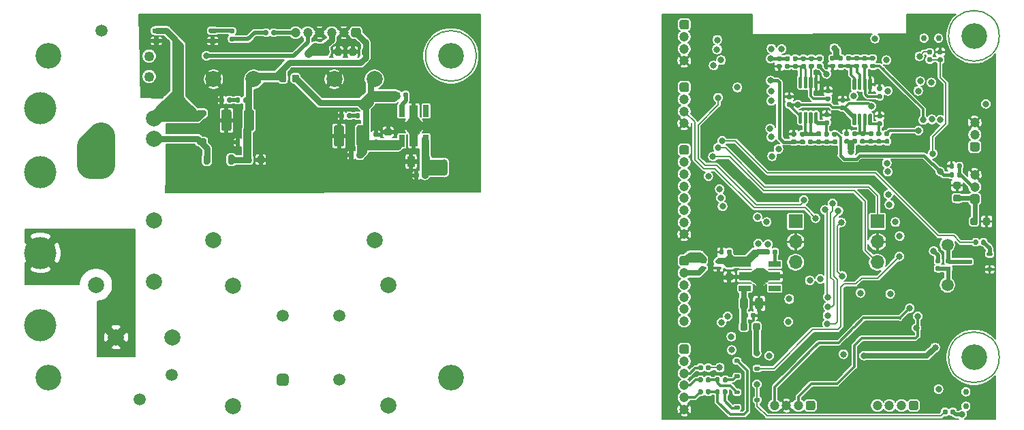
<source format=gbr>
G04 #@! TF.GenerationSoftware,KiCad,Pcbnew,(5.1.6)-1*
G04 #@! TF.CreationDate,2020-08-17T10:20:03+09:00*
G04 #@! TF.ProjectId,spot,73706f74-2e6b-4696-9361-645f70636258,rev?*
G04 #@! TF.SameCoordinates,PX1312d00PYb532b80*
G04 #@! TF.FileFunction,Copper,L4,Bot*
G04 #@! TF.FilePolarity,Positive*
%FSLAX46Y46*%
G04 Gerber Fmt 4.6, Leading zero omitted, Abs format (unit mm)*
G04 Created by KiCad (PCBNEW (5.1.6)-1) date 2020-08-17 10:20:03*
%MOMM*%
%LPD*%
G01*
G04 APERTURE LIST*
G04 #@! TA.AperFunction,NonConductor*
%ADD10C,0.150000*%
G04 #@! TD*
G04 #@! TA.AperFunction,EtchedComponent*
%ADD11C,0.010000*%
G04 #@! TD*
G04 #@! TA.AperFunction,ComponentPad*
%ADD12C,4.000000*%
G04 #@! TD*
G04 #@! TA.AperFunction,SMDPad,CuDef*
%ADD13R,1.500000X0.700000*%
G04 #@! TD*
G04 #@! TA.AperFunction,SMDPad,CuDef*
%ADD14R,5.200000X1.000000*%
G04 #@! TD*
G04 #@! TA.AperFunction,ComponentPad*
%ADD15C,1.200000*%
G04 #@! TD*
G04 #@! TA.AperFunction,ComponentPad*
%ADD16C,1.500000*%
G04 #@! TD*
G04 #@! TA.AperFunction,ComponentPad*
%ADD17C,2.000000*%
G04 #@! TD*
G04 #@! TA.AperFunction,ComponentPad*
%ADD18C,3.200000*%
G04 #@! TD*
G04 #@! TA.AperFunction,SMDPad,CuDef*
%ADD19R,0.700000X1.500000*%
G04 #@! TD*
G04 #@! TA.AperFunction,SMDPad,CuDef*
%ADD20R,1.000000X5.200000*%
G04 #@! TD*
G04 #@! TA.AperFunction,ComponentPad*
%ADD21C,1.250000*%
G04 #@! TD*
G04 #@! TA.AperFunction,ComponentPad*
%ADD22C,0.750000*%
G04 #@! TD*
G04 #@! TA.AperFunction,ComponentPad*
%ADD23O,1.700000X1.700000*%
G04 #@! TD*
G04 #@! TA.AperFunction,ComponentPad*
%ADD24R,1.700000X1.700000*%
G04 #@! TD*
G04 #@! TA.AperFunction,ViaPad*
%ADD25C,0.800000*%
G04 #@! TD*
G04 #@! TA.AperFunction,Conductor*
%ADD26C,1.000000*%
G04 #@! TD*
G04 #@! TA.AperFunction,Conductor*
%ADD27C,0.500000*%
G04 #@! TD*
G04 #@! TA.AperFunction,Conductor*
%ADD28C,0.800000*%
G04 #@! TD*
G04 #@! TA.AperFunction,Conductor*
%ADD29C,0.700000*%
G04 #@! TD*
G04 #@! TA.AperFunction,Conductor*
%ADD30C,0.300000*%
G04 #@! TD*
G04 #@! TA.AperFunction,Conductor*
%ADD31C,0.600000*%
G04 #@! TD*
G04 #@! TA.AperFunction,Conductor*
%ADD32C,0.400000*%
G04 #@! TD*
G04 #@! TA.AperFunction,Conductor*
%ADD33C,0.900000*%
G04 #@! TD*
G04 #@! TA.AperFunction,Conductor*
%ADD34C,0.200000*%
G04 #@! TD*
G04 #@! TA.AperFunction,Conductor*
%ADD35C,0.250000*%
G04 #@! TD*
G04 #@! TA.AperFunction,Conductor*
%ADD36C,3.500000*%
G04 #@! TD*
G04 #@! TA.AperFunction,Conductor*
%ADD37C,0.160000*%
G04 #@! TD*
G04 APERTURE END LIST*
D10*
X122150000Y8000000D02*
G75*
G03*
X122150000Y8000000I-3150000J0D01*
G01*
X122150000Y48000000D02*
G75*
G03*
X122150000Y48000000I-3150000J0D01*
G01*
X57150000Y45500000D02*
G75*
G03*
X57150000Y45500000I-3150000J0D01*
G01*
D11*
G36*
X92000000Y17100000D02*
G01*
X92800000Y17100000D01*
X93500000Y17600000D01*
X93500000Y18600000D01*
X92800000Y19100000D01*
X92000000Y19100000D01*
X91300000Y18600000D01*
X91300000Y17600000D01*
X92000000Y17100000D01*
G37*
X92000000Y17100000D02*
X92800000Y17100000D01*
X93500000Y17600000D01*
X93500000Y18600000D01*
X92800000Y19100000D01*
X92000000Y19100000D01*
X91300000Y18600000D01*
X91300000Y17600000D01*
X92000000Y17100000D01*
G36*
X50400000Y36400000D02*
G01*
X50400000Y37200000D01*
X49900000Y37900000D01*
X48900000Y37900000D01*
X48400000Y37200000D01*
X48400000Y36400000D01*
X48900000Y35700000D01*
X49900000Y35700000D01*
X50400000Y36400000D01*
G37*
X50400000Y36400000D02*
X50400000Y37200000D01*
X49900000Y37900000D01*
X48900000Y37900000D01*
X48400000Y37200000D01*
X48400000Y36400000D01*
X48900000Y35700000D01*
X49900000Y35700000D01*
X50400000Y36400000D01*
D12*
X3000000Y31000000D03*
X3000000Y12000000D03*
X3000000Y39000000D03*
X3000000Y21000000D03*
G04 #@! TA.AperFunction,SMDPad,CuDef*
G36*
G01*
X90850000Y12056250D02*
X90850000Y11543750D01*
G75*
G02*
X90631250Y11325000I-218750J0D01*
G01*
X90193750Y11325000D01*
G75*
G02*
X89975000Y11543750I0J218750D01*
G01*
X89975000Y12056250D01*
G75*
G02*
X90193750Y12275000I218750J0D01*
G01*
X90631250Y12275000D01*
G75*
G02*
X90850000Y12056250I0J-218750D01*
G01*
G37*
G04 #@! TD.AperFunction*
G04 #@! TA.AperFunction,SMDPad,CuDef*
G36*
G01*
X92425000Y12056250D02*
X92425000Y11543750D01*
G75*
G02*
X92206250Y11325000I-218750J0D01*
G01*
X91768750Y11325000D01*
G75*
G02*
X91550000Y11543750I0J218750D01*
G01*
X91550000Y12056250D01*
G75*
G02*
X91768750Y12275000I218750J0D01*
G01*
X92206250Y12275000D01*
G75*
G02*
X92425000Y12056250I0J-218750D01*
G01*
G37*
G04 #@! TD.AperFunction*
D13*
X90550000Y19600000D03*
X90550000Y16600000D03*
X94250000Y16600000D03*
X94250000Y19600000D03*
D14*
X92400000Y18100000D03*
G04 #@! TA.AperFunction,SMDPad,CuDef*
G36*
G01*
X93020000Y20927500D02*
X93020000Y21272500D01*
G75*
G02*
X93167500Y21420000I147500J0D01*
G01*
X93462500Y21420000D01*
G75*
G02*
X93610000Y21272500I0J-147500D01*
G01*
X93610000Y20927500D01*
G75*
G02*
X93462500Y20780000I-147500J0D01*
G01*
X93167500Y20780000D01*
G75*
G02*
X93020000Y20927500I0J147500D01*
G01*
G37*
G04 #@! TD.AperFunction*
G04 #@! TA.AperFunction,SMDPad,CuDef*
G36*
G01*
X93990000Y20927500D02*
X93990000Y21272500D01*
G75*
G02*
X94137500Y21420000I147500J0D01*
G01*
X94432500Y21420000D01*
G75*
G02*
X94580000Y21272500I0J-147500D01*
G01*
X94580000Y20927500D01*
G75*
G02*
X94432500Y20780000I-147500J0D01*
G01*
X94137500Y20780000D01*
G75*
G02*
X93990000Y20927500I0J147500D01*
G01*
G37*
G04 #@! TD.AperFunction*
D15*
X107000000Y2000000D03*
G04 #@! TA.AperFunction,ComponentPad*
G36*
G01*
X112100000Y2300000D02*
X112100000Y1700000D01*
G75*
G02*
X111800000Y1400000I-300000J0D01*
G01*
X111200000Y1400000D01*
G75*
G02*
X110900000Y1700000I0J300000D01*
G01*
X110900000Y2300000D01*
G75*
G02*
X111200000Y2600000I300000J0D01*
G01*
X111800000Y2600000D01*
G75*
G02*
X112100000Y2300000I0J-300000D01*
G01*
G37*
G04 #@! TD.AperFunction*
X110000000Y2000000D03*
X108500000Y2000000D03*
G04 #@! TA.AperFunction,SMDPad,CuDef*
G36*
G01*
X85650000Y18900000D02*
X85100000Y18900000D01*
G75*
G02*
X85000000Y19000000I0J100000D01*
G01*
X85000000Y19200000D01*
G75*
G02*
X85100000Y19300000I100000J0D01*
G01*
X85650000Y19300000D01*
G75*
G02*
X85750000Y19200000I0J-100000D01*
G01*
X85750000Y19000000D01*
G75*
G02*
X85650000Y18900000I-100000J0D01*
G01*
G37*
G04 #@! TD.AperFunction*
G04 #@! TA.AperFunction,SMDPad,CuDef*
G36*
G01*
X85650000Y19700000D02*
X85100000Y19700000D01*
G75*
G02*
X85000000Y19800000I0J100000D01*
G01*
X85000000Y20000000D01*
G75*
G02*
X85100000Y20100000I100000J0D01*
G01*
X85650000Y20100000D01*
G75*
G02*
X85750000Y20000000I0J-100000D01*
G01*
X85750000Y19800000D01*
G75*
G02*
X85650000Y19700000I-100000J0D01*
G01*
G37*
G04 #@! TD.AperFunction*
G04 #@! TA.AperFunction,SMDPad,CuDef*
G36*
G01*
X87500000Y18900000D02*
X86950000Y18900000D01*
G75*
G02*
X86850000Y19000000I0J100000D01*
G01*
X86850000Y19200000D01*
G75*
G02*
X86950000Y19300000I100000J0D01*
G01*
X87500000Y19300000D01*
G75*
G02*
X87600000Y19200000I0J-100000D01*
G01*
X87600000Y19000000D01*
G75*
G02*
X87500000Y18900000I-100000J0D01*
G01*
G37*
G04 #@! TD.AperFunction*
G04 #@! TA.AperFunction,SMDPad,CuDef*
G36*
G01*
X87500000Y19700000D02*
X86950000Y19700000D01*
G75*
G02*
X86850000Y19800000I0J100000D01*
G01*
X86850000Y20000000D01*
G75*
G02*
X86950000Y20100000I100000J0D01*
G01*
X87500000Y20100000D01*
G75*
G02*
X87600000Y20000000I0J-100000D01*
G01*
X87600000Y19800000D01*
G75*
G02*
X87500000Y19700000I-100000J0D01*
G01*
G37*
G04 #@! TD.AperFunction*
G04 #@! TA.AperFunction,SMDPad,CuDef*
G36*
G01*
X22400000Y34637500D02*
X22400000Y35062500D01*
G75*
G02*
X22612500Y35275000I212500J0D01*
G01*
X23387500Y35275000D01*
G75*
G02*
X23600000Y35062500I0J-212500D01*
G01*
X23600000Y34637500D01*
G75*
G02*
X23387500Y34425000I-212500J0D01*
G01*
X22612500Y34425000D01*
G75*
G02*
X22400000Y34637500I0J212500D01*
G01*
G37*
G04 #@! TD.AperFunction*
G04 #@! TA.AperFunction,SMDPad,CuDef*
G36*
G01*
X23600000Y38562500D02*
X23600000Y38137500D01*
G75*
G02*
X23387500Y37925000I-212500J0D01*
G01*
X22612500Y37925000D01*
G75*
G02*
X22400000Y38137500I0J212500D01*
G01*
X22400000Y38562500D01*
G75*
G02*
X22612500Y38775000I212500J0D01*
G01*
X23387500Y38775000D01*
G75*
G02*
X23600000Y38562500I0J-212500D01*
G01*
G37*
G04 #@! TD.AperFunction*
G04 #@! TA.AperFunction,SMDPad,CuDef*
G36*
G01*
X88343750Y18450000D02*
X88856250Y18450000D01*
G75*
G02*
X89075000Y18231250I0J-218750D01*
G01*
X89075000Y17793750D01*
G75*
G02*
X88856250Y17575000I-218750J0D01*
G01*
X88343750Y17575000D01*
G75*
G02*
X88125000Y17793750I0J218750D01*
G01*
X88125000Y18231250D01*
G75*
G02*
X88343750Y18450000I218750J0D01*
G01*
G37*
G04 #@! TD.AperFunction*
G04 #@! TA.AperFunction,SMDPad,CuDef*
G36*
G01*
X88343750Y20025000D02*
X88856250Y20025000D01*
G75*
G02*
X89075000Y19806250I0J-218750D01*
G01*
X89075000Y19368750D01*
G75*
G02*
X88856250Y19150000I-218750J0D01*
G01*
X88343750Y19150000D01*
G75*
G02*
X88125000Y19368750I0J218750D01*
G01*
X88125000Y19806250D01*
G75*
G02*
X88343750Y20025000I218750J0D01*
G01*
G37*
G04 #@! TD.AperFunction*
G04 #@! TA.AperFunction,SMDPad,CuDef*
G36*
G01*
X88895000Y21272500D02*
X88895000Y20927500D01*
G75*
G02*
X88747500Y20780000I-147500J0D01*
G01*
X88452500Y20780000D01*
G75*
G02*
X88305000Y20927500I0J147500D01*
G01*
X88305000Y21272500D01*
G75*
G02*
X88452500Y21420000I147500J0D01*
G01*
X88747500Y21420000D01*
G75*
G02*
X88895000Y21272500I0J-147500D01*
G01*
G37*
G04 #@! TD.AperFunction*
G04 #@! TA.AperFunction,SMDPad,CuDef*
G36*
G01*
X87925000Y21272500D02*
X87925000Y20927500D01*
G75*
G02*
X87777500Y20780000I-147500J0D01*
G01*
X87482500Y20780000D01*
G75*
G02*
X87335000Y20927500I0J147500D01*
G01*
X87335000Y21272500D01*
G75*
G02*
X87482500Y21420000I147500J0D01*
G01*
X87777500Y21420000D01*
G75*
G02*
X87925000Y21272500I0J-147500D01*
G01*
G37*
G04 #@! TD.AperFunction*
G04 #@! TA.AperFunction,SMDPad,CuDef*
G36*
G01*
X90320000Y13027500D02*
X90320000Y13372500D01*
G75*
G02*
X90467500Y13520000I147500J0D01*
G01*
X90762500Y13520000D01*
G75*
G02*
X90910000Y13372500I0J-147500D01*
G01*
X90910000Y13027500D01*
G75*
G02*
X90762500Y12880000I-147500J0D01*
G01*
X90467500Y12880000D01*
G75*
G02*
X90320000Y13027500I0J147500D01*
G01*
G37*
G04 #@! TD.AperFunction*
G04 #@! TA.AperFunction,SMDPad,CuDef*
G36*
G01*
X91290000Y13027500D02*
X91290000Y13372500D01*
G75*
G02*
X91437500Y13520000I147500J0D01*
G01*
X91732500Y13520000D01*
G75*
G02*
X91880000Y13372500I0J-147500D01*
G01*
X91880000Y13027500D01*
G75*
G02*
X91732500Y12880000I-147500J0D01*
G01*
X91437500Y12880000D01*
G75*
G02*
X91290000Y13027500I0J147500D01*
G01*
G37*
G04 #@! TD.AperFunction*
G04 #@! TA.AperFunction,SMDPad,CuDef*
G36*
G01*
X89937500Y14243750D02*
X89937500Y15156250D01*
G75*
G02*
X90181250Y15400000I243750J0D01*
G01*
X90668750Y15400000D01*
G75*
G02*
X90912500Y15156250I0J-243750D01*
G01*
X90912500Y14243750D01*
G75*
G02*
X90668750Y14000000I-243750J0D01*
G01*
X90181250Y14000000D01*
G75*
G02*
X89937500Y14243750I0J243750D01*
G01*
G37*
G04 #@! TD.AperFunction*
G04 #@! TA.AperFunction,SMDPad,CuDef*
G36*
G01*
X91812500Y14243750D02*
X91812500Y15156250D01*
G75*
G02*
X92056250Y15400000I243750J0D01*
G01*
X92543750Y15400000D01*
G75*
G02*
X92787500Y15156250I0J-243750D01*
G01*
X92787500Y14243750D01*
G75*
G02*
X92543750Y14000000I-243750J0D01*
G01*
X92056250Y14000000D01*
G75*
G02*
X91812500Y14243750I0J243750D01*
G01*
G37*
G04 #@! TD.AperFunction*
X119100000Y37200000D03*
X119100000Y35700000D03*
G04 #@! TA.AperFunction,ComponentPad*
G36*
G01*
X119400000Y33600000D02*
X118800000Y33600000D01*
G75*
G02*
X118500000Y33900000I0J300000D01*
G01*
X118500000Y34500000D01*
G75*
G02*
X118800000Y34800000I300000J0D01*
G01*
X119400000Y34800000D01*
G75*
G02*
X119700000Y34500000I0J-300000D01*
G01*
X119700000Y33900000D01*
G75*
G02*
X119400000Y33600000I-300000J0D01*
G01*
G37*
G04 #@! TD.AperFunction*
G04 #@! TA.AperFunction,SMDPad,CuDef*
G36*
G01*
X119450000Y25156250D02*
X119450000Y24643750D01*
G75*
G02*
X119231250Y24425000I-218750J0D01*
G01*
X118793750Y24425000D01*
G75*
G02*
X118575000Y24643750I0J218750D01*
G01*
X118575000Y25156250D01*
G75*
G02*
X118793750Y25375000I218750J0D01*
G01*
X119231250Y25375000D01*
G75*
G02*
X119450000Y25156250I0J-218750D01*
G01*
G37*
G04 #@! TD.AperFunction*
G04 #@! TA.AperFunction,SMDPad,CuDef*
G36*
G01*
X121025000Y25156250D02*
X121025000Y24643750D01*
G75*
G02*
X120806250Y24425000I-218750J0D01*
G01*
X120368750Y24425000D01*
G75*
G02*
X120150000Y24643750I0J218750D01*
G01*
X120150000Y25156250D01*
G75*
G02*
X120368750Y25375000I218750J0D01*
G01*
X120806250Y25375000D01*
G75*
G02*
X121025000Y25156250I0J-218750D01*
G01*
G37*
G04 #@! TD.AperFunction*
X34700000Y48400000D03*
X36200000Y48400000D03*
X37700000Y48400000D03*
G04 #@! TA.AperFunction,ComponentPad*
G36*
G01*
X42800000Y48700000D02*
X42800000Y48100000D01*
G75*
G02*
X42500000Y47800000I-300000J0D01*
G01*
X41900000Y47800000D01*
G75*
G02*
X41600000Y48100000I0J300000D01*
G01*
X41600000Y48700000D01*
G75*
G02*
X41900000Y49000000I300000J0D01*
G01*
X42500000Y49000000D01*
G75*
G02*
X42800000Y48700000I0J-300000D01*
G01*
G37*
G04 #@! TD.AperFunction*
X40700000Y48400000D03*
X39200000Y48400000D03*
X119100000Y30700000D03*
X119100000Y29200000D03*
G04 #@! TA.AperFunction,ComponentPad*
G36*
G01*
X119400000Y27100000D02*
X118800000Y27100000D01*
G75*
G02*
X118500000Y27400000I0J300000D01*
G01*
X118500000Y28000000D01*
G75*
G02*
X118800000Y28300000I300000J0D01*
G01*
X119400000Y28300000D01*
G75*
G02*
X119700000Y28000000I0J-300000D01*
G01*
X119700000Y27400000D01*
G75*
G02*
X119400000Y27100000I-300000J0D01*
G01*
G37*
G04 #@! TD.AperFunction*
D16*
X10600000Y35950000D03*
X10600000Y48650000D03*
D17*
X9900000Y17000000D03*
X9900000Y32000000D03*
G04 #@! TA.AperFunction,SMDPad,CuDef*
G36*
G01*
X23900000Y47215000D02*
X23900000Y47515000D01*
G75*
G02*
X24050000Y47665000I150000J0D01*
G01*
X24750000Y47665000D01*
G75*
G02*
X24900000Y47515000I0J-150000D01*
G01*
X24900000Y47215000D01*
G75*
G02*
X24750000Y47065000I-150000J0D01*
G01*
X24050000Y47065000D01*
G75*
G02*
X23900000Y47215000I0J150000D01*
G01*
G37*
G04 #@! TD.AperFunction*
G04 #@! TA.AperFunction,SMDPad,CuDef*
G36*
G01*
X16900000Y48485000D02*
X16900000Y48785000D01*
G75*
G02*
X17050000Y48935000I150000J0D01*
G01*
X17750000Y48935000D01*
G75*
G02*
X17900000Y48785000I0J-150000D01*
G01*
X17900000Y48485000D01*
G75*
G02*
X17750000Y48335000I-150000J0D01*
G01*
X17050000Y48335000D01*
G75*
G02*
X16900000Y48485000I0J150000D01*
G01*
G37*
G04 #@! TD.AperFunction*
G04 #@! TA.AperFunction,SMDPad,CuDef*
G36*
G01*
X16900000Y47215000D02*
X16900000Y47515000D01*
G75*
G02*
X17050000Y47665000I150000J0D01*
G01*
X17750000Y47665000D01*
G75*
G02*
X17900000Y47515000I0J-150000D01*
G01*
X17900000Y47215000D01*
G75*
G02*
X17750000Y47065000I-150000J0D01*
G01*
X17050000Y47065000D01*
G75*
G02*
X16900000Y47215000I0J150000D01*
G01*
G37*
G04 #@! TD.AperFunction*
G04 #@! TA.AperFunction,SMDPad,CuDef*
G36*
G01*
X23900000Y48485000D02*
X23900000Y48785000D01*
G75*
G02*
X24050000Y48935000I150000J0D01*
G01*
X24750000Y48935000D01*
G75*
G02*
X24900000Y48785000I0J-150000D01*
G01*
X24900000Y48485000D01*
G75*
G02*
X24750000Y48335000I-150000J0D01*
G01*
X24050000Y48335000D01*
G75*
G02*
X23900000Y48485000I0J150000D01*
G01*
G37*
G04 #@! TD.AperFunction*
G04 #@! TA.AperFunction,SMDPad,CuDef*
G36*
G01*
X26972500Y47320000D02*
X26627500Y47320000D01*
G75*
G02*
X26480000Y47467500I0J147500D01*
G01*
X26480000Y47762500D01*
G75*
G02*
X26627500Y47910000I147500J0D01*
G01*
X26972500Y47910000D01*
G75*
G02*
X27120000Y47762500I0J-147500D01*
G01*
X27120000Y47467500D01*
G75*
G02*
X26972500Y47320000I-147500J0D01*
G01*
G37*
G04 #@! TD.AperFunction*
G04 #@! TA.AperFunction,SMDPad,CuDef*
G36*
G01*
X26972500Y48290000D02*
X26627500Y48290000D01*
G75*
G02*
X26480000Y48437500I0J147500D01*
G01*
X26480000Y48732500D01*
G75*
G02*
X26627500Y48880000I147500J0D01*
G01*
X26972500Y48880000D01*
G75*
G02*
X27120000Y48732500I0J-147500D01*
G01*
X27120000Y48437500D01*
G75*
G02*
X26972500Y48290000I-147500J0D01*
G01*
G37*
G04 #@! TD.AperFunction*
D18*
X119000000Y48000000D03*
X119000000Y8000000D03*
X54000000Y5500000D03*
X4000000Y45500000D03*
X54000000Y45500000D03*
X4000000Y5500000D03*
G04 #@! TA.AperFunction,SMDPad,CuDef*
G36*
G01*
X29525000Y38575000D02*
X29525000Y36425000D01*
G75*
G02*
X29275000Y36175000I-250000J0D01*
G01*
X28525000Y36175000D01*
G75*
G02*
X28275000Y36425000I0J250000D01*
G01*
X28275000Y38575000D01*
G75*
G02*
X28525000Y38825000I250000J0D01*
G01*
X29275000Y38825000D01*
G75*
G02*
X29525000Y38575000I0J-250000D01*
G01*
G37*
G04 #@! TD.AperFunction*
G04 #@! TA.AperFunction,SMDPad,CuDef*
G36*
G01*
X26725000Y38575000D02*
X26725000Y36425000D01*
G75*
G02*
X26475000Y36175000I-250000J0D01*
G01*
X25725000Y36175000D01*
G75*
G02*
X25475000Y36425000I0J250000D01*
G01*
X25475000Y38575000D01*
G75*
G02*
X25725000Y38825000I250000J0D01*
G01*
X26475000Y38825000D01*
G75*
G02*
X26725000Y38575000I0J-250000D01*
G01*
G37*
G04 #@! TD.AperFunction*
G04 #@! TA.AperFunction,SMDPad,CuDef*
G36*
G01*
X43525000Y36625000D02*
X43525000Y34475000D01*
G75*
G02*
X43275000Y34225000I-250000J0D01*
G01*
X42525000Y34225000D01*
G75*
G02*
X42275000Y34475000I0J250000D01*
G01*
X42275000Y36625000D01*
G75*
G02*
X42525000Y36875000I250000J0D01*
G01*
X43275000Y36875000D01*
G75*
G02*
X43525000Y36625000I0J-250000D01*
G01*
G37*
G04 #@! TD.AperFunction*
G04 #@! TA.AperFunction,SMDPad,CuDef*
G36*
G01*
X40725000Y36625000D02*
X40725000Y34475000D01*
G75*
G02*
X40475000Y34225000I-250000J0D01*
G01*
X39725000Y34225000D01*
G75*
G02*
X39475000Y34475000I0J250000D01*
G01*
X39475000Y36625000D01*
G75*
G02*
X39725000Y36875000I250000J0D01*
G01*
X40475000Y36875000D01*
G75*
G02*
X40725000Y36625000I0J-250000D01*
G01*
G37*
G04 #@! TD.AperFunction*
D16*
X19300000Y5800000D03*
X15300000Y2800000D03*
G04 #@! TA.AperFunction,SMDPad,CuDef*
G36*
G01*
X103925000Y36962500D02*
X103925000Y38187500D01*
G75*
G02*
X104037500Y38300000I112500J0D01*
G01*
X104262500Y38300000D01*
G75*
G02*
X104375000Y38187500I0J-112500D01*
G01*
X104375000Y36962500D01*
G75*
G02*
X104262500Y36850000I-112500J0D01*
G01*
X104037500Y36850000D01*
G75*
G02*
X103925000Y36962500I0J112500D01*
G01*
G37*
G04 #@! TD.AperFunction*
G04 #@! TA.AperFunction,SMDPad,CuDef*
G36*
G01*
X104575000Y41362500D02*
X104575000Y42587500D01*
G75*
G02*
X104687500Y42700000I112500J0D01*
G01*
X104912500Y42700000D01*
G75*
G02*
X105025000Y42587500I0J-112500D01*
G01*
X105025000Y41362500D01*
G75*
G02*
X104912500Y41250000I-112500J0D01*
G01*
X104687500Y41250000D01*
G75*
G02*
X104575000Y41362500I0J112500D01*
G01*
G37*
G04 #@! TD.AperFunction*
G04 #@! TA.AperFunction,SMDPad,CuDef*
G36*
G01*
X105225000Y41362500D02*
X105225000Y42587500D01*
G75*
G02*
X105337500Y42700000I112500J0D01*
G01*
X105562500Y42700000D01*
G75*
G02*
X105675000Y42587500I0J-112500D01*
G01*
X105675000Y41362500D01*
G75*
G02*
X105562500Y41250000I-112500J0D01*
G01*
X105337500Y41250000D01*
G75*
G02*
X105225000Y41362500I0J112500D01*
G01*
G37*
G04 #@! TD.AperFunction*
G04 #@! TA.AperFunction,SMDPad,CuDef*
G36*
G01*
X105225000Y36962500D02*
X105225000Y38187500D01*
G75*
G02*
X105337500Y38300000I112500J0D01*
G01*
X105562500Y38300000D01*
G75*
G02*
X105675000Y38187500I0J-112500D01*
G01*
X105675000Y36962500D01*
G75*
G02*
X105562500Y36850000I-112500J0D01*
G01*
X105337500Y36850000D01*
G75*
G02*
X105225000Y36962500I0J112500D01*
G01*
G37*
G04 #@! TD.AperFunction*
G04 #@! TA.AperFunction,SMDPad,CuDef*
G36*
G01*
X103925000Y41362500D02*
X103925000Y42587500D01*
G75*
G02*
X104037500Y42700000I112500J0D01*
G01*
X104262500Y42700000D01*
G75*
G02*
X104375000Y42587500I0J-112500D01*
G01*
X104375000Y41362500D01*
G75*
G02*
X104262500Y41250000I-112500J0D01*
G01*
X104037500Y41250000D01*
G75*
G02*
X103925000Y41362500I0J112500D01*
G01*
G37*
G04 #@! TD.AperFunction*
G04 #@! TA.AperFunction,SMDPad,CuDef*
G36*
G01*
X105875000Y36962500D02*
X105875000Y38187500D01*
G75*
G02*
X105987500Y38300000I112500J0D01*
G01*
X106212500Y38300000D01*
G75*
G02*
X106325000Y38187500I0J-112500D01*
G01*
X106325000Y36962500D01*
G75*
G02*
X106212500Y36850000I-112500J0D01*
G01*
X105987500Y36850000D01*
G75*
G02*
X105875000Y36962500I0J112500D01*
G01*
G37*
G04 #@! TD.AperFunction*
G04 #@! TA.AperFunction,SMDPad,CuDef*
G36*
G01*
X105875000Y41362500D02*
X105875000Y42587500D01*
G75*
G02*
X105987500Y42700000I112500J0D01*
G01*
X106212500Y42700000D01*
G75*
G02*
X106325000Y42587500I0J-112500D01*
G01*
X106325000Y41362500D01*
G75*
G02*
X106212500Y41250000I-112500J0D01*
G01*
X105987500Y41250000D01*
G75*
G02*
X105875000Y41362500I0J112500D01*
G01*
G37*
G04 #@! TD.AperFunction*
G04 #@! TA.AperFunction,SMDPad,CuDef*
G36*
G01*
X104575000Y36962500D02*
X104575000Y38187500D01*
G75*
G02*
X104687500Y38300000I112500J0D01*
G01*
X104912500Y38300000D01*
G75*
G02*
X105025000Y38187500I0J-112500D01*
G01*
X105025000Y36962500D01*
G75*
G02*
X104912500Y36850000I-112500J0D01*
G01*
X104687500Y36850000D01*
G75*
G02*
X104575000Y36962500I0J112500D01*
G01*
G37*
G04 #@! TD.AperFunction*
G04 #@! TA.AperFunction,SMDPad,CuDef*
G36*
G01*
X97205000Y37177500D02*
X97205000Y38402500D01*
G75*
G02*
X97317500Y38515000I112500J0D01*
G01*
X97542500Y38515000D01*
G75*
G02*
X97655000Y38402500I0J-112500D01*
G01*
X97655000Y37177500D01*
G75*
G02*
X97542500Y37065000I-112500J0D01*
G01*
X97317500Y37065000D01*
G75*
G02*
X97205000Y37177500I0J112500D01*
G01*
G37*
G04 #@! TD.AperFunction*
G04 #@! TA.AperFunction,SMDPad,CuDef*
G36*
G01*
X97855000Y41577500D02*
X97855000Y42802500D01*
G75*
G02*
X97967500Y42915000I112500J0D01*
G01*
X98192500Y42915000D01*
G75*
G02*
X98305000Y42802500I0J-112500D01*
G01*
X98305000Y41577500D01*
G75*
G02*
X98192500Y41465000I-112500J0D01*
G01*
X97967500Y41465000D01*
G75*
G02*
X97855000Y41577500I0J112500D01*
G01*
G37*
G04 #@! TD.AperFunction*
G04 #@! TA.AperFunction,SMDPad,CuDef*
G36*
G01*
X98505000Y41577500D02*
X98505000Y42802500D01*
G75*
G02*
X98617500Y42915000I112500J0D01*
G01*
X98842500Y42915000D01*
G75*
G02*
X98955000Y42802500I0J-112500D01*
G01*
X98955000Y41577500D01*
G75*
G02*
X98842500Y41465000I-112500J0D01*
G01*
X98617500Y41465000D01*
G75*
G02*
X98505000Y41577500I0J112500D01*
G01*
G37*
G04 #@! TD.AperFunction*
G04 #@! TA.AperFunction,SMDPad,CuDef*
G36*
G01*
X98505000Y37177500D02*
X98505000Y38402500D01*
G75*
G02*
X98617500Y38515000I112500J0D01*
G01*
X98842500Y38515000D01*
G75*
G02*
X98955000Y38402500I0J-112500D01*
G01*
X98955000Y37177500D01*
G75*
G02*
X98842500Y37065000I-112500J0D01*
G01*
X98617500Y37065000D01*
G75*
G02*
X98505000Y37177500I0J112500D01*
G01*
G37*
G04 #@! TD.AperFunction*
G04 #@! TA.AperFunction,SMDPad,CuDef*
G36*
G01*
X97205000Y41577500D02*
X97205000Y42802500D01*
G75*
G02*
X97317500Y42915000I112500J0D01*
G01*
X97542500Y42915000D01*
G75*
G02*
X97655000Y42802500I0J-112500D01*
G01*
X97655000Y41577500D01*
G75*
G02*
X97542500Y41465000I-112500J0D01*
G01*
X97317500Y41465000D01*
G75*
G02*
X97205000Y41577500I0J112500D01*
G01*
G37*
G04 #@! TD.AperFunction*
G04 #@! TA.AperFunction,SMDPad,CuDef*
G36*
G01*
X99155000Y37177500D02*
X99155000Y38402500D01*
G75*
G02*
X99267500Y38515000I112500J0D01*
G01*
X99492500Y38515000D01*
G75*
G02*
X99605000Y38402500I0J-112500D01*
G01*
X99605000Y37177500D01*
G75*
G02*
X99492500Y37065000I-112500J0D01*
G01*
X99267500Y37065000D01*
G75*
G02*
X99155000Y37177500I0J112500D01*
G01*
G37*
G04 #@! TD.AperFunction*
G04 #@! TA.AperFunction,SMDPad,CuDef*
G36*
G01*
X99155000Y41577500D02*
X99155000Y42802500D01*
G75*
G02*
X99267500Y42915000I112500J0D01*
G01*
X99492500Y42915000D01*
G75*
G02*
X99605000Y42802500I0J-112500D01*
G01*
X99605000Y41577500D01*
G75*
G02*
X99492500Y41465000I-112500J0D01*
G01*
X99267500Y41465000D01*
G75*
G02*
X99155000Y41577500I0J112500D01*
G01*
G37*
G04 #@! TD.AperFunction*
G04 #@! TA.AperFunction,SMDPad,CuDef*
G36*
G01*
X97855000Y37177500D02*
X97855000Y38402500D01*
G75*
G02*
X97967500Y38515000I112500J0D01*
G01*
X98192500Y38515000D01*
G75*
G02*
X98305000Y38402500I0J-112500D01*
G01*
X98305000Y37177500D01*
G75*
G02*
X98192500Y37065000I-112500J0D01*
G01*
X97967500Y37065000D01*
G75*
G02*
X97855000Y37177500I0J112500D01*
G01*
G37*
G04 #@! TD.AperFunction*
G04 #@! TA.AperFunction,SMDPad,CuDef*
G36*
G01*
X120725000Y19200000D02*
X121175000Y19200000D01*
G75*
G02*
X121300000Y19075000I0J-125000D01*
G01*
X121300000Y18825000D01*
G75*
G02*
X121175000Y18700000I-125000J0D01*
G01*
X120725000Y18700000D01*
G75*
G02*
X120600000Y18825000I0J125000D01*
G01*
X120600000Y19075000D01*
G75*
G02*
X120725000Y19200000I125000J0D01*
G01*
G37*
G04 #@! TD.AperFunction*
G04 #@! TA.AperFunction,SMDPad,CuDef*
G36*
G01*
X120725000Y21100000D02*
X121175000Y21100000D01*
G75*
G02*
X121300000Y20975000I0J-125000D01*
G01*
X121300000Y20725000D01*
G75*
G02*
X121175000Y20600000I-125000J0D01*
G01*
X120725000Y20600000D01*
G75*
G02*
X120600000Y20725000I0J125000D01*
G01*
X120600000Y20975000D01*
G75*
G02*
X120725000Y21100000I125000J0D01*
G01*
G37*
G04 #@! TD.AperFunction*
G04 #@! TA.AperFunction,SMDPad,CuDef*
G36*
G01*
X118225000Y20150000D02*
X118675000Y20150000D01*
G75*
G02*
X118800000Y20025000I0J-125000D01*
G01*
X118800000Y19775000D01*
G75*
G02*
X118675000Y19650000I-125000J0D01*
G01*
X118225000Y19650000D01*
G75*
G02*
X118100000Y19775000I0J125000D01*
G01*
X118100000Y20025000D01*
G75*
G02*
X118225000Y20150000I125000J0D01*
G01*
G37*
G04 #@! TD.AperFunction*
G04 #@! TA.AperFunction,SMDPad,CuDef*
G36*
G01*
X89775000Y3400000D02*
X89325000Y3400000D01*
G75*
G02*
X89200000Y3525000I0J125000D01*
G01*
X89200000Y3775000D01*
G75*
G02*
X89325000Y3900000I125000J0D01*
G01*
X89775000Y3900000D01*
G75*
G02*
X89900000Y3775000I0J-125000D01*
G01*
X89900000Y3525000D01*
G75*
G02*
X89775000Y3400000I-125000J0D01*
G01*
G37*
G04 #@! TD.AperFunction*
G04 #@! TA.AperFunction,SMDPad,CuDef*
G36*
G01*
X89775000Y1500000D02*
X89325000Y1500000D01*
G75*
G02*
X89200000Y1625000I0J125000D01*
G01*
X89200000Y1875000D01*
G75*
G02*
X89325000Y2000000I125000J0D01*
G01*
X89775000Y2000000D01*
G75*
G02*
X89900000Y1875000I0J-125000D01*
G01*
X89900000Y1625000D01*
G75*
G02*
X89775000Y1500000I-125000J0D01*
G01*
G37*
G04 #@! TD.AperFunction*
G04 #@! TA.AperFunction,SMDPad,CuDef*
G36*
G01*
X92275000Y2450000D02*
X91825000Y2450000D01*
G75*
G02*
X91700000Y2575000I0J125000D01*
G01*
X91700000Y2825000D01*
G75*
G02*
X91825000Y2950000I125000J0D01*
G01*
X92275000Y2950000D01*
G75*
G02*
X92400000Y2825000I0J-125000D01*
G01*
X92400000Y2575000D01*
G75*
G02*
X92275000Y2450000I-125000J0D01*
G01*
G37*
G04 #@! TD.AperFunction*
G04 #@! TA.AperFunction,SMDPad,CuDef*
G36*
G01*
X89775000Y7300000D02*
X89325000Y7300000D01*
G75*
G02*
X89200000Y7425000I0J125000D01*
G01*
X89200000Y7675000D01*
G75*
G02*
X89325000Y7800000I125000J0D01*
G01*
X89775000Y7800000D01*
G75*
G02*
X89900000Y7675000I0J-125000D01*
G01*
X89900000Y7425000D01*
G75*
G02*
X89775000Y7300000I-125000J0D01*
G01*
G37*
G04 #@! TD.AperFunction*
G04 #@! TA.AperFunction,SMDPad,CuDef*
G36*
G01*
X89775000Y5400000D02*
X89325000Y5400000D01*
G75*
G02*
X89200000Y5525000I0J125000D01*
G01*
X89200000Y5775000D01*
G75*
G02*
X89325000Y5900000I125000J0D01*
G01*
X89775000Y5900000D01*
G75*
G02*
X89900000Y5775000I0J-125000D01*
G01*
X89900000Y5525000D01*
G75*
G02*
X89775000Y5400000I-125000J0D01*
G01*
G37*
G04 #@! TD.AperFunction*
G04 #@! TA.AperFunction,SMDPad,CuDef*
G36*
G01*
X92275000Y6350000D02*
X91825000Y6350000D01*
G75*
G02*
X91700000Y6475000I0J125000D01*
G01*
X91700000Y6725000D01*
G75*
G02*
X91825000Y6850000I125000J0D01*
G01*
X92275000Y6850000D01*
G75*
G02*
X92400000Y6725000I0J-125000D01*
G01*
X92400000Y6475000D01*
G75*
G02*
X92275000Y6350000I-125000J0D01*
G01*
G37*
G04 #@! TD.AperFunction*
D19*
X47900000Y34950000D03*
X50900000Y34950000D03*
X50900000Y38650000D03*
X47900000Y38650000D03*
D20*
X49400000Y36800000D03*
D17*
X24500000Y42600000D03*
X44500000Y42600000D03*
X24500000Y22600000D03*
X39500000Y42600000D03*
X29500000Y42600000D03*
X44500000Y22600000D03*
X17100000Y37750000D03*
X17100000Y35210000D03*
X17100000Y25050000D03*
X17100000Y17430000D03*
X19400000Y10500000D03*
X12400000Y10500000D03*
D21*
X16500000Y42930000D03*
X16500000Y45470000D03*
D22*
X112800000Y47700000D03*
X114600000Y47700000D03*
X118000000Y3700000D03*
X118000000Y1900000D03*
G04 #@! TA.AperFunction,SMDPad,CuDef*
G36*
G01*
X105247500Y45495000D02*
X105592500Y45495000D01*
G75*
G02*
X105740000Y45347500I0J-147500D01*
G01*
X105740000Y45052500D01*
G75*
G02*
X105592500Y44905000I-147500J0D01*
G01*
X105247500Y44905000D01*
G75*
G02*
X105100000Y45052500I0J147500D01*
G01*
X105100000Y45347500D01*
G75*
G02*
X105247500Y45495000I147500J0D01*
G01*
G37*
G04 #@! TD.AperFunction*
G04 #@! TA.AperFunction,SMDPad,CuDef*
G36*
G01*
X105247500Y44525000D02*
X105592500Y44525000D01*
G75*
G02*
X105740000Y44377500I0J-147500D01*
G01*
X105740000Y44082500D01*
G75*
G02*
X105592500Y43935000I-147500J0D01*
G01*
X105247500Y43935000D01*
G75*
G02*
X105100000Y44082500I0J147500D01*
G01*
X105100000Y44377500D01*
G75*
G02*
X105247500Y44525000I147500J0D01*
G01*
G37*
G04 #@! TD.AperFunction*
G04 #@! TA.AperFunction,SMDPad,CuDef*
G36*
G01*
X106592500Y43950000D02*
X106247500Y43950000D01*
G75*
G02*
X106100000Y44097500I0J147500D01*
G01*
X106100000Y44392500D01*
G75*
G02*
X106247500Y44540000I147500J0D01*
G01*
X106592500Y44540000D01*
G75*
G02*
X106740000Y44392500I0J-147500D01*
G01*
X106740000Y44097500D01*
G75*
G02*
X106592500Y43950000I-147500J0D01*
G01*
G37*
G04 #@! TD.AperFunction*
G04 #@! TA.AperFunction,SMDPad,CuDef*
G36*
G01*
X106592500Y44920000D02*
X106247500Y44920000D01*
G75*
G02*
X106100000Y45067500I0J147500D01*
G01*
X106100000Y45362500D01*
G75*
G02*
X106247500Y45510000I147500J0D01*
G01*
X106592500Y45510000D01*
G75*
G02*
X106740000Y45362500I0J-147500D01*
G01*
X106740000Y45067500D01*
G75*
G02*
X106592500Y44920000I-147500J0D01*
G01*
G37*
G04 #@! TD.AperFunction*
G04 #@! TA.AperFunction,SMDPad,CuDef*
G36*
G01*
X102592500Y43950000D02*
X102247500Y43950000D01*
G75*
G02*
X102100000Y44097500I0J147500D01*
G01*
X102100000Y44392500D01*
G75*
G02*
X102247500Y44540000I147500J0D01*
G01*
X102592500Y44540000D01*
G75*
G02*
X102740000Y44392500I0J-147500D01*
G01*
X102740000Y44097500D01*
G75*
G02*
X102592500Y43950000I-147500J0D01*
G01*
G37*
G04 #@! TD.AperFunction*
G04 #@! TA.AperFunction,SMDPad,CuDef*
G36*
G01*
X102592500Y44920000D02*
X102247500Y44920000D01*
G75*
G02*
X102100000Y45067500I0J147500D01*
G01*
X102100000Y45362500D01*
G75*
G02*
X102247500Y45510000I147500J0D01*
G01*
X102592500Y45510000D01*
G75*
G02*
X102740000Y45362500I0J-147500D01*
G01*
X102740000Y45067500D01*
G75*
G02*
X102592500Y44920000I-147500J0D01*
G01*
G37*
G04 #@! TD.AperFunction*
G04 #@! TA.AperFunction,SMDPad,CuDef*
G36*
G01*
X103592500Y43950000D02*
X103247500Y43950000D01*
G75*
G02*
X103100000Y44097500I0J147500D01*
G01*
X103100000Y44392500D01*
G75*
G02*
X103247500Y44540000I147500J0D01*
G01*
X103592500Y44540000D01*
G75*
G02*
X103740000Y44392500I0J-147500D01*
G01*
X103740000Y44097500D01*
G75*
G02*
X103592500Y43950000I-147500J0D01*
G01*
G37*
G04 #@! TD.AperFunction*
G04 #@! TA.AperFunction,SMDPad,CuDef*
G36*
G01*
X103592500Y44920000D02*
X103247500Y44920000D01*
G75*
G02*
X103100000Y45067500I0J147500D01*
G01*
X103100000Y45362500D01*
G75*
G02*
X103247500Y45510000I147500J0D01*
G01*
X103592500Y45510000D01*
G75*
G02*
X103740000Y45362500I0J-147500D01*
G01*
X103740000Y45067500D01*
G75*
G02*
X103592500Y44920000I-147500J0D01*
G01*
G37*
G04 #@! TD.AperFunction*
G04 #@! TA.AperFunction,SMDPad,CuDef*
G36*
G01*
X107352500Y34560000D02*
X107007500Y34560000D01*
G75*
G02*
X106860000Y34707500I0J147500D01*
G01*
X106860000Y35002500D01*
G75*
G02*
X107007500Y35150000I147500J0D01*
G01*
X107352500Y35150000D01*
G75*
G02*
X107500000Y35002500I0J-147500D01*
G01*
X107500000Y34707500D01*
G75*
G02*
X107352500Y34560000I-147500J0D01*
G01*
G37*
G04 #@! TD.AperFunction*
G04 #@! TA.AperFunction,SMDPad,CuDef*
G36*
G01*
X107352500Y35530000D02*
X107007500Y35530000D01*
G75*
G02*
X106860000Y35677500I0J147500D01*
G01*
X106860000Y35972500D01*
G75*
G02*
X107007500Y36120000I147500J0D01*
G01*
X107352500Y36120000D01*
G75*
G02*
X107500000Y35972500I0J-147500D01*
G01*
X107500000Y35677500D01*
G75*
G02*
X107352500Y35530000I-147500J0D01*
G01*
G37*
G04 #@! TD.AperFunction*
G04 #@! TA.AperFunction,SMDPad,CuDef*
G36*
G01*
X108007500Y36120000D02*
X108352500Y36120000D01*
G75*
G02*
X108500000Y35972500I0J-147500D01*
G01*
X108500000Y35677500D01*
G75*
G02*
X108352500Y35530000I-147500J0D01*
G01*
X108007500Y35530000D01*
G75*
G02*
X107860000Y35677500I0J147500D01*
G01*
X107860000Y35972500D01*
G75*
G02*
X108007500Y36120000I147500J0D01*
G01*
G37*
G04 #@! TD.AperFunction*
G04 #@! TA.AperFunction,SMDPad,CuDef*
G36*
G01*
X108007500Y35150000D02*
X108352500Y35150000D01*
G75*
G02*
X108500000Y35002500I0J-147500D01*
G01*
X108500000Y34707500D01*
G75*
G02*
X108352500Y34560000I-147500J0D01*
G01*
X108007500Y34560000D01*
G75*
G02*
X107860000Y34707500I0J147500D01*
G01*
X107860000Y35002500D01*
G75*
G02*
X108007500Y35150000I147500J0D01*
G01*
G37*
G04 #@! TD.AperFunction*
G04 #@! TA.AperFunction,SMDPad,CuDef*
G36*
G01*
X104007500Y36120000D02*
X104352500Y36120000D01*
G75*
G02*
X104500000Y35972500I0J-147500D01*
G01*
X104500000Y35677500D01*
G75*
G02*
X104352500Y35530000I-147500J0D01*
G01*
X104007500Y35530000D01*
G75*
G02*
X103860000Y35677500I0J147500D01*
G01*
X103860000Y35972500D01*
G75*
G02*
X104007500Y36120000I147500J0D01*
G01*
G37*
G04 #@! TD.AperFunction*
G04 #@! TA.AperFunction,SMDPad,CuDef*
G36*
G01*
X104007500Y35150000D02*
X104352500Y35150000D01*
G75*
G02*
X104500000Y35002500I0J-147500D01*
G01*
X104500000Y34707500D01*
G75*
G02*
X104352500Y34560000I-147500J0D01*
G01*
X104007500Y34560000D01*
G75*
G02*
X103860000Y34707500I0J147500D01*
G01*
X103860000Y35002500D01*
G75*
G02*
X104007500Y35150000I147500J0D01*
G01*
G37*
G04 #@! TD.AperFunction*
G04 #@! TA.AperFunction,SMDPad,CuDef*
G36*
G01*
X105007500Y36120000D02*
X105352500Y36120000D01*
G75*
G02*
X105500000Y35972500I0J-147500D01*
G01*
X105500000Y35677500D01*
G75*
G02*
X105352500Y35530000I-147500J0D01*
G01*
X105007500Y35530000D01*
G75*
G02*
X104860000Y35677500I0J147500D01*
G01*
X104860000Y35972500D01*
G75*
G02*
X105007500Y36120000I147500J0D01*
G01*
G37*
G04 #@! TD.AperFunction*
G04 #@! TA.AperFunction,SMDPad,CuDef*
G36*
G01*
X105007500Y35150000D02*
X105352500Y35150000D01*
G75*
G02*
X105500000Y35002500I0J-147500D01*
G01*
X105500000Y34707500D01*
G75*
G02*
X105352500Y34560000I-147500J0D01*
G01*
X105007500Y34560000D01*
G75*
G02*
X104860000Y34707500I0J147500D01*
G01*
X104860000Y35002500D01*
G75*
G02*
X105007500Y35150000I147500J0D01*
G01*
G37*
G04 #@! TD.AperFunction*
G04 #@! TA.AperFunction,SMDPad,CuDef*
G36*
G01*
X98632500Y45470000D02*
X98977500Y45470000D01*
G75*
G02*
X99125000Y45322500I0J-147500D01*
G01*
X99125000Y45027500D01*
G75*
G02*
X98977500Y44880000I-147500J0D01*
G01*
X98632500Y44880000D01*
G75*
G02*
X98485000Y45027500I0J147500D01*
G01*
X98485000Y45322500D01*
G75*
G02*
X98632500Y45470000I147500J0D01*
G01*
G37*
G04 #@! TD.AperFunction*
G04 #@! TA.AperFunction,SMDPad,CuDef*
G36*
G01*
X98632500Y44500000D02*
X98977500Y44500000D01*
G75*
G02*
X99125000Y44352500I0J-147500D01*
G01*
X99125000Y44057500D01*
G75*
G02*
X98977500Y43910000I-147500J0D01*
G01*
X98632500Y43910000D01*
G75*
G02*
X98485000Y44057500I0J147500D01*
G01*
X98485000Y44352500D01*
G75*
G02*
X98632500Y44500000I147500J0D01*
G01*
G37*
G04 #@! TD.AperFunction*
G04 #@! TA.AperFunction,SMDPad,CuDef*
G36*
G01*
X99977500Y43910000D02*
X99632500Y43910000D01*
G75*
G02*
X99485000Y44057500I0J147500D01*
G01*
X99485000Y44352500D01*
G75*
G02*
X99632500Y44500000I147500J0D01*
G01*
X99977500Y44500000D01*
G75*
G02*
X100125000Y44352500I0J-147500D01*
G01*
X100125000Y44057500D01*
G75*
G02*
X99977500Y43910000I-147500J0D01*
G01*
G37*
G04 #@! TD.AperFunction*
G04 #@! TA.AperFunction,SMDPad,CuDef*
G36*
G01*
X99977500Y44880000D02*
X99632500Y44880000D01*
G75*
G02*
X99485000Y45027500I0J147500D01*
G01*
X99485000Y45322500D01*
G75*
G02*
X99632500Y45470000I147500J0D01*
G01*
X99977500Y45470000D01*
G75*
G02*
X100125000Y45322500I0J-147500D01*
G01*
X100125000Y45027500D01*
G75*
G02*
X99977500Y44880000I-147500J0D01*
G01*
G37*
G04 #@! TD.AperFunction*
G04 #@! TA.AperFunction,SMDPad,CuDef*
G36*
G01*
X95977500Y43910000D02*
X95632500Y43910000D01*
G75*
G02*
X95485000Y44057500I0J147500D01*
G01*
X95485000Y44352500D01*
G75*
G02*
X95632500Y44500000I147500J0D01*
G01*
X95977500Y44500000D01*
G75*
G02*
X96125000Y44352500I0J-147500D01*
G01*
X96125000Y44057500D01*
G75*
G02*
X95977500Y43910000I-147500J0D01*
G01*
G37*
G04 #@! TD.AperFunction*
G04 #@! TA.AperFunction,SMDPad,CuDef*
G36*
G01*
X95977500Y44880000D02*
X95632500Y44880000D01*
G75*
G02*
X95485000Y45027500I0J147500D01*
G01*
X95485000Y45322500D01*
G75*
G02*
X95632500Y45470000I147500J0D01*
G01*
X95977500Y45470000D01*
G75*
G02*
X96125000Y45322500I0J-147500D01*
G01*
X96125000Y45027500D01*
G75*
G02*
X95977500Y44880000I-147500J0D01*
G01*
G37*
G04 #@! TD.AperFunction*
G04 #@! TA.AperFunction,SMDPad,CuDef*
G36*
G01*
X96977500Y43910000D02*
X96632500Y43910000D01*
G75*
G02*
X96485000Y44057500I0J147500D01*
G01*
X96485000Y44352500D01*
G75*
G02*
X96632500Y44500000I147500J0D01*
G01*
X96977500Y44500000D01*
G75*
G02*
X97125000Y44352500I0J-147500D01*
G01*
X97125000Y44057500D01*
G75*
G02*
X96977500Y43910000I-147500J0D01*
G01*
G37*
G04 #@! TD.AperFunction*
G04 #@! TA.AperFunction,SMDPad,CuDef*
G36*
G01*
X96977500Y44880000D02*
X96632500Y44880000D01*
G75*
G02*
X96485000Y45027500I0J147500D01*
G01*
X96485000Y45322500D01*
G75*
G02*
X96632500Y45470000I147500J0D01*
G01*
X96977500Y45470000D01*
G75*
G02*
X97125000Y45322500I0J-147500D01*
G01*
X97125000Y45027500D01*
G75*
G02*
X96977500Y44880000I-147500J0D01*
G01*
G37*
G04 #@! TD.AperFunction*
G04 #@! TA.AperFunction,SMDPad,CuDef*
G36*
G01*
X100877500Y34510000D02*
X100532500Y34510000D01*
G75*
G02*
X100385000Y34657500I0J147500D01*
G01*
X100385000Y34952500D01*
G75*
G02*
X100532500Y35100000I147500J0D01*
G01*
X100877500Y35100000D01*
G75*
G02*
X101025000Y34952500I0J-147500D01*
G01*
X101025000Y34657500D01*
G75*
G02*
X100877500Y34510000I-147500J0D01*
G01*
G37*
G04 #@! TD.AperFunction*
G04 #@! TA.AperFunction,SMDPad,CuDef*
G36*
G01*
X100877500Y35480000D02*
X100532500Y35480000D01*
G75*
G02*
X100385000Y35627500I0J147500D01*
G01*
X100385000Y35922500D01*
G75*
G02*
X100532500Y36070000I147500J0D01*
G01*
X100877500Y36070000D01*
G75*
G02*
X101025000Y35922500I0J-147500D01*
G01*
X101025000Y35627500D01*
G75*
G02*
X100877500Y35480000I-147500J0D01*
G01*
G37*
G04 #@! TD.AperFunction*
G04 #@! TA.AperFunction,SMDPad,CuDef*
G36*
G01*
X101532500Y36055000D02*
X101877500Y36055000D01*
G75*
G02*
X102025000Y35907500I0J-147500D01*
G01*
X102025000Y35612500D01*
G75*
G02*
X101877500Y35465000I-147500J0D01*
G01*
X101532500Y35465000D01*
G75*
G02*
X101385000Y35612500I0J147500D01*
G01*
X101385000Y35907500D01*
G75*
G02*
X101532500Y36055000I147500J0D01*
G01*
G37*
G04 #@! TD.AperFunction*
G04 #@! TA.AperFunction,SMDPad,CuDef*
G36*
G01*
X101532500Y35085000D02*
X101877500Y35085000D01*
G75*
G02*
X102025000Y34937500I0J-147500D01*
G01*
X102025000Y34642500D01*
G75*
G02*
X101877500Y34495000I-147500J0D01*
G01*
X101532500Y34495000D01*
G75*
G02*
X101385000Y34642500I0J147500D01*
G01*
X101385000Y34937500D01*
G75*
G02*
X101532500Y35085000I147500J0D01*
G01*
G37*
G04 #@! TD.AperFunction*
G04 #@! TA.AperFunction,SMDPad,CuDef*
G36*
G01*
X97532500Y36070000D02*
X97877500Y36070000D01*
G75*
G02*
X98025000Y35922500I0J-147500D01*
G01*
X98025000Y35627500D01*
G75*
G02*
X97877500Y35480000I-147500J0D01*
G01*
X97532500Y35480000D01*
G75*
G02*
X97385000Y35627500I0J147500D01*
G01*
X97385000Y35922500D01*
G75*
G02*
X97532500Y36070000I147500J0D01*
G01*
G37*
G04 #@! TD.AperFunction*
G04 #@! TA.AperFunction,SMDPad,CuDef*
G36*
G01*
X97532500Y35100000D02*
X97877500Y35100000D01*
G75*
G02*
X98025000Y34952500I0J-147500D01*
G01*
X98025000Y34657500D01*
G75*
G02*
X97877500Y34510000I-147500J0D01*
G01*
X97532500Y34510000D01*
G75*
G02*
X97385000Y34657500I0J147500D01*
G01*
X97385000Y34952500D01*
G75*
G02*
X97532500Y35100000I147500J0D01*
G01*
G37*
G04 #@! TD.AperFunction*
G04 #@! TA.AperFunction,SMDPad,CuDef*
G36*
G01*
X98532500Y36085000D02*
X98877500Y36085000D01*
G75*
G02*
X99025000Y35937500I0J-147500D01*
G01*
X99025000Y35642500D01*
G75*
G02*
X98877500Y35495000I-147500J0D01*
G01*
X98532500Y35495000D01*
G75*
G02*
X98385000Y35642500I0J147500D01*
G01*
X98385000Y35937500D01*
G75*
G02*
X98532500Y36085000I147500J0D01*
G01*
G37*
G04 #@! TD.AperFunction*
G04 #@! TA.AperFunction,SMDPad,CuDef*
G36*
G01*
X98532500Y35115000D02*
X98877500Y35115000D01*
G75*
G02*
X99025000Y34967500I0J-147500D01*
G01*
X99025000Y34672500D01*
G75*
G02*
X98877500Y34525000I-147500J0D01*
G01*
X98532500Y34525000D01*
G75*
G02*
X98385000Y34672500I0J147500D01*
G01*
X98385000Y34967500D01*
G75*
G02*
X98532500Y35115000I147500J0D01*
G01*
G37*
G04 #@! TD.AperFunction*
G04 #@! TA.AperFunction,SMDPad,CuDef*
G36*
G01*
X120480000Y22472500D02*
X120480000Y22127500D01*
G75*
G02*
X120332500Y21980000I-147500J0D01*
G01*
X120037500Y21980000D01*
G75*
G02*
X119890000Y22127500I0J147500D01*
G01*
X119890000Y22472500D01*
G75*
G02*
X120037500Y22620000I147500J0D01*
G01*
X120332500Y22620000D01*
G75*
G02*
X120480000Y22472500I0J-147500D01*
G01*
G37*
G04 #@! TD.AperFunction*
G04 #@! TA.AperFunction,SMDPad,CuDef*
G36*
G01*
X119510000Y22472500D02*
X119510000Y22127500D01*
G75*
G02*
X119362500Y21980000I-147500J0D01*
G01*
X119067500Y21980000D01*
G75*
G02*
X118920000Y22127500I0J147500D01*
G01*
X118920000Y22472500D01*
G75*
G02*
X119067500Y22620000I147500J0D01*
G01*
X119362500Y22620000D01*
G75*
G02*
X119510000Y22472500I0J-147500D01*
G01*
G37*
G04 #@! TD.AperFunction*
G04 #@! TA.AperFunction,SMDPad,CuDef*
G36*
G01*
X115972500Y18720000D02*
X115627500Y18720000D01*
G75*
G02*
X115480000Y18867500I0J147500D01*
G01*
X115480000Y19162500D01*
G75*
G02*
X115627500Y19310000I147500J0D01*
G01*
X115972500Y19310000D01*
G75*
G02*
X116120000Y19162500I0J-147500D01*
G01*
X116120000Y18867500D01*
G75*
G02*
X115972500Y18720000I-147500J0D01*
G01*
G37*
G04 #@! TD.AperFunction*
G04 #@! TA.AperFunction,SMDPad,CuDef*
G36*
G01*
X115972500Y19690000D02*
X115627500Y19690000D01*
G75*
G02*
X115480000Y19837500I0J147500D01*
G01*
X115480000Y20132500D01*
G75*
G02*
X115627500Y20280000I147500J0D01*
G01*
X115972500Y20280000D01*
G75*
G02*
X116120000Y20132500I0J-147500D01*
G01*
X116120000Y19837500D01*
G75*
G02*
X115972500Y19690000I-147500J0D01*
G01*
G37*
G04 #@! TD.AperFunction*
G04 #@! TA.AperFunction,SMDPad,CuDef*
G36*
G01*
X88380000Y3872500D02*
X88380000Y3527500D01*
G75*
G02*
X88232500Y3380000I-147500J0D01*
G01*
X87937500Y3380000D01*
G75*
G02*
X87790000Y3527500I0J147500D01*
G01*
X87790000Y3872500D01*
G75*
G02*
X87937500Y4020000I147500J0D01*
G01*
X88232500Y4020000D01*
G75*
G02*
X88380000Y3872500I0J-147500D01*
G01*
G37*
G04 #@! TD.AperFunction*
G04 #@! TA.AperFunction,SMDPad,CuDef*
G36*
G01*
X87410000Y3872500D02*
X87410000Y3527500D01*
G75*
G02*
X87262500Y3380000I-147500J0D01*
G01*
X86967500Y3380000D01*
G75*
G02*
X86820000Y3527500I0J147500D01*
G01*
X86820000Y3872500D01*
G75*
G02*
X86967500Y4020000I147500J0D01*
G01*
X87262500Y4020000D01*
G75*
G02*
X87410000Y3872500I0J-147500D01*
G01*
G37*
G04 #@! TD.AperFunction*
G04 #@! TA.AperFunction,SMDPad,CuDef*
G36*
G01*
X115920000Y31627500D02*
X115920000Y31972500D01*
G75*
G02*
X116067500Y32120000I147500J0D01*
G01*
X116362500Y32120000D01*
G75*
G02*
X116510000Y31972500I0J-147500D01*
G01*
X116510000Y31627500D01*
G75*
G02*
X116362500Y31480000I-147500J0D01*
G01*
X116067500Y31480000D01*
G75*
G02*
X115920000Y31627500I0J147500D01*
G01*
G37*
G04 #@! TD.AperFunction*
G04 #@! TA.AperFunction,SMDPad,CuDef*
G36*
G01*
X116890000Y31627500D02*
X116890000Y31972500D01*
G75*
G02*
X117037500Y32120000I147500J0D01*
G01*
X117332500Y32120000D01*
G75*
G02*
X117480000Y31972500I0J-147500D01*
G01*
X117480000Y31627500D01*
G75*
G02*
X117332500Y31480000I-147500J0D01*
G01*
X117037500Y31480000D01*
G75*
G02*
X116890000Y31627500I0J147500D01*
G01*
G37*
G04 #@! TD.AperFunction*
G04 #@! TA.AperFunction,SMDPad,CuDef*
G36*
G01*
X86280000Y3872500D02*
X86280000Y3527500D01*
G75*
G02*
X86132500Y3380000I-147500J0D01*
G01*
X85837500Y3380000D01*
G75*
G02*
X85690000Y3527500I0J147500D01*
G01*
X85690000Y3872500D01*
G75*
G02*
X85837500Y4020000I147500J0D01*
G01*
X86132500Y4020000D01*
G75*
G02*
X86280000Y3872500I0J-147500D01*
G01*
G37*
G04 #@! TD.AperFunction*
G04 #@! TA.AperFunction,SMDPad,CuDef*
G36*
G01*
X85310000Y3872500D02*
X85310000Y3527500D01*
G75*
G02*
X85162500Y3380000I-147500J0D01*
G01*
X84867500Y3380000D01*
G75*
G02*
X84720000Y3527500I0J147500D01*
G01*
X84720000Y3872500D01*
G75*
G02*
X84867500Y4020000I147500J0D01*
G01*
X85162500Y4020000D01*
G75*
G02*
X85310000Y3872500I0J-147500D01*
G01*
G37*
G04 #@! TD.AperFunction*
G04 #@! TA.AperFunction,SMDPad,CuDef*
G36*
G01*
X86280000Y5372500D02*
X86280000Y5027500D01*
G75*
G02*
X86132500Y4880000I-147500J0D01*
G01*
X85837500Y4880000D01*
G75*
G02*
X85690000Y5027500I0J147500D01*
G01*
X85690000Y5372500D01*
G75*
G02*
X85837500Y5520000I147500J0D01*
G01*
X86132500Y5520000D01*
G75*
G02*
X86280000Y5372500I0J-147500D01*
G01*
G37*
G04 #@! TD.AperFunction*
G04 #@! TA.AperFunction,SMDPad,CuDef*
G36*
G01*
X85310000Y5372500D02*
X85310000Y5027500D01*
G75*
G02*
X85162500Y4880000I-147500J0D01*
G01*
X84867500Y4880000D01*
G75*
G02*
X84720000Y5027500I0J147500D01*
G01*
X84720000Y5372500D01*
G75*
G02*
X84867500Y5520000I147500J0D01*
G01*
X85162500Y5520000D01*
G75*
G02*
X85310000Y5372500I0J-147500D01*
G01*
G37*
G04 #@! TD.AperFunction*
G04 #@! TA.AperFunction,SMDPad,CuDef*
G36*
G01*
X86280000Y6872500D02*
X86280000Y6527500D01*
G75*
G02*
X86132500Y6380000I-147500J0D01*
G01*
X85837500Y6380000D01*
G75*
G02*
X85690000Y6527500I0J147500D01*
G01*
X85690000Y6872500D01*
G75*
G02*
X85837500Y7020000I147500J0D01*
G01*
X86132500Y7020000D01*
G75*
G02*
X86280000Y6872500I0J-147500D01*
G01*
G37*
G04 #@! TD.AperFunction*
G04 #@! TA.AperFunction,SMDPad,CuDef*
G36*
G01*
X85310000Y6872500D02*
X85310000Y6527500D01*
G75*
G02*
X85162500Y6380000I-147500J0D01*
G01*
X84867500Y6380000D01*
G75*
G02*
X84720000Y6527500I0J147500D01*
G01*
X84720000Y6872500D01*
G75*
G02*
X84867500Y7020000I147500J0D01*
G01*
X85162500Y7020000D01*
G75*
G02*
X85310000Y6872500I0J-147500D01*
G01*
G37*
G04 #@! TD.AperFunction*
G04 #@! TA.AperFunction,SMDPad,CuDef*
G36*
G01*
X115920000Y30527500D02*
X115920000Y30872500D01*
G75*
G02*
X116067500Y31020000I147500J0D01*
G01*
X116362500Y31020000D01*
G75*
G02*
X116510000Y30872500I0J-147500D01*
G01*
X116510000Y30527500D01*
G75*
G02*
X116362500Y30380000I-147500J0D01*
G01*
X116067500Y30380000D01*
G75*
G02*
X115920000Y30527500I0J147500D01*
G01*
G37*
G04 #@! TD.AperFunction*
G04 #@! TA.AperFunction,SMDPad,CuDef*
G36*
G01*
X116890000Y30527500D02*
X116890000Y30872500D01*
G75*
G02*
X117037500Y31020000I147500J0D01*
G01*
X117332500Y31020000D01*
G75*
G02*
X117480000Y30872500I0J-147500D01*
G01*
X117480000Y30527500D01*
G75*
G02*
X117332500Y30380000I-147500J0D01*
G01*
X117037500Y30380000D01*
G75*
G02*
X116890000Y30527500I0J147500D01*
G01*
G37*
G04 #@! TD.AperFunction*
G04 #@! TA.AperFunction,SMDPad,CuDef*
G36*
G01*
X114352500Y20305000D02*
X114697500Y20305000D01*
G75*
G02*
X114845000Y20157500I0J-147500D01*
G01*
X114845000Y19862500D01*
G75*
G02*
X114697500Y19715000I-147500J0D01*
G01*
X114352500Y19715000D01*
G75*
G02*
X114205000Y19862500I0J147500D01*
G01*
X114205000Y20157500D01*
G75*
G02*
X114352500Y20305000I147500J0D01*
G01*
G37*
G04 #@! TD.AperFunction*
G04 #@! TA.AperFunction,SMDPad,CuDef*
G36*
G01*
X114352500Y19335000D02*
X114697500Y19335000D01*
G75*
G02*
X114845000Y19187500I0J-147500D01*
G01*
X114845000Y18892500D01*
G75*
G02*
X114697500Y18745000I-147500J0D01*
G01*
X114352500Y18745000D01*
G75*
G02*
X114205000Y18892500I0J147500D01*
G01*
X114205000Y19187500D01*
G75*
G02*
X114352500Y19335000I147500J0D01*
G01*
G37*
G04 #@! TD.AperFunction*
G04 #@! TA.AperFunction,SMDPad,CuDef*
G36*
G01*
X88380000Y5372500D02*
X88380000Y5027500D01*
G75*
G02*
X88232500Y4880000I-147500J0D01*
G01*
X87937500Y4880000D01*
G75*
G02*
X87790000Y5027500I0J147500D01*
G01*
X87790000Y5372500D01*
G75*
G02*
X87937500Y5520000I147500J0D01*
G01*
X88232500Y5520000D01*
G75*
G02*
X88380000Y5372500I0J-147500D01*
G01*
G37*
G04 #@! TD.AperFunction*
G04 #@! TA.AperFunction,SMDPad,CuDef*
G36*
G01*
X87410000Y5372500D02*
X87410000Y5027500D01*
G75*
G02*
X87262500Y4880000I-147500J0D01*
G01*
X86967500Y4880000D01*
G75*
G02*
X86820000Y5027500I0J147500D01*
G01*
X86820000Y5372500D01*
G75*
G02*
X86967500Y5520000I147500J0D01*
G01*
X87262500Y5520000D01*
G75*
G02*
X87410000Y5372500I0J-147500D01*
G01*
G37*
G04 #@! TD.AperFunction*
G04 #@! TA.AperFunction,SMDPad,CuDef*
G36*
G01*
X113327500Y46280000D02*
X113672500Y46280000D01*
G75*
G02*
X113820000Y46132500I0J-147500D01*
G01*
X113820000Y45837500D01*
G75*
G02*
X113672500Y45690000I-147500J0D01*
G01*
X113327500Y45690000D01*
G75*
G02*
X113180000Y45837500I0J147500D01*
G01*
X113180000Y46132500D01*
G75*
G02*
X113327500Y46280000I147500J0D01*
G01*
G37*
G04 #@! TD.AperFunction*
G04 #@! TA.AperFunction,SMDPad,CuDef*
G36*
G01*
X113327500Y45310000D02*
X113672500Y45310000D01*
G75*
G02*
X113820000Y45162500I0J-147500D01*
G01*
X113820000Y44867500D01*
G75*
G02*
X113672500Y44720000I-147500J0D01*
G01*
X113327500Y44720000D01*
G75*
G02*
X113180000Y44867500I0J147500D01*
G01*
X113180000Y45162500D01*
G75*
G02*
X113327500Y45310000I147500J0D01*
G01*
G37*
G04 #@! TD.AperFunction*
G04 #@! TA.AperFunction,SMDPad,CuDef*
G36*
G01*
X116680000Y1372500D02*
X116680000Y1027500D01*
G75*
G02*
X116532500Y880000I-147500J0D01*
G01*
X116237500Y880000D01*
G75*
G02*
X116090000Y1027500I0J147500D01*
G01*
X116090000Y1372500D01*
G75*
G02*
X116237500Y1520000I147500J0D01*
G01*
X116532500Y1520000D01*
G75*
G02*
X116680000Y1372500I0J-147500D01*
G01*
G37*
G04 #@! TD.AperFunction*
G04 #@! TA.AperFunction,SMDPad,CuDef*
G36*
G01*
X115710000Y1372500D02*
X115710000Y1027500D01*
G75*
G02*
X115562500Y880000I-147500J0D01*
G01*
X115267500Y880000D01*
G75*
G02*
X115120000Y1027500I0J147500D01*
G01*
X115120000Y1372500D01*
G75*
G02*
X115267500Y1520000I147500J0D01*
G01*
X115562500Y1520000D01*
G75*
G02*
X115710000Y1372500I0J-147500D01*
G01*
G37*
G04 #@! TD.AperFunction*
G04 #@! TA.AperFunction,SMDPad,CuDef*
G36*
G01*
X47120000Y40477500D02*
X47120000Y40822500D01*
G75*
G02*
X47267500Y40970000I147500J0D01*
G01*
X47562500Y40970000D01*
G75*
G02*
X47710000Y40822500I0J-147500D01*
G01*
X47710000Y40477500D01*
G75*
G02*
X47562500Y40330000I-147500J0D01*
G01*
X47267500Y40330000D01*
G75*
G02*
X47120000Y40477500I0J147500D01*
G01*
G37*
G04 #@! TD.AperFunction*
G04 #@! TA.AperFunction,SMDPad,CuDef*
G36*
G01*
X48090000Y40477500D02*
X48090000Y40822500D01*
G75*
G02*
X48237500Y40970000I147500J0D01*
G01*
X48532500Y40970000D01*
G75*
G02*
X48680000Y40822500I0J-147500D01*
G01*
X48680000Y40477500D01*
G75*
G02*
X48532500Y40330000I-147500J0D01*
G01*
X48237500Y40330000D01*
G75*
G02*
X48090000Y40477500I0J147500D01*
G01*
G37*
G04 #@! TD.AperFunction*
G04 #@! TA.AperFunction,SMDPad,CuDef*
G36*
G01*
X25220000Y39827500D02*
X25220000Y40172500D01*
G75*
G02*
X25367500Y40320000I147500J0D01*
G01*
X25662500Y40320000D01*
G75*
G02*
X25810000Y40172500I0J-147500D01*
G01*
X25810000Y39827500D01*
G75*
G02*
X25662500Y39680000I-147500J0D01*
G01*
X25367500Y39680000D01*
G75*
G02*
X25220000Y39827500I0J147500D01*
G01*
G37*
G04 #@! TD.AperFunction*
G04 #@! TA.AperFunction,SMDPad,CuDef*
G36*
G01*
X26190000Y39827500D02*
X26190000Y40172500D01*
G75*
G02*
X26337500Y40320000I147500J0D01*
G01*
X26632500Y40320000D01*
G75*
G02*
X26780000Y40172500I0J-147500D01*
G01*
X26780000Y39827500D01*
G75*
G02*
X26632500Y39680000I-147500J0D01*
G01*
X26337500Y39680000D01*
G75*
G02*
X26190000Y39827500I0J147500D01*
G01*
G37*
G04 #@! TD.AperFunction*
G04 #@! TA.AperFunction,SMDPad,CuDef*
G36*
G01*
X40120000Y37877500D02*
X40120000Y38222500D01*
G75*
G02*
X40267500Y38370000I147500J0D01*
G01*
X40562500Y38370000D01*
G75*
G02*
X40710000Y38222500I0J-147500D01*
G01*
X40710000Y37877500D01*
G75*
G02*
X40562500Y37730000I-147500J0D01*
G01*
X40267500Y37730000D01*
G75*
G02*
X40120000Y37877500I0J147500D01*
G01*
G37*
G04 #@! TD.AperFunction*
G04 #@! TA.AperFunction,SMDPad,CuDef*
G36*
G01*
X41090000Y37877500D02*
X41090000Y38222500D01*
G75*
G02*
X41237500Y38370000I147500J0D01*
G01*
X41532500Y38370000D01*
G75*
G02*
X41680000Y38222500I0J-147500D01*
G01*
X41680000Y37877500D01*
G75*
G02*
X41532500Y37730000I-147500J0D01*
G01*
X41237500Y37730000D01*
G75*
G02*
X41090000Y37877500I0J147500D01*
G01*
G37*
G04 #@! TD.AperFunction*
G04 #@! TA.AperFunction,SMDPad,CuDef*
G36*
G01*
X34250000Y42443750D02*
X34250000Y42956250D01*
G75*
G02*
X34468750Y43175000I218750J0D01*
G01*
X34906250Y43175000D01*
G75*
G02*
X35125000Y42956250I0J-218750D01*
G01*
X35125000Y42443750D01*
G75*
G02*
X34906250Y42225000I-218750J0D01*
G01*
X34468750Y42225000D01*
G75*
G02*
X34250000Y42443750I0J218750D01*
G01*
G37*
G04 #@! TD.AperFunction*
G04 #@! TA.AperFunction,SMDPad,CuDef*
G36*
G01*
X32675000Y42443750D02*
X32675000Y42956250D01*
G75*
G02*
X32893750Y43175000I218750J0D01*
G01*
X33331250Y43175000D01*
G75*
G02*
X33550000Y42956250I0J-218750D01*
G01*
X33550000Y42443750D01*
G75*
G02*
X33331250Y42225000I-218750J0D01*
G01*
X32893750Y42225000D01*
G75*
G02*
X32675000Y42443750I0J218750D01*
G01*
G37*
G04 #@! TD.AperFunction*
G04 #@! TA.AperFunction,SMDPad,CuDef*
G36*
G01*
X32280000Y48572500D02*
X32280000Y48227500D01*
G75*
G02*
X32132500Y48080000I-147500J0D01*
G01*
X31837500Y48080000D01*
G75*
G02*
X31690000Y48227500I0J147500D01*
G01*
X31690000Y48572500D01*
G75*
G02*
X31837500Y48720000I147500J0D01*
G01*
X32132500Y48720000D01*
G75*
G02*
X32280000Y48572500I0J-147500D01*
G01*
G37*
G04 #@! TD.AperFunction*
G04 #@! TA.AperFunction,SMDPad,CuDef*
G36*
G01*
X31310000Y48572500D02*
X31310000Y48227500D01*
G75*
G02*
X31162500Y48080000I-147500J0D01*
G01*
X30867500Y48080000D01*
G75*
G02*
X30720000Y48227500I0J147500D01*
G01*
X30720000Y48572500D01*
G75*
G02*
X30867500Y48720000I147500J0D01*
G01*
X31162500Y48720000D01*
G75*
G02*
X31310000Y48572500I0J-147500D01*
G01*
G37*
G04 #@! TD.AperFunction*
D16*
X115700000Y22000000D03*
X115700000Y17000000D03*
D23*
X107000000Y22360000D03*
D24*
X107000000Y24900000D03*
D23*
X107000000Y19820000D03*
X96840000Y22360000D03*
D24*
X96840000Y24900000D03*
D23*
X96840000Y19820000D03*
D15*
X94200000Y2000000D03*
G04 #@! TA.AperFunction,ComponentPad*
G36*
G01*
X99300000Y2300000D02*
X99300000Y1700000D01*
G75*
G02*
X99000000Y1400000I-300000J0D01*
G01*
X98400000Y1400000D01*
G75*
G02*
X98100000Y1700000I0J300000D01*
G01*
X98100000Y2300000D01*
G75*
G02*
X98400000Y2600000I300000J0D01*
G01*
X99000000Y2600000D01*
G75*
G02*
X99300000Y2300000I0J-300000D01*
G01*
G37*
G04 #@! TD.AperFunction*
X97200000Y2000000D03*
X95700000Y2000000D03*
X83000000Y1500000D03*
X83000000Y3000000D03*
X83000000Y4500000D03*
G04 #@! TA.AperFunction,ComponentPad*
G36*
G01*
X82700000Y9600000D02*
X83300000Y9600000D01*
G75*
G02*
X83600000Y9300000I0J-300000D01*
G01*
X83600000Y8700000D01*
G75*
G02*
X83300000Y8400000I-300000J0D01*
G01*
X82700000Y8400000D01*
G75*
G02*
X82400000Y8700000I0J300000D01*
G01*
X82400000Y9300000D01*
G75*
G02*
X82700000Y9600000I300000J0D01*
G01*
G37*
G04 #@! TD.AperFunction*
X83000000Y7500000D03*
X83000000Y6000000D03*
X83000000Y24800000D03*
X83000000Y23300000D03*
X83000000Y26300000D03*
X83000000Y27800000D03*
X83000000Y29300000D03*
G04 #@! TA.AperFunction,ComponentPad*
G36*
G01*
X82700000Y34400000D02*
X83300000Y34400000D01*
G75*
G02*
X83600000Y34100000I0J-300000D01*
G01*
X83600000Y33500000D01*
G75*
G02*
X83300000Y33200000I-300000J0D01*
G01*
X82700000Y33200000D01*
G75*
G02*
X82400000Y33500000I0J300000D01*
G01*
X82400000Y34100000D01*
G75*
G02*
X82700000Y34400000I300000J0D01*
G01*
G37*
G04 #@! TD.AperFunction*
X83000000Y32300000D03*
X83000000Y30800000D03*
X83000000Y44900000D03*
G04 #@! TA.AperFunction,ComponentPad*
G36*
G01*
X82700000Y50000000D02*
X83300000Y50000000D01*
G75*
G02*
X83600000Y49700000I0J-300000D01*
G01*
X83600000Y49100000D01*
G75*
G02*
X83300000Y48800000I-300000J0D01*
G01*
X82700000Y48800000D01*
G75*
G02*
X82400000Y49100000I0J300000D01*
G01*
X82400000Y49700000D01*
G75*
G02*
X82700000Y50000000I300000J0D01*
G01*
G37*
G04 #@! TD.AperFunction*
X83000000Y47900000D03*
X83000000Y46400000D03*
X83000000Y37100000D03*
G04 #@! TA.AperFunction,ComponentPad*
G36*
G01*
X82700000Y42200000D02*
X83300000Y42200000D01*
G75*
G02*
X83600000Y41900000I0J-300000D01*
G01*
X83600000Y41300000D01*
G75*
G02*
X83300000Y41000000I-300000J0D01*
G01*
X82700000Y41000000D01*
G75*
G02*
X82400000Y41300000I0J300000D01*
G01*
X82400000Y41900000D01*
G75*
G02*
X82700000Y42200000I300000J0D01*
G01*
G37*
G04 #@! TD.AperFunction*
X83000000Y40100000D03*
X83000000Y38600000D03*
X83000000Y12500000D03*
X83000000Y14000000D03*
X83000000Y15500000D03*
G04 #@! TA.AperFunction,ComponentPad*
G36*
G01*
X82700000Y20600000D02*
X83300000Y20600000D01*
G75*
G02*
X83600000Y20300000I0J-300000D01*
G01*
X83600000Y19700000D01*
G75*
G02*
X83300000Y19400000I-300000J0D01*
G01*
X82700000Y19400000D01*
G75*
G02*
X82400000Y19700000I0J300000D01*
G01*
X82400000Y20300000D01*
G75*
G02*
X82700000Y20600000I300000J0D01*
G01*
G37*
G04 #@! TD.AperFunction*
X83000000Y18500000D03*
X83000000Y17000000D03*
G04 #@! TA.AperFunction,ComponentPad*
G36*
G01*
X33475000Y4450000D02*
X32725000Y4450000D01*
G75*
G02*
X32350000Y4825000I0J375000D01*
G01*
X32350000Y5575000D01*
G75*
G02*
X32725000Y5950000I375000J0D01*
G01*
X33475000Y5950000D01*
G75*
G02*
X33850000Y5575000I0J-375000D01*
G01*
X33850000Y4825000D01*
G75*
G02*
X33475000Y4450000I-375000J0D01*
G01*
G37*
G04 #@! TD.AperFunction*
D16*
X40100000Y5200000D03*
X33100000Y13200000D03*
X40100000Y13200000D03*
G04 #@! TA.AperFunction,SMDPad,CuDef*
G36*
G01*
X23462500Y33200000D02*
X23887500Y33200000D01*
G75*
G02*
X24100000Y32987500I0J-212500D01*
G01*
X24100000Y32212500D01*
G75*
G02*
X23887500Y32000000I-212500J0D01*
G01*
X23462500Y32000000D01*
G75*
G02*
X23250000Y32212500I0J212500D01*
G01*
X23250000Y32987500D01*
G75*
G02*
X23462500Y33200000I212500J0D01*
G01*
G37*
G04 #@! TD.AperFunction*
G04 #@! TA.AperFunction,SMDPad,CuDef*
G36*
G01*
X26937500Y32000000D02*
X26512500Y32000000D01*
G75*
G02*
X26300000Y32212500I0J212500D01*
G01*
X26300000Y32987500D01*
G75*
G02*
X26512500Y33200000I212500J0D01*
G01*
X26937500Y33200000D01*
G75*
G02*
X27150000Y32987500I0J-212500D01*
G01*
X27150000Y32212500D01*
G75*
G02*
X26937500Y32000000I-212500J0D01*
G01*
G37*
G04 #@! TD.AperFunction*
G04 #@! TA.AperFunction,SMDPad,CuDef*
G36*
G01*
X107452500Y40160000D02*
X107107500Y40160000D01*
G75*
G02*
X106960000Y40307500I0J147500D01*
G01*
X106960000Y40602500D01*
G75*
G02*
X107107500Y40750000I147500J0D01*
G01*
X107452500Y40750000D01*
G75*
G02*
X107600000Y40602500I0J-147500D01*
G01*
X107600000Y40307500D01*
G75*
G02*
X107452500Y40160000I-147500J0D01*
G01*
G37*
G04 #@! TD.AperFunction*
G04 #@! TA.AperFunction,SMDPad,CuDef*
G36*
G01*
X107452500Y41130000D02*
X107107500Y41130000D01*
G75*
G02*
X106960000Y41277500I0J147500D01*
G01*
X106960000Y41572500D01*
G75*
G02*
X107107500Y41720000I147500J0D01*
G01*
X107452500Y41720000D01*
G75*
G02*
X107600000Y41572500I0J-147500D01*
G01*
X107600000Y41277500D01*
G75*
G02*
X107452500Y41130000I-147500J0D01*
G01*
G37*
G04 #@! TD.AperFunction*
G04 #@! TA.AperFunction,SMDPad,CuDef*
G36*
G01*
X101247500Y45510000D02*
X101592500Y45510000D01*
G75*
G02*
X101740000Y45362500I0J-147500D01*
G01*
X101740000Y45067500D01*
G75*
G02*
X101592500Y44920000I-147500J0D01*
G01*
X101247500Y44920000D01*
G75*
G02*
X101100000Y45067500I0J147500D01*
G01*
X101100000Y45362500D01*
G75*
G02*
X101247500Y45510000I147500J0D01*
G01*
G37*
G04 #@! TD.AperFunction*
G04 #@! TA.AperFunction,SMDPad,CuDef*
G36*
G01*
X101247500Y44540000D02*
X101592500Y44540000D01*
G75*
G02*
X101740000Y44392500I0J-147500D01*
G01*
X101740000Y44097500D01*
G75*
G02*
X101592500Y43950000I-147500J0D01*
G01*
X101247500Y43950000D01*
G75*
G02*
X101100000Y44097500I0J147500D01*
G01*
X101100000Y44392500D01*
G75*
G02*
X101247500Y44540000I147500J0D01*
G01*
G37*
G04 #@! TD.AperFunction*
G04 #@! TA.AperFunction,SMDPad,CuDef*
G36*
G01*
X102847500Y38745000D02*
X102502500Y38745000D01*
G75*
G02*
X102355000Y38892500I0J147500D01*
G01*
X102355000Y39187500D01*
G75*
G02*
X102502500Y39335000I147500J0D01*
G01*
X102847500Y39335000D01*
G75*
G02*
X102995000Y39187500I0J-147500D01*
G01*
X102995000Y38892500D01*
G75*
G02*
X102847500Y38745000I-147500J0D01*
G01*
G37*
G04 #@! TD.AperFunction*
G04 #@! TA.AperFunction,SMDPad,CuDef*
G36*
G01*
X102847500Y39715000D02*
X102502500Y39715000D01*
G75*
G02*
X102355000Y39862500I0J147500D01*
G01*
X102355000Y40157500D01*
G75*
G02*
X102502500Y40305000I147500J0D01*
G01*
X102847500Y40305000D01*
G75*
G02*
X102995000Y40157500I0J-147500D01*
G01*
X102995000Y39862500D01*
G75*
G02*
X102847500Y39715000I-147500J0D01*
G01*
G37*
G04 #@! TD.AperFunction*
G04 #@! TA.AperFunction,SMDPad,CuDef*
G36*
G01*
X104592500Y43950000D02*
X104247500Y43950000D01*
G75*
G02*
X104100000Y44097500I0J147500D01*
G01*
X104100000Y44392500D01*
G75*
G02*
X104247500Y44540000I147500J0D01*
G01*
X104592500Y44540000D01*
G75*
G02*
X104740000Y44392500I0J-147500D01*
G01*
X104740000Y44097500D01*
G75*
G02*
X104592500Y43950000I-147500J0D01*
G01*
G37*
G04 #@! TD.AperFunction*
G04 #@! TA.AperFunction,SMDPad,CuDef*
G36*
G01*
X104592500Y44920000D02*
X104247500Y44920000D01*
G75*
G02*
X104100000Y45067500I0J147500D01*
G01*
X104100000Y45362500D01*
G75*
G02*
X104247500Y45510000I147500J0D01*
G01*
X104592500Y45510000D01*
G75*
G02*
X104740000Y45362500I0J-147500D01*
G01*
X104740000Y45067500D01*
G75*
G02*
X104592500Y44920000I-147500J0D01*
G01*
G37*
G04 #@! TD.AperFunction*
G04 #@! TA.AperFunction,SMDPad,CuDef*
G36*
G01*
X107452500Y36760000D02*
X107107500Y36760000D01*
G75*
G02*
X106960000Y36907500I0J147500D01*
G01*
X106960000Y37202500D01*
G75*
G02*
X107107500Y37350000I147500J0D01*
G01*
X107452500Y37350000D01*
G75*
G02*
X107600000Y37202500I0J-147500D01*
G01*
X107600000Y36907500D01*
G75*
G02*
X107452500Y36760000I-147500J0D01*
G01*
G37*
G04 #@! TD.AperFunction*
G04 #@! TA.AperFunction,SMDPad,CuDef*
G36*
G01*
X107452500Y37730000D02*
X107107500Y37730000D01*
G75*
G02*
X106960000Y37877500I0J147500D01*
G01*
X106960000Y38172500D01*
G75*
G02*
X107107500Y38320000I147500J0D01*
G01*
X107452500Y38320000D01*
G75*
G02*
X107600000Y38172500I0J-147500D01*
G01*
X107600000Y37877500D01*
G75*
G02*
X107452500Y37730000I-147500J0D01*
G01*
G37*
G04 #@! TD.AperFunction*
G04 #@! TA.AperFunction,SMDPad,CuDef*
G36*
G01*
X103352500Y34560000D02*
X103007500Y34560000D01*
G75*
G02*
X102860000Y34707500I0J147500D01*
G01*
X102860000Y35002500D01*
G75*
G02*
X103007500Y35150000I147500J0D01*
G01*
X103352500Y35150000D01*
G75*
G02*
X103500000Y35002500I0J-147500D01*
G01*
X103500000Y34707500D01*
G75*
G02*
X103352500Y34560000I-147500J0D01*
G01*
G37*
G04 #@! TD.AperFunction*
G04 #@! TA.AperFunction,SMDPad,CuDef*
G36*
G01*
X103352500Y35530000D02*
X103007500Y35530000D01*
G75*
G02*
X102860000Y35677500I0J147500D01*
G01*
X102860000Y35972500D01*
G75*
G02*
X103007500Y36120000I147500J0D01*
G01*
X103352500Y36120000D01*
G75*
G02*
X103500000Y35972500I0J-147500D01*
G01*
X103500000Y35677500D01*
G75*
G02*
X103352500Y35530000I-147500J0D01*
G01*
G37*
G04 #@! TD.AperFunction*
G04 #@! TA.AperFunction,SMDPad,CuDef*
G36*
G01*
X106007500Y36120000D02*
X106352500Y36120000D01*
G75*
G02*
X106500000Y35972500I0J-147500D01*
G01*
X106500000Y35677500D01*
G75*
G02*
X106352500Y35530000I-147500J0D01*
G01*
X106007500Y35530000D01*
G75*
G02*
X105860000Y35677500I0J147500D01*
G01*
X105860000Y35972500D01*
G75*
G02*
X106007500Y36120000I147500J0D01*
G01*
G37*
G04 #@! TD.AperFunction*
G04 #@! TA.AperFunction,SMDPad,CuDef*
G36*
G01*
X106007500Y35150000D02*
X106352500Y35150000D01*
G75*
G02*
X106500000Y35002500I0J-147500D01*
G01*
X106500000Y34707500D01*
G75*
G02*
X106352500Y34560000I-147500J0D01*
G01*
X106007500Y34560000D01*
G75*
G02*
X105860000Y34707500I0J147500D01*
G01*
X105860000Y35002500D01*
G75*
G02*
X106007500Y35150000I147500J0D01*
G01*
G37*
G04 #@! TD.AperFunction*
G04 #@! TA.AperFunction,SMDPad,CuDef*
G36*
G01*
X101032500Y39875000D02*
X100687500Y39875000D01*
G75*
G02*
X100540000Y40022500I0J147500D01*
G01*
X100540000Y40317500D01*
G75*
G02*
X100687500Y40465000I147500J0D01*
G01*
X101032500Y40465000D01*
G75*
G02*
X101180000Y40317500I0J-147500D01*
G01*
X101180000Y40022500D01*
G75*
G02*
X101032500Y39875000I-147500J0D01*
G01*
G37*
G04 #@! TD.AperFunction*
G04 #@! TA.AperFunction,SMDPad,CuDef*
G36*
G01*
X101032500Y40845000D02*
X100687500Y40845000D01*
G75*
G02*
X100540000Y40992500I0J147500D01*
G01*
X100540000Y41287500D01*
G75*
G02*
X100687500Y41435000I147500J0D01*
G01*
X101032500Y41435000D01*
G75*
G02*
X101180000Y41287500I0J-147500D01*
G01*
X101180000Y40992500D01*
G75*
G02*
X101032500Y40845000I-147500J0D01*
G01*
G37*
G04 #@! TD.AperFunction*
G04 #@! TA.AperFunction,SMDPad,CuDef*
G36*
G01*
X94632500Y45470000D02*
X94977500Y45470000D01*
G75*
G02*
X95125000Y45322500I0J-147500D01*
G01*
X95125000Y45027500D01*
G75*
G02*
X94977500Y44880000I-147500J0D01*
G01*
X94632500Y44880000D01*
G75*
G02*
X94485000Y45027500I0J147500D01*
G01*
X94485000Y45322500D01*
G75*
G02*
X94632500Y45470000I147500J0D01*
G01*
G37*
G04 #@! TD.AperFunction*
G04 #@! TA.AperFunction,SMDPad,CuDef*
G36*
G01*
X94632500Y44500000D02*
X94977500Y44500000D01*
G75*
G02*
X95125000Y44352500I0J-147500D01*
G01*
X95125000Y44057500D01*
G75*
G02*
X94977500Y43910000I-147500J0D01*
G01*
X94632500Y43910000D01*
G75*
G02*
X94485000Y44057500I0J147500D01*
G01*
X94485000Y44352500D01*
G75*
G02*
X94632500Y44500000I147500J0D01*
G01*
G37*
G04 #@! TD.AperFunction*
G04 #@! TA.AperFunction,SMDPad,CuDef*
G36*
G01*
X96222500Y39145000D02*
X95877500Y39145000D01*
G75*
G02*
X95730000Y39292500I0J147500D01*
G01*
X95730000Y39587500D01*
G75*
G02*
X95877500Y39735000I147500J0D01*
G01*
X96222500Y39735000D01*
G75*
G02*
X96370000Y39587500I0J-147500D01*
G01*
X96370000Y39292500D01*
G75*
G02*
X96222500Y39145000I-147500J0D01*
G01*
G37*
G04 #@! TD.AperFunction*
G04 #@! TA.AperFunction,SMDPad,CuDef*
G36*
G01*
X96222500Y40115000D02*
X95877500Y40115000D01*
G75*
G02*
X95730000Y40262500I0J147500D01*
G01*
X95730000Y40557500D01*
G75*
G02*
X95877500Y40705000I147500J0D01*
G01*
X96222500Y40705000D01*
G75*
G02*
X96370000Y40557500I0J-147500D01*
G01*
X96370000Y40262500D01*
G75*
G02*
X96222500Y40115000I-147500J0D01*
G01*
G37*
G04 #@! TD.AperFunction*
G04 #@! TA.AperFunction,SMDPad,CuDef*
G36*
G01*
X97977500Y43910000D02*
X97632500Y43910000D01*
G75*
G02*
X97485000Y44057500I0J147500D01*
G01*
X97485000Y44352500D01*
G75*
G02*
X97632500Y44500000I147500J0D01*
G01*
X97977500Y44500000D01*
G75*
G02*
X98125000Y44352500I0J-147500D01*
G01*
X98125000Y44057500D01*
G75*
G02*
X97977500Y43910000I-147500J0D01*
G01*
G37*
G04 #@! TD.AperFunction*
G04 #@! TA.AperFunction,SMDPad,CuDef*
G36*
G01*
X97977500Y44880000D02*
X97632500Y44880000D01*
G75*
G02*
X97485000Y45027500I0J147500D01*
G01*
X97485000Y45322500D01*
G75*
G02*
X97632500Y45470000I147500J0D01*
G01*
X97977500Y45470000D01*
G75*
G02*
X98125000Y45322500I0J-147500D01*
G01*
X98125000Y45027500D01*
G75*
G02*
X97977500Y44880000I-147500J0D01*
G01*
G37*
G04 #@! TD.AperFunction*
G04 #@! TA.AperFunction,SMDPad,CuDef*
G36*
G01*
X100877500Y36910000D02*
X100532500Y36910000D01*
G75*
G02*
X100385000Y37057500I0J147500D01*
G01*
X100385000Y37352500D01*
G75*
G02*
X100532500Y37500000I147500J0D01*
G01*
X100877500Y37500000D01*
G75*
G02*
X101025000Y37352500I0J-147500D01*
G01*
X101025000Y37057500D01*
G75*
G02*
X100877500Y36910000I-147500J0D01*
G01*
G37*
G04 #@! TD.AperFunction*
G04 #@! TA.AperFunction,SMDPad,CuDef*
G36*
G01*
X100877500Y37880000D02*
X100532500Y37880000D01*
G75*
G02*
X100385000Y38027500I0J147500D01*
G01*
X100385000Y38322500D01*
G75*
G02*
X100532500Y38470000I147500J0D01*
G01*
X100877500Y38470000D01*
G75*
G02*
X101025000Y38322500I0J-147500D01*
G01*
X101025000Y38027500D01*
G75*
G02*
X100877500Y37880000I-147500J0D01*
G01*
G37*
G04 #@! TD.AperFunction*
G04 #@! TA.AperFunction,SMDPad,CuDef*
G36*
G01*
X96777500Y34510000D02*
X96432500Y34510000D01*
G75*
G02*
X96285000Y34657500I0J147500D01*
G01*
X96285000Y34952500D01*
G75*
G02*
X96432500Y35100000I147500J0D01*
G01*
X96777500Y35100000D01*
G75*
G02*
X96925000Y34952500I0J-147500D01*
G01*
X96925000Y34657500D01*
G75*
G02*
X96777500Y34510000I-147500J0D01*
G01*
G37*
G04 #@! TD.AperFunction*
G04 #@! TA.AperFunction,SMDPad,CuDef*
G36*
G01*
X96777500Y35480000D02*
X96432500Y35480000D01*
G75*
G02*
X96285000Y35627500I0J147500D01*
G01*
X96285000Y35922500D01*
G75*
G02*
X96432500Y36070000I147500J0D01*
G01*
X96777500Y36070000D01*
G75*
G02*
X96925000Y35922500I0J-147500D01*
G01*
X96925000Y35627500D01*
G75*
G02*
X96777500Y35480000I-147500J0D01*
G01*
G37*
G04 #@! TD.AperFunction*
G04 #@! TA.AperFunction,SMDPad,CuDef*
G36*
G01*
X99532500Y36085000D02*
X99877500Y36085000D01*
G75*
G02*
X100025000Y35937500I0J-147500D01*
G01*
X100025000Y35642500D01*
G75*
G02*
X99877500Y35495000I-147500J0D01*
G01*
X99532500Y35495000D01*
G75*
G02*
X99385000Y35642500I0J147500D01*
G01*
X99385000Y35937500D01*
G75*
G02*
X99532500Y36085000I147500J0D01*
G01*
G37*
G04 #@! TD.AperFunction*
G04 #@! TA.AperFunction,SMDPad,CuDef*
G36*
G01*
X99532500Y35115000D02*
X99877500Y35115000D01*
G75*
G02*
X100025000Y34967500I0J-147500D01*
G01*
X100025000Y34672500D01*
G75*
G02*
X99877500Y34525000I-147500J0D01*
G01*
X99532500Y34525000D01*
G75*
G02*
X99385000Y34672500I0J147500D01*
G01*
X99385000Y34967500D01*
G75*
G02*
X99532500Y35115000I147500J0D01*
G01*
G37*
G04 #@! TD.AperFunction*
G04 #@! TA.AperFunction,SMDPad,CuDef*
G36*
G01*
X116643750Y28250000D02*
X117156250Y28250000D01*
G75*
G02*
X117375000Y28031250I0J-218750D01*
G01*
X117375000Y27593750D01*
G75*
G02*
X117156250Y27375000I-218750J0D01*
G01*
X116643750Y27375000D01*
G75*
G02*
X116425000Y27593750I0J218750D01*
G01*
X116425000Y28031250D01*
G75*
G02*
X116643750Y28250000I218750J0D01*
G01*
G37*
G04 #@! TD.AperFunction*
G04 #@! TA.AperFunction,SMDPad,CuDef*
G36*
G01*
X116643750Y29825000D02*
X117156250Y29825000D01*
G75*
G02*
X117375000Y29606250I0J-218750D01*
G01*
X117375000Y29168750D01*
G75*
G02*
X117156250Y28950000I-218750J0D01*
G01*
X116643750Y28950000D01*
G75*
G02*
X116425000Y29168750I0J218750D01*
G01*
X116425000Y29606250D01*
G75*
G02*
X116643750Y29825000I218750J0D01*
G01*
G37*
G04 #@! TD.AperFunction*
G04 #@! TA.AperFunction,SMDPad,CuDef*
G36*
G01*
X114972500Y44720000D02*
X114627500Y44720000D01*
G75*
G02*
X114480000Y44867500I0J147500D01*
G01*
X114480000Y45162500D01*
G75*
G02*
X114627500Y45310000I147500J0D01*
G01*
X114972500Y45310000D01*
G75*
G02*
X115120000Y45162500I0J-147500D01*
G01*
X115120000Y44867500D01*
G75*
G02*
X114972500Y44720000I-147500J0D01*
G01*
G37*
G04 #@! TD.AperFunction*
G04 #@! TA.AperFunction,SMDPad,CuDef*
G36*
G01*
X114972500Y45690000D02*
X114627500Y45690000D01*
G75*
G02*
X114480000Y45837500I0J147500D01*
G01*
X114480000Y46132500D01*
G75*
G02*
X114627500Y46280000I147500J0D01*
G01*
X114972500Y46280000D01*
G75*
G02*
X115120000Y46132500I0J-147500D01*
G01*
X115120000Y45837500D01*
G75*
G02*
X114972500Y45690000I-147500J0D01*
G01*
G37*
G04 #@! TD.AperFunction*
G04 #@! TA.AperFunction,SMDPad,CuDef*
G36*
G01*
X46456250Y35600000D02*
X45943750Y35600000D01*
G75*
G02*
X45725000Y35818750I0J218750D01*
G01*
X45725000Y36256250D01*
G75*
G02*
X45943750Y36475000I218750J0D01*
G01*
X46456250Y36475000D01*
G75*
G02*
X46675000Y36256250I0J-218750D01*
G01*
X46675000Y35818750D01*
G75*
G02*
X46456250Y35600000I-218750J0D01*
G01*
G37*
G04 #@! TD.AperFunction*
G04 #@! TA.AperFunction,SMDPad,CuDef*
G36*
G01*
X46456250Y34025000D02*
X45943750Y34025000D01*
G75*
G02*
X45725000Y34243750I0J218750D01*
G01*
X45725000Y34681250D01*
G75*
G02*
X45943750Y34900000I218750J0D01*
G01*
X46456250Y34900000D01*
G75*
G02*
X46675000Y34681250I0J-218750D01*
G01*
X46675000Y34243750D01*
G75*
G02*
X46456250Y34025000I-218750J0D01*
G01*
G37*
G04 #@! TD.AperFunction*
G04 #@! TA.AperFunction,SMDPad,CuDef*
G36*
G01*
X44872500Y34470000D02*
X44527500Y34470000D01*
G75*
G02*
X44380000Y34617500I0J147500D01*
G01*
X44380000Y34912500D01*
G75*
G02*
X44527500Y35060000I147500J0D01*
G01*
X44872500Y35060000D01*
G75*
G02*
X45020000Y34912500I0J-147500D01*
G01*
X45020000Y34617500D01*
G75*
G02*
X44872500Y34470000I-147500J0D01*
G01*
G37*
G04 #@! TD.AperFunction*
G04 #@! TA.AperFunction,SMDPad,CuDef*
G36*
G01*
X44872500Y35440000D02*
X44527500Y35440000D01*
G75*
G02*
X44380000Y35587500I0J147500D01*
G01*
X44380000Y35882500D01*
G75*
G02*
X44527500Y36030000I147500J0D01*
G01*
X44872500Y36030000D01*
G75*
G02*
X45020000Y35882500I0J-147500D01*
G01*
X45020000Y35587500D01*
G75*
G02*
X44872500Y35440000I-147500J0D01*
G01*
G37*
G04 #@! TD.AperFunction*
G04 #@! TA.AperFunction,SMDPad,CuDef*
G36*
G01*
X28780000Y34922500D02*
X28780000Y34577500D01*
G75*
G02*
X28632500Y34430000I-147500J0D01*
G01*
X28337500Y34430000D01*
G75*
G02*
X28190000Y34577500I0J147500D01*
G01*
X28190000Y34922500D01*
G75*
G02*
X28337500Y35070000I147500J0D01*
G01*
X28632500Y35070000D01*
G75*
G02*
X28780000Y34922500I0J-147500D01*
G01*
G37*
G04 #@! TD.AperFunction*
G04 #@! TA.AperFunction,SMDPad,CuDef*
G36*
G01*
X27810000Y34922500D02*
X27810000Y34577500D01*
G75*
G02*
X27662500Y34430000I-147500J0D01*
G01*
X27367500Y34430000D01*
G75*
G02*
X27220000Y34577500I0J147500D01*
G01*
X27220000Y34922500D01*
G75*
G02*
X27367500Y35070000I147500J0D01*
G01*
X27662500Y35070000D01*
G75*
G02*
X27810000Y34922500I0J-147500D01*
G01*
G37*
G04 #@! TD.AperFunction*
G04 #@! TA.AperFunction,SMDPad,CuDef*
G36*
G01*
X28780000Y40172500D02*
X28780000Y39827500D01*
G75*
G02*
X28632500Y39680000I-147500J0D01*
G01*
X28337500Y39680000D01*
G75*
G02*
X28190000Y39827500I0J147500D01*
G01*
X28190000Y40172500D01*
G75*
G02*
X28337500Y40320000I147500J0D01*
G01*
X28632500Y40320000D01*
G75*
G02*
X28780000Y40172500I0J-147500D01*
G01*
G37*
G04 #@! TD.AperFunction*
G04 #@! TA.AperFunction,SMDPad,CuDef*
G36*
G01*
X27810000Y40172500D02*
X27810000Y39827500D01*
G75*
G02*
X27662500Y39680000I-147500J0D01*
G01*
X27367500Y39680000D01*
G75*
G02*
X27220000Y39827500I0J147500D01*
G01*
X27220000Y40172500D01*
G75*
G02*
X27367500Y40320000I147500J0D01*
G01*
X27662500Y40320000D01*
G75*
G02*
X27810000Y40172500I0J-147500D01*
G01*
G37*
G04 #@! TD.AperFunction*
G04 #@! TA.AperFunction,SMDPad,CuDef*
G36*
G01*
X50980000Y30822500D02*
X50980000Y30477500D01*
G75*
G02*
X50832500Y30330000I-147500J0D01*
G01*
X50537500Y30330000D01*
G75*
G02*
X50390000Y30477500I0J147500D01*
G01*
X50390000Y30822500D01*
G75*
G02*
X50537500Y30970000I147500J0D01*
G01*
X50832500Y30970000D01*
G75*
G02*
X50980000Y30822500I0J-147500D01*
G01*
G37*
G04 #@! TD.AperFunction*
G04 #@! TA.AperFunction,SMDPad,CuDef*
G36*
G01*
X50010000Y30822500D02*
X50010000Y30477500D01*
G75*
G02*
X49862500Y30330000I-147500J0D01*
G01*
X49567500Y30330000D01*
G75*
G02*
X49420000Y30477500I0J147500D01*
G01*
X49420000Y30822500D01*
G75*
G02*
X49567500Y30970000I147500J0D01*
G01*
X49862500Y30970000D01*
G75*
G02*
X50010000Y30822500I0J-147500D01*
G01*
G37*
G04 #@! TD.AperFunction*
G04 #@! TA.AperFunction,SMDPad,CuDef*
G36*
G01*
X51425000Y32806250D02*
X51425000Y31893750D01*
G75*
G02*
X51181250Y31650000I-243750J0D01*
G01*
X50693750Y31650000D01*
G75*
G02*
X50450000Y31893750I0J243750D01*
G01*
X50450000Y32806250D01*
G75*
G02*
X50693750Y33050000I243750J0D01*
G01*
X51181250Y33050000D01*
G75*
G02*
X51425000Y32806250I0J-243750D01*
G01*
G37*
G04 #@! TD.AperFunction*
G04 #@! TA.AperFunction,SMDPad,CuDef*
G36*
G01*
X49550000Y32806250D02*
X49550000Y31893750D01*
G75*
G02*
X49306250Y31650000I-243750J0D01*
G01*
X48818750Y31650000D01*
G75*
G02*
X48575000Y31893750I0J243750D01*
G01*
X48575000Y32806250D01*
G75*
G02*
X48818750Y33050000I243750J0D01*
G01*
X49306250Y33050000D01*
G75*
G02*
X49550000Y32806250I0J-243750D01*
G01*
G37*
G04 #@! TD.AperFunction*
D17*
X46200000Y17000000D03*
X46200000Y2000000D03*
X26900000Y16900000D03*
X26900000Y1900000D03*
G04 #@! TA.AperFunction,SMDPad,CuDef*
G36*
G01*
X42880000Y33322500D02*
X42880000Y32977500D01*
G75*
G02*
X42732500Y32830000I-147500J0D01*
G01*
X42437500Y32830000D01*
G75*
G02*
X42290000Y32977500I0J147500D01*
G01*
X42290000Y33322500D01*
G75*
G02*
X42437500Y33470000I147500J0D01*
G01*
X42732500Y33470000D01*
G75*
G02*
X42880000Y33322500I0J-147500D01*
G01*
G37*
G04 #@! TD.AperFunction*
G04 #@! TA.AperFunction,SMDPad,CuDef*
G36*
G01*
X41910000Y33322500D02*
X41910000Y32977500D01*
G75*
G02*
X41762500Y32830000I-147500J0D01*
G01*
X41467500Y32830000D01*
G75*
G02*
X41320000Y32977500I0J147500D01*
G01*
X41320000Y33322500D01*
G75*
G02*
X41467500Y33470000I147500J0D01*
G01*
X41762500Y33470000D01*
G75*
G02*
X41910000Y33322500I0J-147500D01*
G01*
G37*
G04 #@! TD.AperFunction*
G04 #@! TA.AperFunction,SMDPad,CuDef*
G36*
G01*
X43680000Y38222500D02*
X43680000Y37877500D01*
G75*
G02*
X43532500Y37730000I-147500J0D01*
G01*
X43237500Y37730000D01*
G75*
G02*
X43090000Y37877500I0J147500D01*
G01*
X43090000Y38222500D01*
G75*
G02*
X43237500Y38370000I147500J0D01*
G01*
X43532500Y38370000D01*
G75*
G02*
X43680000Y38222500I0J-147500D01*
G01*
G37*
G04 #@! TD.AperFunction*
G04 #@! TA.AperFunction,SMDPad,CuDef*
G36*
G01*
X42710000Y38222500D02*
X42710000Y37877500D01*
G75*
G02*
X42562500Y37730000I-147500J0D01*
G01*
X42267500Y37730000D01*
G75*
G02*
X42120000Y37877500I0J147500D01*
G01*
X42120000Y38222500D01*
G75*
G02*
X42267500Y38370000I147500J0D01*
G01*
X42562500Y38370000D01*
G75*
G02*
X42710000Y38222500I0J-147500D01*
G01*
G37*
G04 #@! TD.AperFunction*
G04 #@! TA.AperFunction,SMDPad,CuDef*
G36*
G01*
X29950000Y32343750D02*
X29950000Y32856250D01*
G75*
G02*
X30168750Y33075000I218750J0D01*
G01*
X30606250Y33075000D01*
G75*
G02*
X30825000Y32856250I0J-218750D01*
G01*
X30825000Y32343750D01*
G75*
G02*
X30606250Y32125000I-218750J0D01*
G01*
X30168750Y32125000D01*
G75*
G02*
X29950000Y32343750I0J218750D01*
G01*
G37*
G04 #@! TD.AperFunction*
G04 #@! TA.AperFunction,SMDPad,CuDef*
G36*
G01*
X28375000Y32343750D02*
X28375000Y32856250D01*
G75*
G02*
X28593750Y33075000I218750J0D01*
G01*
X29031250Y33075000D01*
G75*
G02*
X29250000Y32856250I0J-218750D01*
G01*
X29250000Y32343750D01*
G75*
G02*
X29031250Y32125000I-218750J0D01*
G01*
X28593750Y32125000D01*
G75*
G02*
X28375000Y32343750I0J218750D01*
G01*
G37*
G04 #@! TD.AperFunction*
G04 #@! TA.AperFunction,SMDPad,CuDef*
G36*
G01*
X39550000Y45743750D02*
X39550000Y46256250D01*
G75*
G02*
X39768750Y46475000I218750J0D01*
G01*
X40206250Y46475000D01*
G75*
G02*
X40425000Y46256250I0J-218750D01*
G01*
X40425000Y45743750D01*
G75*
G02*
X40206250Y45525000I-218750J0D01*
G01*
X39768750Y45525000D01*
G75*
G02*
X39550000Y45743750I0J218750D01*
G01*
G37*
G04 #@! TD.AperFunction*
G04 #@! TA.AperFunction,SMDPad,CuDef*
G36*
G01*
X37975000Y45743750D02*
X37975000Y46256250D01*
G75*
G02*
X38193750Y46475000I218750J0D01*
G01*
X38631250Y46475000D01*
G75*
G02*
X38850000Y46256250I0J-218750D01*
G01*
X38850000Y45743750D01*
G75*
G02*
X38631250Y45525000I-218750J0D01*
G01*
X38193750Y45525000D01*
G75*
G02*
X37975000Y45743750I0J218750D01*
G01*
G37*
G04 #@! TD.AperFunction*
G04 #@! TA.AperFunction,SMDPad,CuDef*
G36*
G01*
X42250000Y46256250D02*
X42250000Y45743750D01*
G75*
G02*
X42031250Y45525000I-218750J0D01*
G01*
X41593750Y45525000D01*
G75*
G02*
X41375000Y45743750I0J218750D01*
G01*
X41375000Y46256250D01*
G75*
G02*
X41593750Y46475000I218750J0D01*
G01*
X42031250Y46475000D01*
G75*
G02*
X42250000Y46256250I0J-218750D01*
G01*
G37*
G04 #@! TD.AperFunction*
G04 #@! TA.AperFunction,SMDPad,CuDef*
G36*
G01*
X43825000Y46256250D02*
X43825000Y45743750D01*
G75*
G02*
X43606250Y45525000I-218750J0D01*
G01*
X43168750Y45525000D01*
G75*
G02*
X42950000Y45743750I0J218750D01*
G01*
X42950000Y46256250D01*
G75*
G02*
X43168750Y46475000I218750J0D01*
G01*
X43606250Y46475000D01*
G75*
G02*
X43825000Y46256250I0J-218750D01*
G01*
G37*
G04 #@! TD.AperFunction*
D25*
X51400000Y36800000D03*
X47400000Y32800000D03*
X47400000Y31400000D03*
X31000000Y37000000D03*
X31000000Y35000000D03*
X38000000Y37000000D03*
X35000000Y37000000D03*
X31000000Y41000000D03*
X33000000Y41000000D03*
X37000000Y43000000D03*
X27000000Y44000000D03*
X27000000Y42000000D03*
X22000000Y44000000D03*
X24000000Y40500000D03*
X26000000Y35000000D03*
X24500000Y35000000D03*
X24500000Y37500000D03*
X32500000Y32500000D03*
X32500000Y30500000D03*
X30500000Y30500000D03*
X19500000Y33000000D03*
X22000000Y33000000D03*
X22000000Y30500000D03*
X19500000Y30500000D03*
X25000000Y30500000D03*
X27500000Y30500000D03*
X35000000Y30500000D03*
X37500000Y30500000D03*
X40500000Y30500000D03*
X43500000Y30500000D03*
X57000000Y30000000D03*
X55000000Y30000000D03*
X45000000Y44500000D03*
X26000000Y46500000D03*
X29000000Y46500000D03*
X31500000Y46500000D03*
X33500000Y46500000D03*
X31500000Y44500000D03*
X29000000Y44500000D03*
X25000000Y44500000D03*
X22000000Y46500000D03*
X18000000Y44500000D03*
X16000000Y47500000D03*
X16000000Y49500000D03*
X22000000Y48500000D03*
X16500000Y41000000D03*
X18000000Y41500000D03*
X38000000Y35000000D03*
X39000000Y33000000D03*
X44750000Y37000000D03*
X46200000Y37500000D03*
X45000000Y38500000D03*
X45000000Y48500000D03*
X47500000Y48500000D03*
X49500000Y46500000D03*
X55000000Y41000000D03*
X55500000Y38500000D03*
X55500000Y34500000D03*
X55500000Y32000000D03*
X55500000Y36500000D03*
X45500000Y32000000D03*
X33500000Y35000000D03*
X36000000Y33000000D03*
X37000000Y50000000D03*
X38500000Y50000000D03*
X40000000Y50000000D03*
X41500000Y50000000D03*
X42000000Y43200000D03*
X41600000Y41200000D03*
X46800000Y42500000D03*
X92000000Y8500000D03*
X87625000Y12325000D03*
X106250000Y39225000D03*
X97125000Y39450000D03*
X120500000Y39525000D03*
X114600000Y4025000D03*
X102790000Y8380000D03*
X96050000Y15250000D03*
X88400000Y13100000D03*
X114000000Y21200000D03*
X86650000Y44300000D03*
X87575000Y44975000D03*
X87125000Y13650000D03*
X96275000Y16775000D03*
X95960000Y42170000D03*
X103175000Y37375000D03*
X88300000Y49800000D03*
X107370000Y42640000D03*
X97190000Y40670000D03*
X92450000Y16275000D03*
X95280000Y31970000D03*
X93360000Y29980000D03*
X94090000Y27920000D03*
X92800000Y13300000D03*
X87125000Y14775000D03*
X120725000Y17675000D03*
X119625000Y18975000D03*
X120575000Y26525000D03*
X120675000Y23450000D03*
X101000000Y32500000D03*
X102750000Y31750000D03*
X96750000Y33250000D03*
X114250000Y29750000D03*
X117500000Y23750000D03*
X115750000Y24750000D03*
X117250000Y21000000D03*
X119000000Y21000000D03*
X117500000Y18750000D03*
X110000000Y18250000D03*
X110000000Y16250000D03*
X107500000Y15000000D03*
X107500000Y13750000D03*
X103900000Y10400000D03*
X104500000Y31800000D03*
X114400000Y14600000D03*
X117300000Y14500000D03*
X120600000Y14500000D03*
X120600000Y12000000D03*
X117300000Y12100000D03*
X114300000Y12100000D03*
X121000000Y1000000D03*
X113900000Y1600000D03*
X113300000Y3400000D03*
X105600000Y3700000D03*
X105500000Y2000000D03*
X100900000Y5600000D03*
X100600000Y8800000D03*
X100600000Y7700000D03*
X100300000Y10700000D03*
X101700000Y10700000D03*
X121100000Y4500000D03*
X105600000Y6200000D03*
X104300000Y4900000D03*
X102400000Y3500000D03*
X100000000Y3400000D03*
X101200000Y1900000D03*
X103700000Y2200000D03*
X81100000Y14100000D03*
X81200000Y11000000D03*
X81300000Y8000000D03*
X81300000Y4700000D03*
X81300000Y2100000D03*
X86000000Y2300000D03*
X87300000Y800000D03*
X87800000Y24300000D03*
X87800000Y22500000D03*
X85000000Y23400000D03*
X86100000Y21600000D03*
X81100000Y20800000D03*
X81100000Y23600000D03*
X81100000Y27200000D03*
X81100000Y29900000D03*
X82100000Y35500000D03*
X83500000Y35500000D03*
X84500000Y38900000D03*
X86000000Y37000000D03*
X87400000Y38500000D03*
X87000000Y41700000D03*
X88400000Y41700000D03*
X81000000Y49600000D03*
X81000000Y47100000D03*
X81200000Y44400000D03*
X90400000Y49900000D03*
X90400000Y48600000D03*
X96200000Y47600000D03*
X99800000Y46500000D03*
X103900000Y46500000D03*
X105400000Y46500000D03*
X93800000Y38200000D03*
X95700000Y36800000D03*
X117200000Y39600000D03*
X119000000Y39600000D03*
X118000000Y42200000D03*
X116800000Y42200000D03*
X116100000Y44600000D03*
X121100000Y44700000D03*
X121100000Y38100000D03*
X121100000Y36300000D03*
X121100000Y34200000D03*
X121100000Y32200000D03*
X115600000Y35100000D03*
X115300000Y33600000D03*
X116700000Y32900000D03*
X118900000Y32300000D03*
X121200000Y29900000D03*
X114500000Y27800000D03*
X117500000Y26000000D03*
X114400000Y25900000D03*
X108800000Y22300000D03*
X98300000Y18800000D03*
X95800000Y18100000D03*
X97300000Y17900000D03*
X111300000Y9400000D03*
X93700000Y5500000D03*
X93100000Y3500000D03*
X87300000Y10000000D03*
X86100000Y8200000D03*
X84800000Y9600000D03*
X83000000Y10800000D03*
X91900000Y23400000D03*
X111700000Y50100000D03*
X111700000Y48700000D03*
X115600000Y50200000D03*
X115200000Y48900000D03*
X108400000Y37900000D03*
X102900000Y43200000D03*
X102500000Y41800000D03*
X101750000Y42700000D03*
X88600000Y40000000D03*
X108200000Y47600000D03*
X112000000Y46800000D03*
X107750000Y17000000D03*
X103850000Y15500000D03*
X103850000Y14200000D03*
X103900000Y12900000D03*
X93200000Y11000000D03*
X93700000Y9750000D03*
X97250000Y4600000D03*
X104650000Y22850000D03*
X103850000Y18000000D03*
X98900000Y16400000D03*
X97250000Y11350000D03*
X97850000Y31750000D03*
X99200000Y32950000D03*
X95650000Y3550000D03*
X98400000Y5600000D03*
X88100000Y7800000D03*
X84200000Y31450000D03*
X92040000Y4610000D03*
X89610000Y41580000D03*
X86560000Y32960000D03*
X87180000Y34070000D03*
X113870000Y33360000D03*
X109750000Y20560000D03*
X93720000Y42430000D03*
X93725000Y45150000D03*
X103700000Y33575000D03*
X93810000Y39890000D03*
X101650000Y46475000D03*
X93820000Y41120000D03*
X23600000Y45500000D03*
X104030000Y40490000D03*
X88900000Y8900000D03*
X99330000Y25310000D03*
X112070000Y41150000D03*
X106710000Y47660000D03*
X93420000Y22080000D03*
X109770000Y23080000D03*
X113720000Y42190000D03*
X95110000Y46380000D03*
X87100000Y47500000D03*
X108350000Y28230000D03*
X108130000Y44970000D03*
X95950000Y12400000D03*
X98600000Y17550000D03*
X87080000Y46320000D03*
X93840000Y46400000D03*
X108300000Y41150000D03*
X100800000Y13200000D03*
X99900000Y17750000D03*
X108500000Y27000000D03*
X87225000Y40300000D03*
X97850000Y27560000D03*
X100670000Y43270000D03*
X88850000Y10575000D03*
X93680000Y36470000D03*
X86000000Y30520000D03*
X87400000Y28940000D03*
X93810000Y35400000D03*
X117500000Y875000D03*
X87720000Y34920000D03*
X112230000Y45460000D03*
X114782500Y31107500D03*
X87410000Y6700000D03*
X92200000Y22130000D03*
X109250000Y24820000D03*
X112330000Y42360000D03*
X108170000Y32160000D03*
X113770000Y37600000D03*
X108290000Y31090000D03*
X114790000Y37540000D03*
X87560000Y27840000D03*
X94710000Y33920000D03*
X87760000Y26780000D03*
X93920000Y33020000D03*
X37200000Y46650000D03*
X36350000Y45750000D03*
X53200000Y32250000D03*
X53200000Y31000000D03*
X114175000Y9225000D03*
X105325000Y8200000D03*
X91900000Y20775000D03*
X93550000Y8200000D03*
X108590000Y15870000D03*
X93250000Y24830000D03*
X104900000Y16000000D03*
X92100000Y25420000D03*
X102500000Y24800000D03*
X102600000Y18125000D03*
X100510000Y26340000D03*
X100825000Y15500000D03*
X101440000Y27150000D03*
X100875000Y14300000D03*
X102150000Y26230000D03*
X100750000Y12150000D03*
X111025000Y14100000D03*
X112120000Y36210000D03*
X111850000Y11650000D03*
X112000000Y13075000D03*
X112680000Y37520000D03*
D26*
X51400000Y36800000D02*
X47750000Y36800000D01*
D27*
X26100000Y37500000D02*
X26100000Y39150000D01*
X26100000Y39150000D02*
X26100000Y35900000D01*
X40100000Y35550000D02*
X40100000Y37200000D01*
X40100000Y37200000D02*
X40100000Y33850000D01*
X40100000Y35550000D02*
X38800000Y35550000D01*
X26725000Y32600000D02*
X29000000Y32600000D01*
X28485000Y34750000D02*
X28485000Y32715000D01*
X28485000Y34750000D02*
X28485000Y36385000D01*
X28485000Y36385000D02*
X28900000Y36800000D01*
D28*
X28812500Y32600000D02*
X28812500Y39887500D01*
X28812500Y39887500D02*
X28700000Y40000000D01*
X42200000Y48400000D02*
X43200000Y47400000D01*
X43200000Y47400000D02*
X43400000Y47200000D01*
X43400000Y47200000D02*
X43400000Y46000000D01*
D27*
X28812500Y39887500D02*
X28812500Y42362500D01*
X28812500Y42362500D02*
X29150000Y42700000D01*
X29150000Y42700000D02*
X33050000Y42700000D01*
D28*
X33112500Y42700000D02*
X33112500Y43812500D01*
X33112500Y43812500D02*
X33950000Y44650000D01*
X33950000Y44650000D02*
X42150000Y44650000D01*
X42150000Y44650000D02*
X42750000Y44650000D01*
X42750000Y44650000D02*
X43400000Y45300000D01*
X43400000Y45300000D02*
X43400000Y46100000D01*
X29000000Y42600000D02*
X29000000Y42800000D01*
X29000000Y42800000D02*
X29250000Y43050000D01*
X32350000Y43050000D02*
X33112500Y43812500D01*
X29250000Y43050000D02*
X32350000Y43050000D01*
X28900000Y37500000D02*
X28900000Y42450000D01*
X26725000Y32600000D02*
X28850000Y32600000D01*
D29*
X91987500Y11800000D02*
X91987500Y8512500D01*
X91987500Y8512500D02*
X92000000Y8500000D01*
D30*
X103850000Y39550000D02*
X103425000Y39550000D01*
X103850000Y39550000D02*
X105925000Y39550000D01*
X105925000Y39550000D02*
X106250000Y39225000D01*
X97125000Y39450000D02*
X97115000Y39440000D01*
X97125000Y39450000D02*
X101075000Y39450000D01*
X101075000Y39450000D02*
X101450000Y39075000D01*
X101450000Y39075000D02*
X102700000Y39075000D01*
X104025000Y37725000D02*
X102750000Y39000000D01*
X104025000Y38075000D02*
X102987500Y39112500D01*
X103425000Y39550000D02*
X102987500Y39112500D01*
X102987500Y39112500D02*
X102825000Y38950000D01*
X97430000Y37790000D02*
X97430000Y37995000D01*
X96410000Y39015000D02*
X96425000Y39000000D01*
X97115000Y39440000D02*
X96410000Y39440000D01*
X96410000Y39440000D02*
X96050000Y39440000D01*
X97430000Y37995000D02*
X96425000Y39000000D01*
X96425000Y39000000D02*
X96025000Y39400000D01*
X96410000Y39440000D02*
X96410000Y39015000D01*
D31*
X116900000Y27812500D02*
X119062500Y27812500D01*
X119100000Y27700000D02*
X119100000Y25050000D01*
D27*
X114525000Y20675000D02*
X114000000Y21200000D01*
X114525000Y20010000D02*
X114525000Y20675000D01*
X41385000Y38050000D02*
X42300000Y38050000D01*
X26485000Y40000000D02*
X27400000Y40000000D01*
D32*
X87225000Y19100000D02*
X87225000Y19075000D01*
D27*
X88600000Y18012500D02*
X91887500Y18012500D01*
D32*
X87225000Y19100000D02*
X87225000Y18550000D01*
X87225000Y18550000D02*
X87850000Y17925000D01*
X87850000Y17925000D02*
X88525000Y17925000D01*
D30*
X101225000Y42175000D02*
X99500000Y42175000D01*
X101750000Y42700000D02*
X101225000Y42175000D01*
D33*
X92400000Y16325000D02*
X92450000Y16275000D01*
X92400000Y18100000D02*
X92400000Y16325000D01*
D27*
X95800000Y18100000D02*
X93900000Y18100000D01*
X92300000Y14700000D02*
X93350000Y14700000D01*
X93350000Y14700000D02*
X91550000Y14700000D01*
X92300000Y13800000D02*
X92800000Y13300000D01*
X92300000Y14700000D02*
X92300000Y13800000D01*
X88600000Y18012500D02*
X88600000Y18700000D01*
X88600000Y18700000D02*
X88600000Y17050000D01*
D34*
X92050000Y2700000D02*
X92050000Y1930000D01*
X92050000Y1930000D02*
X93290000Y690000D01*
X93290000Y690000D02*
X114870000Y690000D01*
X114870000Y690000D02*
X115400000Y1220000D01*
X92050000Y2700000D02*
X92050000Y4600000D01*
X92050000Y4600000D02*
X92040000Y4610000D01*
X86560000Y32960000D02*
X88664302Y32960000D01*
X88664302Y32960000D02*
X92884302Y28740000D01*
X92884302Y28740000D02*
X104140000Y28740000D01*
X104140000Y28740000D02*
X105470000Y27410000D01*
X105470000Y27410000D02*
X105470000Y21340000D01*
X105470000Y21340000D02*
X107000000Y19810000D01*
X87180000Y34070000D02*
X88120000Y34070000D01*
X88120000Y34070000D02*
X92990000Y29200000D01*
X92990000Y29200000D02*
X105950000Y29200000D01*
X105950000Y29200000D02*
X107040000Y28110000D01*
X107040000Y28110000D02*
X107040000Y24830000D01*
X114800000Y45015000D02*
X113525000Y45015000D01*
X113870000Y33360000D02*
X113870000Y35440000D01*
X113870000Y35440000D02*
X115510000Y37080000D01*
X115510000Y37080000D02*
X115510000Y42130000D01*
X115510000Y42130000D02*
X114800000Y42840000D01*
X114800000Y42840000D02*
X114800000Y44880000D01*
X92050000Y6600000D02*
X93210000Y6600000D01*
X107050000Y17850000D02*
X109750000Y20550000D01*
X109750000Y20550000D02*
X109750000Y20560000D01*
X93210000Y6600000D02*
X94110000Y6600000D01*
X94110000Y6600000D02*
X98950000Y11440000D01*
X98950000Y11440000D02*
X102070000Y11440000D01*
X105030000Y17850000D02*
X107050000Y17850000D01*
X102465000Y11835000D02*
X102465000Y16715000D01*
X102070000Y11440000D02*
X102465000Y11835000D01*
X102885000Y17135000D02*
X104315000Y17135000D01*
X102465000Y16715000D02*
X102885000Y17135000D01*
X104315000Y17135000D02*
X105030000Y17850000D01*
D30*
X98080000Y36045000D02*
X98350000Y35775000D01*
D32*
X98350000Y35775000D02*
X99675000Y35775000D01*
D30*
X98730000Y37790000D02*
X98730000Y35795000D01*
D32*
X97705000Y35775000D02*
X98075000Y35775000D01*
D30*
X98080000Y35780000D02*
X98075000Y35775000D01*
X98080000Y37790000D02*
X98080000Y35780000D01*
D32*
X98075000Y35775000D02*
X98350000Y35775000D01*
D30*
X101705000Y34790000D02*
X98785000Y34790000D01*
X97705000Y34805000D02*
X96620000Y34805000D01*
D32*
X96605000Y34805000D02*
X95320000Y34805000D01*
X95320000Y34805000D02*
X94825000Y35300000D01*
X94825000Y35300000D02*
X94825000Y42175000D01*
X94570000Y42430000D02*
X93720000Y42430000D01*
X94825000Y42175000D02*
X94570000Y42430000D01*
D30*
X99380000Y37790000D02*
X99380000Y37245000D01*
X99380000Y37245000D02*
X99575000Y37050000D01*
X99575000Y37050000D02*
X100700000Y37050000D01*
X100700000Y37050000D02*
X100675000Y37025000D01*
X100675000Y37025000D02*
X100675000Y35875000D01*
X100705000Y37205000D02*
X99670000Y37205000D01*
X99670000Y37205000D02*
X99475000Y37400000D01*
D35*
X98080000Y42190000D02*
X98080000Y43845000D01*
X98080000Y43845000D02*
X97775000Y44150000D01*
X97430000Y42190000D02*
X97430000Y44145000D01*
X97805000Y44205000D02*
X95830000Y44205000D01*
X96805000Y45175000D02*
X99850000Y45175000D01*
D30*
X95805000Y45175000D02*
X94850000Y45175000D01*
D32*
X93725000Y45150000D02*
X93750000Y45175000D01*
X93750000Y45175000D02*
X95800000Y45175000D01*
D35*
X98730000Y42190000D02*
X98730000Y44195000D01*
D30*
X100860000Y40170000D02*
X99590000Y40170000D01*
X98730000Y41030000D02*
X98730000Y42200000D01*
X99590000Y40170000D02*
X99080000Y40170000D01*
X99080000Y40170000D02*
X98725000Y40525000D01*
X98725000Y40525000D02*
X98725000Y42200000D01*
X104555000Y35845000D02*
X104575000Y35825000D01*
X104180000Y35825000D02*
X104575000Y35825000D01*
X104800000Y35925000D02*
X104900000Y35825000D01*
X104575000Y35825000D02*
X104900000Y35825000D01*
X104800000Y37575000D02*
X104800000Y35925000D01*
X104900000Y35825000D02*
X106150000Y35825000D01*
X105450000Y37575000D02*
X105450000Y35850000D01*
X105180000Y34855000D02*
X108170000Y34855000D01*
X103700000Y34750000D02*
X103805000Y34855000D01*
X103700000Y33575000D02*
X103700000Y34750000D01*
X103180000Y34855000D02*
X103805000Y34855000D01*
X103805000Y34855000D02*
X104180000Y34855000D01*
X103700000Y33575000D02*
X103700000Y33675000D01*
X103700000Y33675000D02*
X103450000Y33925000D01*
X103450000Y33925000D02*
X103450000Y34650000D01*
X103700000Y33675000D02*
X103950000Y33925000D01*
X103950000Y33925000D02*
X103950000Y34675000D01*
X107180000Y35825000D02*
X107180000Y37145000D01*
X107280000Y37055000D02*
X106230000Y37055000D01*
D35*
X104555000Y44275000D02*
X104550000Y44280000D01*
D30*
X102420000Y44245000D02*
X104435000Y44245000D01*
X104800000Y41975000D02*
X104800000Y43140000D01*
X104800000Y43140000D02*
X104460000Y43480000D01*
X104460000Y43480000D02*
X104460000Y44180000D01*
X104150000Y41975000D02*
X104150000Y42730000D01*
X104150000Y42730000D02*
X103710000Y43170000D01*
X103710000Y43170000D02*
X103710000Y44130000D01*
X103420000Y45215000D02*
X106415000Y45215000D01*
X101680000Y46445000D02*
X101650000Y46475000D01*
X101650000Y46475000D02*
X101650000Y45250000D01*
X101940000Y46185000D02*
X101650000Y46475000D01*
X101940000Y45215000D02*
X101940000Y46185000D01*
X101940000Y45215000D02*
X102405000Y45215000D01*
X101420000Y45215000D02*
X101940000Y45215000D01*
X102420000Y45215000D02*
X102420000Y45255000D01*
X102420000Y45255000D02*
X102150000Y45525000D01*
X102150000Y45525000D02*
X102150000Y46275000D01*
X101950000Y46475000D02*
X101650000Y46475000D01*
X102150000Y46275000D02*
X101950000Y46475000D01*
X107280000Y40455000D02*
X105770000Y40455000D01*
X105770000Y40455000D02*
X105475000Y40750000D01*
X105475000Y40750000D02*
X105475000Y42175000D01*
X105450000Y41975000D02*
X105450000Y43950000D01*
X105450000Y43950000D02*
X105450000Y44000000D01*
X105450000Y44000000D02*
X105650000Y44200000D01*
D32*
X83000000Y20000000D02*
X85360000Y20000000D01*
D33*
X83000000Y20000000D02*
X83075000Y20000000D01*
X83075000Y20000000D02*
X83725000Y20650000D01*
X83725000Y20650000D02*
X84900000Y20650000D01*
X84900000Y20650000D02*
X85325000Y20225000D01*
D27*
X31985000Y48400000D02*
X34600000Y48400000D01*
X36200000Y48400000D02*
X36200000Y47200000D01*
X36200000Y47200000D02*
X34500000Y45500000D01*
X34500000Y45500000D02*
X23600000Y45500000D01*
D34*
X99330000Y25310000D02*
X99330000Y25389980D01*
X99330000Y25310000D02*
X99320000Y25310000D01*
X99320000Y25310000D02*
X98020000Y26610000D01*
X98020000Y26610000D02*
X91670000Y26610000D01*
X91670000Y26610000D02*
X86820000Y31460000D01*
X86820000Y31460000D02*
X85460000Y31460000D01*
X85460000Y31460000D02*
X84320000Y32600000D01*
X84320000Y32600000D02*
X84320000Y37270000D01*
X84320000Y37270000D02*
X83160000Y38430000D01*
D32*
X117185000Y30700000D02*
X117350000Y30700000D01*
X117350000Y30700000D02*
X118925000Y29125000D01*
X117185000Y31800000D02*
X117185000Y30685000D01*
D30*
X83000000Y3000000D02*
X84300000Y3000000D01*
X84300000Y3000000D02*
X85020000Y3720000D01*
X83000000Y4500000D02*
X83720000Y4500000D01*
X83720000Y4500000D02*
X84410000Y5190000D01*
X84410000Y5190000D02*
X85000000Y5190000D01*
X83000000Y6000000D02*
X83710000Y6000000D01*
X83710000Y6000000D02*
X84360000Y6650000D01*
X84360000Y6650000D02*
X84990000Y6650000D01*
D27*
X115800000Y19985000D02*
X115800000Y21950000D01*
X118450000Y19900000D02*
X115875000Y19900000D01*
X115800000Y19015000D02*
X115800000Y17050000D01*
X114525000Y19040000D02*
X115835000Y19040000D01*
X31015000Y48400000D02*
X29600000Y48400000D01*
X29600000Y48400000D02*
X28800000Y47600000D01*
X28800000Y47600000D02*
X26800000Y47600000D01*
X24400000Y48635000D02*
X26765000Y48635000D01*
X47900000Y38650000D02*
X47900000Y39450000D01*
X47900000Y39450000D02*
X48400000Y39950000D01*
X48400000Y39950000D02*
X48400000Y40550000D01*
D34*
X87225000Y40300000D02*
X87225000Y39424990D01*
X87225000Y39424990D02*
X84720010Y36920000D01*
X84720010Y36920000D02*
X84720010Y32765688D01*
X84720010Y32765688D02*
X85595698Y31890000D01*
X85595698Y31890000D02*
X86955698Y31890000D01*
X86955698Y31890000D02*
X87040000Y31890000D01*
X87040000Y31890000D02*
X91919990Y27010010D01*
X91919990Y27010010D02*
X97410010Y27010010D01*
X97410010Y27010010D02*
X97850000Y27450000D01*
X97850000Y27450000D02*
X97850000Y27560000D01*
D30*
X99805000Y44205000D02*
X99805000Y44135000D01*
X99805000Y44135000D02*
X100670000Y43270000D01*
D27*
X117500000Y875000D02*
X116725000Y875000D01*
X116725000Y875000D02*
X116450000Y1150000D01*
D34*
X119215000Y22300000D02*
X117300000Y22300000D01*
X117300000Y22300000D02*
X116475000Y23125000D01*
X87720000Y34920000D02*
X87720000Y34910000D01*
X87720000Y34920000D02*
X89360000Y34920000D01*
X89360000Y34920000D02*
X93330000Y30950000D01*
X93330000Y30950000D02*
X106730000Y30950000D01*
X114555000Y23125000D02*
X116475000Y23125000D01*
X106730000Y30950000D02*
X114555000Y23125000D01*
X112755000Y45985000D02*
X112230000Y45460000D01*
X113500000Y45985000D02*
X112755000Y45985000D01*
D30*
X88085000Y5200000D02*
X89060000Y5200000D01*
X89060000Y5200000D02*
X89060000Y5210000D01*
X89060000Y5210000D02*
X89480000Y5630000D01*
X85985000Y5200000D02*
X87210000Y5200000D01*
X87115000Y5200000D02*
X87115000Y4835000D01*
X87115000Y4835000D02*
X87490000Y4460000D01*
X87490000Y4460000D02*
X88720000Y4460000D01*
X88720000Y4460000D02*
X89500000Y3680000D01*
X101705000Y35760000D02*
X102065000Y35760000D01*
X102065000Y35760000D02*
X102450000Y35375000D01*
X102450000Y35375000D02*
X102450000Y33100000D01*
D32*
X102870000Y32680000D02*
X102450000Y33100000D01*
X104410000Y32680000D02*
X102870000Y32680000D01*
X116215000Y30700000D02*
X115190000Y30700000D01*
X104820000Y33090000D02*
X104410000Y32680000D01*
X112800000Y33090000D02*
X104820000Y33090000D01*
X115190000Y30700000D02*
X114782500Y31107500D01*
X114782500Y31107500D02*
X112800000Y33090000D01*
D34*
X85985000Y6700000D02*
X87410000Y6700000D01*
D30*
X85985000Y3700000D02*
X87070000Y3700000D01*
X87115000Y3700000D02*
X87115000Y2715000D01*
X87115000Y2715000D02*
X87115000Y2445000D01*
X87115000Y2445000D02*
X88690000Y870000D01*
X88690000Y870000D02*
X90430000Y870000D01*
X90430000Y870000D02*
X90880000Y1320000D01*
X90880000Y1320000D02*
X90880000Y6300000D01*
X90880000Y6300000D02*
X89620000Y7560000D01*
X88085000Y3700000D02*
X88085000Y2555000D01*
X88085000Y2555000D02*
X88940000Y1700000D01*
X88940000Y1700000D02*
X89500000Y1700000D01*
D27*
X120950000Y20850000D02*
X120950000Y21550000D01*
X120950000Y21550000D02*
X120225000Y22275000D01*
X16500000Y35210000D02*
X22590000Y35210000D01*
X22590000Y35210000D02*
X22800000Y35000000D01*
X23675000Y32600000D02*
X23675000Y34025000D01*
X23675000Y34025000D02*
X22800000Y34900000D01*
D28*
X22490000Y35210000D02*
X23675000Y34025000D01*
X16500000Y35210000D02*
X22490000Y35210000D01*
X23675000Y34025000D02*
X23675000Y32475000D01*
X17400000Y48635000D02*
X18615000Y48635000D01*
X19700000Y47550000D02*
X19700000Y40950000D01*
X23000000Y38350000D02*
X22300000Y38350000D01*
X16500000Y37750000D02*
X22550000Y37750000D01*
X22550000Y37750000D02*
X22950000Y38150000D01*
X22950000Y38150000D02*
X17500000Y38150000D01*
X17500000Y38150000D02*
X18000000Y38650000D01*
X18000000Y38650000D02*
X21700000Y38650000D01*
X21700000Y38650000D02*
X21850000Y38800000D01*
X22300000Y38350000D02*
X21850000Y38800000D01*
X18150000Y39400000D02*
X16600000Y37850000D01*
X21000000Y39400000D02*
X21125000Y39525000D01*
X21850000Y38800000D02*
X21125000Y39525000D01*
X18150000Y39400000D02*
X21000000Y39400000D01*
X19700000Y40950000D02*
X18875000Y40125000D01*
X20425000Y40125000D02*
X20475000Y40175000D01*
X20475000Y40175000D02*
X19700000Y40950000D01*
X18875000Y40125000D02*
X18150000Y39400000D01*
X21125000Y39525000D02*
X20475000Y40175000D01*
X18875000Y40125000D02*
X20425000Y40125000D01*
X20425000Y40125000D02*
X20425000Y46825000D01*
X18615000Y48635000D02*
X18950000Y48300000D01*
X20425000Y46825000D02*
X18950000Y48300000D01*
X18950000Y48300000D02*
X19700000Y47550000D01*
D27*
X43900000Y40650000D02*
X47300000Y40650000D01*
X47900000Y34950000D02*
X47900000Y34850000D01*
D31*
X47900000Y34850000D02*
X47800000Y34750000D01*
D27*
X43385000Y38050000D02*
X43385000Y34865000D01*
X42585000Y33150000D02*
X42585000Y35135000D01*
D28*
X34687500Y42700000D02*
X34750000Y42700000D01*
D31*
X47800000Y34750000D02*
X42900000Y34750000D01*
D28*
X44000000Y39650000D02*
X43450000Y39100000D01*
X43450000Y39100000D02*
X43450000Y34950000D01*
X34687500Y42700000D02*
X34700000Y42700000D01*
X34700000Y42700000D02*
X37750000Y39650000D01*
X43150000Y39100000D02*
X42600000Y39650000D01*
X43450000Y39100000D02*
X43150000Y39100000D01*
X37750000Y39650000D02*
X42600000Y39650000D01*
X44000000Y42600000D02*
X44000000Y40750000D01*
X42600000Y39650000D02*
X42900000Y39650000D01*
X44000000Y40750000D02*
X42900000Y39650000D01*
X42900000Y39650000D02*
X44000000Y39650000D01*
X44000000Y40150000D02*
X44000000Y39650000D01*
X44000000Y42600000D02*
X44000000Y40150000D01*
X44000000Y40750000D02*
X47100000Y40750000D01*
X47100000Y40750000D02*
X47300000Y40550000D01*
X46900000Y40150000D02*
X44000000Y40150000D01*
X47300000Y40550000D02*
X46900000Y40150000D01*
X42900000Y35550000D02*
X42900000Y34450000D01*
X42900000Y34450000D02*
X43150000Y34200000D01*
X43150000Y34200000D02*
X47400000Y34200000D01*
X47400000Y34200000D02*
X47700000Y34500000D01*
X42585000Y33150000D02*
X42750000Y33150000D01*
X42750000Y33150000D02*
X43150000Y33550000D01*
X43150000Y33550000D02*
X43150000Y34650000D01*
D36*
X9250000Y32000000D02*
X9250000Y34250000D01*
X9250000Y34250000D02*
X10500000Y35500000D01*
X9250000Y32000000D02*
X10500000Y32000000D01*
X10500000Y32000000D02*
X10500000Y35500000D01*
D28*
X50900000Y34950000D02*
X50900000Y30750000D01*
X50900000Y30750000D02*
X50800000Y30650000D01*
X38412500Y46000000D02*
X38412500Y46000000D01*
X39200000Y47500000D02*
X39200000Y48400000D01*
X38412500Y46000000D02*
X38412500Y46000000D01*
X38412500Y46000000D02*
X38412500Y46712500D01*
X50685000Y30650000D02*
X50685000Y35135000D01*
X50685000Y35135000D02*
X50700000Y35150000D01*
X53200000Y32250000D02*
X51100000Y32250000D01*
X53200000Y31000000D02*
X50950000Y31000000D01*
X50950000Y31000000D02*
X51600000Y31650000D01*
X51600000Y31650000D02*
X52850000Y31650000D01*
X52950000Y31550000D02*
X52850000Y31650000D01*
X53200000Y31550000D02*
X52950000Y31550000D01*
X53200000Y31550000D02*
X53200000Y31000000D01*
X53200000Y32250000D02*
X53200000Y31550000D01*
D26*
X36350000Y45800000D02*
X37200000Y46650000D01*
X36350000Y45750000D02*
X36350000Y45800000D01*
X38412500Y46000000D02*
X37850000Y46000000D01*
X36600000Y46000000D02*
X36350000Y45750000D01*
X38412500Y46000000D02*
X36600000Y46000000D01*
D30*
X37262500Y46712500D02*
X37200000Y46650000D01*
X38412500Y46712500D02*
X37262500Y46712500D01*
X38412500Y46712500D02*
X38112500Y46712500D01*
X38112500Y46712500D02*
X37625000Y46225000D01*
D26*
X37850000Y46000000D02*
X37625000Y46225000D01*
X37625000Y46225000D02*
X37200000Y46650000D01*
D30*
X38412500Y46887500D02*
X38400000Y46900000D01*
X38412500Y46712500D02*
X38412500Y46887500D01*
D28*
X38412500Y46712500D02*
X38400000Y46900000D01*
X38400000Y46900000D02*
X39200000Y47500000D01*
D30*
X38400000Y46900000D02*
X37350000Y46900000D01*
D29*
X90412500Y11800000D02*
X90412500Y16287500D01*
D32*
X87225000Y19900000D02*
X87870000Y19900000D01*
X87870000Y19900000D02*
X88240000Y19530000D01*
X88240000Y19530000D02*
X90710000Y19530000D01*
D29*
X113150000Y8200000D02*
X114175000Y9225000D01*
X105325000Y8200000D02*
X113150000Y8200000D01*
X90550000Y19600000D02*
X90700000Y19600000D01*
X90700000Y19600000D02*
X92200000Y21100000D01*
X92200000Y21100000D02*
X93300000Y21100000D01*
D32*
X87225000Y19900000D02*
X87225000Y20100000D01*
X87225000Y20100000D02*
X87300000Y20175000D01*
X88475000Y20175000D02*
X88600000Y20050000D01*
X88600000Y20050000D02*
X88600000Y19630000D01*
D27*
X88600000Y19587500D02*
X88512500Y19587500D01*
X88512500Y19587500D02*
X88200000Y19900000D01*
X88600000Y19587500D02*
X88737500Y19587500D01*
X88737500Y19587500D02*
X88950000Y19800000D01*
X88950000Y19800000D02*
X90925000Y19800000D01*
D32*
X91175000Y20050000D02*
X91637500Y20512500D01*
X88600000Y20050000D02*
X91175000Y20050000D01*
D27*
X90925000Y19800000D02*
X91637500Y20512500D01*
X91637500Y20512500D02*
X91900000Y20775000D01*
D32*
X88600000Y20350000D02*
X88600000Y20050000D01*
X88600000Y21100000D02*
X88600000Y20350000D01*
X90725000Y20350000D02*
X91625000Y21250000D01*
X91625000Y21250000D02*
X93300000Y21250000D01*
D30*
X88600000Y20900000D02*
X89150000Y20350000D01*
X88600000Y21100000D02*
X88600000Y20900000D01*
D32*
X88600000Y20350000D02*
X89150000Y20350000D01*
X89150000Y20350000D02*
X90725000Y20350000D01*
D30*
X88600000Y21100000D02*
X88600000Y20600000D01*
D32*
X87300000Y20175000D02*
X88175000Y20175000D01*
D30*
X88600000Y20600000D02*
X88175000Y20175000D01*
D32*
X88175000Y20175000D02*
X88475000Y20175000D01*
X94250000Y19600000D02*
X94250000Y21125000D01*
D34*
X102500000Y24800000D02*
X102025000Y24325000D01*
X102025000Y24325000D02*
X102025000Y19225000D01*
X102025000Y19225000D02*
X102025000Y18675000D01*
X102025000Y18675000D02*
X102600000Y18100000D01*
X100750000Y26100000D02*
X100510000Y26340000D01*
X100825000Y15500000D02*
X100750000Y15575000D01*
X100750000Y15575000D02*
X100750000Y26100000D01*
X101590000Y14560000D02*
X101590000Y17535000D01*
X101440000Y26210000D02*
X101440000Y27150000D01*
X100875000Y14300000D02*
X101330000Y14300000D01*
X101330000Y14300000D02*
X101590000Y14560000D01*
X101590000Y17535000D02*
X101200000Y17925000D01*
X101200000Y25970000D02*
X101440000Y26210000D01*
X101200000Y17925000D02*
X101200000Y25970000D01*
X100750000Y12150000D02*
X100750000Y12160000D01*
X102150000Y25870000D02*
X102150000Y26230000D01*
X101610000Y25330000D02*
X102150000Y25870000D01*
X101800000Y12150000D02*
X102040000Y12390000D01*
X100750000Y12150000D02*
X101800000Y12150000D01*
X102040000Y12390000D02*
X102040000Y16060000D01*
X102040000Y17655000D02*
X101610000Y18085000D01*
X102040000Y16060000D02*
X102040000Y17655000D01*
X101610000Y18085000D02*
X101610000Y25330000D01*
D30*
X94200000Y2000000D02*
X94200000Y4275000D01*
X112120000Y36210000D02*
X108560000Y36210000D01*
X108560000Y36210000D02*
X108530000Y36210000D01*
X108530000Y36210000D02*
X108160000Y35840000D01*
X94200000Y4275000D02*
X94897500Y4972500D01*
X94200000Y4275000D02*
X95772500Y5847500D01*
X94897500Y4972500D02*
X95772500Y5847500D01*
X95772500Y5847500D02*
X99097500Y9172500D01*
X99727500Y9802500D02*
X102162500Y9802500D01*
X99097500Y9172500D02*
X99727500Y9802500D01*
X105282500Y12922500D02*
X109847500Y12922500D01*
X109800000Y12875000D02*
X109847500Y12922500D01*
X109847500Y12922500D02*
X111025000Y14100000D01*
X104130000Y11770000D02*
X105282500Y12922500D01*
X104055000Y11695000D02*
X104130000Y11770000D01*
X102162500Y9802500D02*
X104055000Y11695000D01*
X112680000Y37520000D02*
X112680000Y38880000D01*
D34*
X107315000Y44245000D02*
X107660000Y43900000D01*
X106420000Y44245000D02*
X107315000Y44245000D01*
D30*
X112680000Y38880000D02*
X107900000Y43660000D01*
X107315000Y44245000D02*
X107900000Y43660000D01*
X107900000Y43660000D02*
X107660000Y43900000D01*
X107315000Y44245000D02*
X106475000Y44245000D01*
X97200000Y2000000D02*
X97200000Y3110000D01*
X97200000Y3110000D02*
X98810000Y4720000D01*
X98810000Y4720000D02*
X102000000Y4720000D01*
X102000000Y4720000D02*
X104140000Y6860000D01*
X104140000Y6860000D02*
X104140000Y9490000D01*
X104140000Y9490000D02*
X105050000Y10400000D01*
X105050000Y10400000D02*
X111730000Y10400000D01*
X112000000Y10670000D02*
X112000000Y13075000D01*
X111730000Y10400000D02*
X112000000Y10670000D01*
D32*
X83000000Y18500000D02*
X84860000Y18500000D01*
X84860000Y18500000D02*
X85320000Y18960000D01*
D29*
X83000000Y18500000D02*
X84800000Y18500000D01*
X84800000Y18500000D02*
X85275000Y18975000D01*
D37*
G36*
X57695000Y28576778D02*
G01*
X18580682Y28480200D01*
X18596357Y30330000D01*
X49138645Y30330000D01*
X49144051Y30275110D01*
X49160062Y30222330D01*
X49186062Y30173688D01*
X49221052Y30131052D01*
X49263688Y30096062D01*
X49312330Y30070062D01*
X49365110Y30054051D01*
X49420000Y30048645D01*
X49475000Y30050000D01*
X49545000Y30120000D01*
X49545000Y30480000D01*
X49210000Y30480000D01*
X49140000Y30410000D01*
X49138645Y30330000D01*
X18596357Y30330000D01*
X18601781Y30970000D01*
X49138645Y30970000D01*
X49140000Y30890000D01*
X49210000Y30820000D01*
X49545000Y30820000D01*
X49545000Y31180000D01*
X49475000Y31250000D01*
X49420000Y31251355D01*
X49365110Y31245949D01*
X49312330Y31229938D01*
X49263688Y31203938D01*
X49221052Y31168948D01*
X49186062Y31126312D01*
X49160062Y31077670D01*
X49144051Y31024890D01*
X49138645Y30970000D01*
X18601781Y30970000D01*
X18607544Y31650000D01*
X48293645Y31650000D01*
X48299051Y31595110D01*
X48315062Y31542330D01*
X48341062Y31493688D01*
X48376052Y31451052D01*
X48418688Y31416062D01*
X48467330Y31390062D01*
X48520110Y31374051D01*
X48575000Y31368645D01*
X48822500Y31370000D01*
X48892500Y31440000D01*
X48892500Y32180000D01*
X49232500Y32180000D01*
X49232500Y31440000D01*
X49302500Y31370000D01*
X49550000Y31368645D01*
X49604890Y31374051D01*
X49657670Y31390062D01*
X49706312Y31416062D01*
X49748948Y31451052D01*
X49783938Y31493688D01*
X49809938Y31542330D01*
X49825949Y31595110D01*
X49831355Y31650000D01*
X49830000Y32110000D01*
X49760000Y32180000D01*
X49232500Y32180000D01*
X48892500Y32180000D01*
X48365000Y32180000D01*
X48295000Y32110000D01*
X48293645Y31650000D01*
X18607544Y31650000D01*
X18631952Y34530000D01*
X22131518Y34530000D01*
X22156238Y34448510D01*
X22201875Y34363129D01*
X22263292Y34288292D01*
X22338129Y34226875D01*
X22423510Y34181238D01*
X22516154Y34153135D01*
X22592744Y34145592D01*
X22995000Y33743335D01*
X22995001Y33139445D01*
X22978135Y33083846D01*
X22968646Y32987500D01*
X22968646Y32212500D01*
X22978135Y32116154D01*
X23006238Y32023510D01*
X23051875Y31938129D01*
X23113292Y31863292D01*
X23188129Y31801875D01*
X23273510Y31756238D01*
X23366154Y31728135D01*
X23462500Y31718646D01*
X23887500Y31718646D01*
X23983846Y31728135D01*
X24076490Y31756238D01*
X24161871Y31801875D01*
X24236708Y31863292D01*
X24298125Y31938129D01*
X24343762Y32023510D01*
X24371865Y32116154D01*
X24381354Y32212500D01*
X24381354Y32987500D01*
X24371865Y33083846D01*
X24355000Y33139443D01*
X24355000Y33991604D01*
X24358289Y34025001D01*
X24355000Y34058398D01*
X24355000Y34058404D01*
X24346460Y34145111D01*
X24345161Y34158304D01*
X24306278Y34286484D01*
X24295211Y34307189D01*
X24243135Y34404616D01*
X24222303Y34430000D01*
X26938645Y34430000D01*
X26944051Y34375110D01*
X26960062Y34322330D01*
X26986062Y34273688D01*
X27021052Y34231052D01*
X27063688Y34196062D01*
X27112330Y34170062D01*
X27165110Y34154051D01*
X27220000Y34148645D01*
X27275000Y34150000D01*
X27345000Y34220000D01*
X27345000Y34580000D01*
X27010000Y34580000D01*
X26940000Y34510000D01*
X26938645Y34430000D01*
X24222303Y34430000D01*
X24186668Y34473420D01*
X24179452Y34482213D01*
X24179450Y34482215D01*
X24158158Y34508159D01*
X24132215Y34529450D01*
X23881354Y34780311D01*
X23881354Y35062500D01*
X23880616Y35070000D01*
X26938645Y35070000D01*
X26940000Y34990000D01*
X27010000Y34920000D01*
X27345000Y34920000D01*
X27345000Y35280000D01*
X27275000Y35350000D01*
X27220000Y35351355D01*
X27165110Y35345949D01*
X27112330Y35329938D01*
X27063688Y35303938D01*
X27021052Y35268948D01*
X26986062Y35226312D01*
X26960062Y35177670D01*
X26944051Y35124890D01*
X26938645Y35070000D01*
X23880616Y35070000D01*
X23871865Y35158846D01*
X23843762Y35251490D01*
X23798125Y35336871D01*
X23736708Y35411708D01*
X23661871Y35473125D01*
X23576490Y35518762D01*
X23483846Y35546865D01*
X23387500Y35556354D01*
X23105310Y35556354D01*
X22994459Y35667205D01*
X22973159Y35693159D01*
X22869616Y35778135D01*
X22751484Y35841278D01*
X22623303Y35880161D01*
X22523404Y35890000D01*
X22490000Y35893290D01*
X22456596Y35890000D01*
X18643477Y35890000D01*
X18645892Y36175000D01*
X25193645Y36175000D01*
X25199051Y36120110D01*
X25215062Y36067330D01*
X25241062Y36018688D01*
X25276052Y35976052D01*
X25318688Y35941062D01*
X25367330Y35915062D01*
X25420110Y35899051D01*
X25475000Y35893645D01*
X25860000Y35895000D01*
X25930000Y35965000D01*
X25930000Y37330000D01*
X26270000Y37330000D01*
X26270000Y35965000D01*
X26340000Y35895000D01*
X26725000Y35893645D01*
X26779890Y35899051D01*
X26832670Y35915062D01*
X26881312Y35941062D01*
X26923948Y35976052D01*
X26958938Y36018688D01*
X26984938Y36067330D01*
X27000949Y36120110D01*
X27006355Y36175000D01*
X27005000Y37260000D01*
X26935000Y37330000D01*
X26270000Y37330000D01*
X25930000Y37330000D01*
X25265000Y37330000D01*
X25195000Y37260000D01*
X25193645Y36175000D01*
X18645892Y36175000D01*
X18653477Y37070000D01*
X22516596Y37070000D01*
X22550000Y37066710D01*
X22583404Y37070000D01*
X22683303Y37079839D01*
X22811484Y37118722D01*
X22929616Y37181865D01*
X23033159Y37266841D01*
X23054459Y37292795D01*
X23407205Y37645541D01*
X23407268Y37645593D01*
X23483846Y37653135D01*
X23576490Y37681238D01*
X23661871Y37726875D01*
X23736708Y37788292D01*
X23798125Y37863129D01*
X23843762Y37948510D01*
X23871865Y38041154D01*
X23881354Y38137500D01*
X23881354Y38562500D01*
X23871865Y38658846D01*
X23843762Y38751490D01*
X23804471Y38825000D01*
X25193645Y38825000D01*
X25195000Y37740000D01*
X25265000Y37670000D01*
X25930000Y37670000D01*
X25930000Y39035000D01*
X26270000Y39035000D01*
X26270000Y37670000D01*
X26935000Y37670000D01*
X27005000Y37740000D01*
X27006355Y38825000D01*
X27000949Y38879890D01*
X26984938Y38932670D01*
X26958938Y38981312D01*
X26923948Y39023948D01*
X26881312Y39058938D01*
X26832670Y39084938D01*
X26779890Y39100949D01*
X26725000Y39106355D01*
X26340000Y39105000D01*
X26270000Y39035000D01*
X25930000Y39035000D01*
X25860000Y39105000D01*
X25475000Y39106355D01*
X25420110Y39100949D01*
X25367330Y39084938D01*
X25318688Y39058938D01*
X25276052Y39023948D01*
X25241062Y38981312D01*
X25215062Y38932670D01*
X25199051Y38879890D01*
X25193645Y38825000D01*
X23804471Y38825000D01*
X23798125Y38836871D01*
X23736708Y38911708D01*
X23661871Y38973125D01*
X23576490Y39018762D01*
X23483846Y39046865D01*
X23387500Y39056354D01*
X22612500Y39056354D01*
X22560438Y39051226D01*
X22354457Y39257207D01*
X22354452Y39257213D01*
X22354444Y39257221D01*
X22333158Y39283158D01*
X22307220Y39304445D01*
X21931665Y39680000D01*
X24938645Y39680000D01*
X24944051Y39625110D01*
X24960062Y39572330D01*
X24986062Y39523688D01*
X25021052Y39481052D01*
X25063688Y39446062D01*
X25112330Y39420062D01*
X25165110Y39404051D01*
X25220000Y39398645D01*
X25275000Y39400000D01*
X25345000Y39470000D01*
X25345000Y39830000D01*
X25010000Y39830000D01*
X24940000Y39760000D01*
X24938645Y39680000D01*
X21931665Y39680000D01*
X21629459Y39982205D01*
X21608159Y40008159D01*
X21582210Y40029455D01*
X21291665Y40320000D01*
X24938645Y40320000D01*
X24940000Y40240000D01*
X25010000Y40170000D01*
X25345000Y40170000D01*
X25345000Y40530000D01*
X25275000Y40600000D01*
X25220000Y40601355D01*
X25165110Y40595949D01*
X25112330Y40579938D01*
X25063688Y40553938D01*
X25021052Y40518948D01*
X24986062Y40476312D01*
X24960062Y40427670D01*
X24944051Y40374890D01*
X24938645Y40320000D01*
X21291665Y40320000D01*
X21105000Y40506664D01*
X21105000Y41628256D01*
X23768673Y41628256D01*
X23888160Y41468653D01*
X24120632Y41371027D01*
X24367682Y41320630D01*
X24619817Y41319399D01*
X24867348Y41367381D01*
X25100761Y41462732D01*
X25111840Y41468653D01*
X25231327Y41628256D01*
X24500000Y42359584D01*
X23768673Y41628256D01*
X21105000Y41628256D01*
X21105000Y42480183D01*
X23219399Y42480183D01*
X23267381Y42232652D01*
X23362732Y41999239D01*
X23368653Y41988160D01*
X23528256Y41868673D01*
X24259584Y42600000D01*
X24740416Y42600000D01*
X25471744Y41868673D01*
X25631347Y41988160D01*
X25728973Y42220632D01*
X25779370Y42467682D01*
X25780601Y42719817D01*
X25732619Y42967348D01*
X25637268Y43200761D01*
X25631347Y43211840D01*
X25471744Y43331327D01*
X24740416Y42600000D01*
X24259584Y42600000D01*
X23528256Y43331327D01*
X23368653Y43211840D01*
X23271027Y42979368D01*
X23220630Y42732318D01*
X23219399Y42480183D01*
X21105000Y42480183D01*
X21105000Y43571744D01*
X23768673Y43571744D01*
X24500000Y42840416D01*
X25231327Y43571744D01*
X25111840Y43731347D01*
X24879368Y43828973D01*
X24632318Y43879370D01*
X24380183Y43880601D01*
X24132652Y43832619D01*
X23899239Y43737268D01*
X23888160Y43731347D01*
X23768673Y43571744D01*
X21105000Y43571744D01*
X21105000Y45566974D01*
X22920000Y45566974D01*
X22920000Y45433026D01*
X22946132Y45301651D01*
X22997392Y45177899D01*
X23071810Y45066525D01*
X23166525Y44971810D01*
X23277899Y44897392D01*
X23401651Y44846132D01*
X23533026Y44820000D01*
X23666974Y44820000D01*
X23798349Y44846132D01*
X23922101Y44897392D01*
X24030766Y44970000D01*
X33308335Y44970000D01*
X32655290Y44316954D01*
X32629342Y44295659D01*
X32608051Y44269716D01*
X32068336Y43730000D01*
X30112774Y43730000D01*
X30106307Y43734321D01*
X29873362Y43830810D01*
X29626069Y43880000D01*
X29373931Y43880000D01*
X29126638Y43830810D01*
X28893693Y43734321D01*
X28684048Y43594241D01*
X28505759Y43415952D01*
X28365679Y43206307D01*
X28269190Y42973362D01*
X28220000Y42726069D01*
X28220000Y42473931D01*
X28220001Y42473926D01*
X28220001Y40582850D01*
X28173385Y40568709D01*
X28099241Y40529079D01*
X28034254Y40475746D01*
X28000000Y40434007D01*
X27965746Y40475746D01*
X27900759Y40529079D01*
X27826615Y40568709D01*
X27746165Y40593114D01*
X27662500Y40601354D01*
X27367500Y40601354D01*
X27283835Y40593114D01*
X27203385Y40568709D01*
X27130964Y40530000D01*
X26869036Y40530000D01*
X26796615Y40568709D01*
X26716165Y40593114D01*
X26632500Y40601354D01*
X26337500Y40601354D01*
X26253835Y40593114D01*
X26173385Y40568709D01*
X26099241Y40529079D01*
X26040318Y40480723D01*
X26008948Y40518948D01*
X25966312Y40553938D01*
X25917670Y40579938D01*
X25864890Y40595949D01*
X25810000Y40601355D01*
X25755000Y40600000D01*
X25685000Y40530000D01*
X25685000Y40170000D01*
X25705000Y40170000D01*
X25705000Y39830000D01*
X25685000Y39830000D01*
X25685000Y39470000D01*
X25755000Y39400000D01*
X25810000Y39398645D01*
X25864890Y39404051D01*
X25917670Y39420062D01*
X25966312Y39446062D01*
X26008948Y39481052D01*
X26040318Y39519277D01*
X26099241Y39470921D01*
X26173385Y39431291D01*
X26253835Y39406886D01*
X26337500Y39398646D01*
X26632500Y39398646D01*
X26716165Y39406886D01*
X26796615Y39431291D01*
X26869036Y39470000D01*
X27130964Y39470000D01*
X27203385Y39431291D01*
X27283835Y39406886D01*
X27367500Y39398646D01*
X27662500Y39398646D01*
X27746165Y39406886D01*
X27826615Y39431291D01*
X27900759Y39470921D01*
X27965746Y39524254D01*
X28000000Y39565993D01*
X28034254Y39524254D01*
X28099241Y39470921D01*
X28132501Y39453144D01*
X28132501Y38930283D01*
X28083195Y38870204D01*
X28034093Y38778340D01*
X28003856Y38678662D01*
X27993646Y38575000D01*
X27993646Y36590056D01*
X27992976Y36588803D01*
X27962669Y36488898D01*
X27952436Y36385000D01*
X27955001Y36358957D01*
X27955000Y35309984D01*
X27917670Y35329938D01*
X27864890Y35345949D01*
X27810000Y35351355D01*
X27755000Y35350000D01*
X27685000Y35280000D01*
X27685000Y34920000D01*
X27705000Y34920000D01*
X27705000Y34580000D01*
X27685000Y34580000D01*
X27685000Y34220000D01*
X27755000Y34150000D01*
X27810000Y34148645D01*
X27864890Y34154051D01*
X27917670Y34170062D01*
X27955000Y34190016D01*
X27955001Y33280000D01*
X27333247Y33280000D01*
X27286708Y33336708D01*
X27211871Y33398125D01*
X27126490Y33443762D01*
X27033846Y33471865D01*
X26937500Y33481354D01*
X26512500Y33481354D01*
X26416154Y33471865D01*
X26323510Y33443762D01*
X26238129Y33398125D01*
X26163292Y33336708D01*
X26101875Y33261871D01*
X26056238Y33176490D01*
X26028135Y33083846D01*
X26018646Y32987500D01*
X26018646Y32212500D01*
X26028135Y32116154D01*
X26056238Y32023510D01*
X26101875Y31938129D01*
X26163292Y31863292D01*
X26238129Y31801875D01*
X26323510Y31756238D01*
X26416154Y31728135D01*
X26512500Y31718646D01*
X26937500Y31718646D01*
X27033846Y31728135D01*
X27126490Y31756238D01*
X27211871Y31801875D01*
X27286708Y31863292D01*
X27333247Y31920000D01*
X28330741Y31920000D01*
X28402368Y31881714D01*
X28496185Y31853255D01*
X28593750Y31843646D01*
X29031250Y31843646D01*
X29128815Y31853255D01*
X29222632Y31881714D01*
X29309093Y31927929D01*
X29384877Y31990123D01*
X29447071Y32065907D01*
X29478657Y32125000D01*
X29668645Y32125000D01*
X29674051Y32070110D01*
X29690062Y32017330D01*
X29716062Y31968688D01*
X29751052Y31926052D01*
X29793688Y31891062D01*
X29842330Y31865062D01*
X29895110Y31849051D01*
X29950000Y31843645D01*
X30147500Y31845000D01*
X30217500Y31915000D01*
X30217500Y32430000D01*
X30557500Y32430000D01*
X30557500Y31915000D01*
X30627500Y31845000D01*
X30825000Y31843645D01*
X30879890Y31849051D01*
X30932670Y31865062D01*
X30981312Y31891062D01*
X31023948Y31926052D01*
X31058938Y31968688D01*
X31084938Y32017330D01*
X31100949Y32070110D01*
X31106355Y32125000D01*
X31105000Y32360000D01*
X31035000Y32430000D01*
X30557500Y32430000D01*
X30217500Y32430000D01*
X29740000Y32430000D01*
X29670000Y32360000D01*
X29668645Y32125000D01*
X29478657Y32125000D01*
X29493286Y32152368D01*
X29521745Y32246185D01*
X29531354Y32343750D01*
X29531354Y32580343D01*
X29533290Y32600000D01*
X29531354Y32619657D01*
X29531354Y32856250D01*
X29521745Y32953815D01*
X29493286Y33047632D01*
X29492500Y33049102D01*
X29492500Y33075000D01*
X29668645Y33075000D01*
X29670000Y32840000D01*
X29740000Y32770000D01*
X30217500Y32770000D01*
X30217500Y33285000D01*
X30557500Y33285000D01*
X30557500Y32770000D01*
X31035000Y32770000D01*
X31095000Y32830000D01*
X41038645Y32830000D01*
X41044051Y32775110D01*
X41060062Y32722330D01*
X41086062Y32673688D01*
X41121052Y32631052D01*
X41163688Y32596062D01*
X41212330Y32570062D01*
X41265110Y32554051D01*
X41320000Y32548645D01*
X41375000Y32550000D01*
X41445000Y32620000D01*
X41445000Y32980000D01*
X41110000Y32980000D01*
X41040000Y32910000D01*
X41038645Y32830000D01*
X31095000Y32830000D01*
X31105000Y32840000D01*
X31106355Y33075000D01*
X31100949Y33129890D01*
X31084938Y33182670D01*
X31058938Y33231312D01*
X31023948Y33273948D01*
X30981312Y33308938D01*
X30932670Y33334938D01*
X30879890Y33350949D01*
X30825000Y33356355D01*
X30627500Y33355000D01*
X30557500Y33285000D01*
X30217500Y33285000D01*
X30147500Y33355000D01*
X29950000Y33356355D01*
X29895110Y33350949D01*
X29842330Y33334938D01*
X29793688Y33308938D01*
X29751052Y33273948D01*
X29716062Y33231312D01*
X29690062Y33182670D01*
X29674051Y33129890D01*
X29668645Y33075000D01*
X29492500Y33075000D01*
X29492500Y33470000D01*
X41038645Y33470000D01*
X41040000Y33390000D01*
X41110000Y33320000D01*
X41445000Y33320000D01*
X41445000Y33680000D01*
X41375000Y33750000D01*
X41320000Y33751355D01*
X41265110Y33745949D01*
X41212330Y33729938D01*
X41163688Y33703938D01*
X41121052Y33668948D01*
X41086062Y33626312D01*
X41060062Y33577670D01*
X41044051Y33524890D01*
X41038645Y33470000D01*
X29492500Y33470000D01*
X29492500Y34225000D01*
X39193645Y34225000D01*
X39199051Y34170110D01*
X39215062Y34117330D01*
X39241062Y34068688D01*
X39276052Y34026052D01*
X39318688Y33991062D01*
X39367330Y33965062D01*
X39420110Y33949051D01*
X39475000Y33943645D01*
X39860000Y33945000D01*
X39930000Y34015000D01*
X39930000Y35380000D01*
X40270000Y35380000D01*
X40270000Y34015000D01*
X40340000Y33945000D01*
X40725000Y33943645D01*
X40779890Y33949051D01*
X40832670Y33965062D01*
X40881312Y33991062D01*
X40923948Y34026052D01*
X40958938Y34068688D01*
X40984938Y34117330D01*
X41000949Y34170110D01*
X41006355Y34225000D01*
X41005000Y35310000D01*
X40935000Y35380000D01*
X40270000Y35380000D01*
X39930000Y35380000D01*
X39265000Y35380000D01*
X39195000Y35310000D01*
X39193645Y34225000D01*
X29492500Y34225000D01*
X29492500Y35941662D01*
X29570204Y35983195D01*
X29650724Y36049276D01*
X29716805Y36129796D01*
X29765907Y36221660D01*
X29796144Y36321338D01*
X29806354Y36425000D01*
X29806354Y36875000D01*
X39193645Y36875000D01*
X39195000Y35790000D01*
X39265000Y35720000D01*
X39930000Y35720000D01*
X39930000Y37085000D01*
X40270000Y37085000D01*
X40270000Y35720000D01*
X40935000Y35720000D01*
X41005000Y35790000D01*
X41006355Y36875000D01*
X41000949Y36929890D01*
X40984938Y36982670D01*
X40958938Y37031312D01*
X40923948Y37073948D01*
X40881312Y37108938D01*
X40832670Y37134938D01*
X40779890Y37150949D01*
X40725000Y37156355D01*
X40340000Y37155000D01*
X40270000Y37085000D01*
X39930000Y37085000D01*
X39860000Y37155000D01*
X39475000Y37156355D01*
X39420110Y37150949D01*
X39367330Y37134938D01*
X39318688Y37108938D01*
X39276052Y37073948D01*
X39241062Y37031312D01*
X39215062Y36982670D01*
X39199051Y36929890D01*
X39193645Y36875000D01*
X29806354Y36875000D01*
X29806354Y37730000D01*
X39838645Y37730000D01*
X39844051Y37675110D01*
X39860062Y37622330D01*
X39886062Y37573688D01*
X39921052Y37531052D01*
X39963688Y37496062D01*
X40012330Y37470062D01*
X40065110Y37454051D01*
X40120000Y37448645D01*
X40175000Y37450000D01*
X40245000Y37520000D01*
X40245000Y37880000D01*
X39910000Y37880000D01*
X39840000Y37810000D01*
X39838645Y37730000D01*
X29806354Y37730000D01*
X29806354Y38370000D01*
X39838645Y38370000D01*
X39840000Y38290000D01*
X39910000Y38220000D01*
X40245000Y38220000D01*
X40245000Y38580000D01*
X40175000Y38650000D01*
X40120000Y38651355D01*
X40065110Y38645949D01*
X40012330Y38629938D01*
X39963688Y38603938D01*
X39921052Y38568948D01*
X39886062Y38526312D01*
X39860062Y38477670D01*
X39844051Y38424890D01*
X39838645Y38370000D01*
X29806354Y38370000D01*
X29806354Y38575000D01*
X29796144Y38678662D01*
X29765907Y38778340D01*
X29716805Y38870204D01*
X29650724Y38950724D01*
X29580000Y39008766D01*
X29580000Y41320000D01*
X29626069Y41320000D01*
X29873362Y41369190D01*
X30106307Y41465679D01*
X30315952Y41605759D01*
X30494241Y41784048D01*
X30634321Y41993693D01*
X30707350Y42170000D01*
X32475741Y42170000D01*
X32477929Y42165907D01*
X32540123Y42090123D01*
X32615907Y42027929D01*
X32702368Y41981714D01*
X32796185Y41953255D01*
X32893750Y41943646D01*
X33331250Y41943646D01*
X33428815Y41953255D01*
X33522632Y41981714D01*
X33609093Y42027929D01*
X33684877Y42090123D01*
X33747071Y42165907D01*
X33793286Y42252368D01*
X33821745Y42346185D01*
X33831354Y42443750D01*
X33831354Y42956250D01*
X33968646Y42956250D01*
X33968646Y42443750D01*
X33978255Y42346185D01*
X34006714Y42252368D01*
X34052929Y42165907D01*
X34115123Y42090123D01*
X34190907Y42027929D01*
X34277368Y41981714D01*
X34371185Y41953255D01*
X34468750Y41943646D01*
X34494690Y41943646D01*
X37245545Y39192790D01*
X37266841Y39166841D01*
X37370384Y39081865D01*
X37488516Y39018722D01*
X37616697Y38979839D01*
X37716596Y38970000D01*
X37716605Y38970000D01*
X37749999Y38966711D01*
X37783393Y38970000D01*
X42318336Y38970000D01*
X42645118Y38643217D01*
X42562500Y38651354D01*
X42267500Y38651354D01*
X42183835Y38643114D01*
X42103385Y38618709D01*
X42030964Y38580000D01*
X41769036Y38580000D01*
X41696615Y38618709D01*
X41616165Y38643114D01*
X41532500Y38651354D01*
X41237500Y38651354D01*
X41153835Y38643114D01*
X41073385Y38618709D01*
X40999241Y38579079D01*
X40940318Y38530723D01*
X40908948Y38568948D01*
X40866312Y38603938D01*
X40817670Y38629938D01*
X40764890Y38645949D01*
X40710000Y38651355D01*
X40655000Y38650000D01*
X40585000Y38580000D01*
X40585000Y38220000D01*
X40605000Y38220000D01*
X40605000Y37880000D01*
X40585000Y37880000D01*
X40585000Y37520000D01*
X40655000Y37450000D01*
X40710000Y37448645D01*
X40764890Y37454051D01*
X40817670Y37470062D01*
X40866312Y37496062D01*
X40908948Y37531052D01*
X40940318Y37569277D01*
X40999241Y37520921D01*
X41073385Y37481291D01*
X41153835Y37456886D01*
X41237500Y37448646D01*
X41532500Y37448646D01*
X41616165Y37456886D01*
X41696615Y37481291D01*
X41769036Y37520000D01*
X42030964Y37520000D01*
X42103385Y37481291D01*
X42183835Y37456886D01*
X42267500Y37448646D01*
X42562500Y37448646D01*
X42646165Y37456886D01*
X42726615Y37481291D01*
X42770000Y37504481D01*
X42770000Y37156354D01*
X42525000Y37156354D01*
X42421338Y37146144D01*
X42321660Y37115907D01*
X42229796Y37066805D01*
X42149276Y37000724D01*
X42083195Y36920204D01*
X42034093Y36828340D01*
X42003856Y36728662D01*
X41993646Y36625000D01*
X41993646Y34475000D01*
X42003856Y34371338D01*
X42034093Y34271660D01*
X42055001Y34232544D01*
X42055000Y33709984D01*
X42017670Y33729938D01*
X41964890Y33745949D01*
X41910000Y33751355D01*
X41855000Y33750000D01*
X41785000Y33680000D01*
X41785000Y33320000D01*
X41805000Y33320000D01*
X41805000Y32980000D01*
X41785000Y32980000D01*
X41785000Y32620000D01*
X41855000Y32550000D01*
X41910000Y32548645D01*
X41964890Y32554051D01*
X42017670Y32570062D01*
X42066312Y32596062D01*
X42108948Y32631052D01*
X42123638Y32648952D01*
X42205384Y32581865D01*
X42323516Y32518722D01*
X42451697Y32479839D01*
X42551596Y32470000D01*
X42716596Y32470000D01*
X42750000Y32466710D01*
X42783404Y32470000D01*
X42883303Y32479839D01*
X43011484Y32518722D01*
X43129616Y32581865D01*
X43233159Y32666841D01*
X43254459Y32692795D01*
X43607210Y33045546D01*
X43612637Y33050000D01*
X48293645Y33050000D01*
X48295000Y32590000D01*
X48365000Y32520000D01*
X48892500Y32520000D01*
X48892500Y33260000D01*
X49232500Y33260000D01*
X49232500Y32520000D01*
X49760000Y32520000D01*
X49830000Y32590000D01*
X49831355Y33050000D01*
X49825949Y33104890D01*
X49809938Y33157670D01*
X49783938Y33206312D01*
X49748948Y33248948D01*
X49706312Y33283938D01*
X49657670Y33309938D01*
X49604890Y33325949D01*
X49550000Y33331355D01*
X49302500Y33330000D01*
X49232500Y33260000D01*
X48892500Y33260000D01*
X48822500Y33330000D01*
X48575000Y33331355D01*
X48520110Y33325949D01*
X48467330Y33309938D01*
X48418688Y33283938D01*
X48376052Y33248948D01*
X48341062Y33206312D01*
X48315062Y33157670D01*
X48299051Y33104890D01*
X48293645Y33050000D01*
X43612637Y33050000D01*
X43633158Y33066841D01*
X43718135Y33170384D01*
X43781278Y33288516D01*
X43820161Y33416697D01*
X43830000Y33516596D01*
X43830000Y33516605D01*
X43830334Y33520000D01*
X47366596Y33520000D01*
X47400000Y33516710D01*
X47433404Y33520000D01*
X47533303Y33529839D01*
X47661484Y33568722D01*
X47779616Y33631865D01*
X47883159Y33716841D01*
X47904459Y33742795D01*
X48080310Y33918646D01*
X48250000Y33918646D01*
X48304889Y33924052D01*
X48357670Y33940063D01*
X48406312Y33966063D01*
X48448947Y34001053D01*
X48483937Y34043688D01*
X48509937Y34092330D01*
X48525948Y34145111D01*
X48531354Y34200000D01*
X48531354Y35700000D01*
X48528410Y35729894D01*
X48619450Y35602437D01*
X48618645Y34200000D01*
X48624051Y34145110D01*
X48640062Y34092330D01*
X48666062Y34043688D01*
X48701052Y34001052D01*
X48743688Y33966062D01*
X48792330Y33940062D01*
X48845110Y33924051D01*
X48900000Y33918645D01*
X49160000Y33920000D01*
X49230000Y33990000D01*
X49230000Y35415000D01*
X49570000Y35415000D01*
X49570000Y33990000D01*
X49640000Y33920000D01*
X49900000Y33918645D01*
X49954890Y33924051D01*
X50005001Y33939252D01*
X50005000Y31251232D01*
X49955000Y31250000D01*
X49885000Y31180000D01*
X49885000Y30820000D01*
X49905000Y30820000D01*
X49905000Y30480000D01*
X49885000Y30480000D01*
X49885000Y30120000D01*
X49955000Y30050000D01*
X50010000Y30048645D01*
X50064890Y30054051D01*
X50117670Y30070062D01*
X50166312Y30096062D01*
X50208948Y30131052D01*
X50223639Y30148953D01*
X50305384Y30081865D01*
X50423516Y30018722D01*
X50551697Y29979839D01*
X50685000Y29966710D01*
X50742500Y29972373D01*
X50800000Y29966710D01*
X50933303Y29979839D01*
X51061483Y30018722D01*
X51179615Y30081866D01*
X51257212Y30145548D01*
X51357205Y30245541D01*
X51383159Y30266841D01*
X51426786Y30320000D01*
X53166596Y30320000D01*
X53200000Y30316710D01*
X53233404Y30320000D01*
X53266974Y30320000D01*
X53299898Y30326549D01*
X53333303Y30329839D01*
X53365425Y30339583D01*
X53398349Y30346132D01*
X53429361Y30358978D01*
X53461484Y30368722D01*
X53491090Y30384547D01*
X53522101Y30397392D01*
X53550010Y30416040D01*
X53579616Y30431865D01*
X53605566Y30453162D01*
X53633475Y30471810D01*
X53657211Y30495546D01*
X53683159Y30516841D01*
X53704454Y30542789D01*
X53728190Y30566525D01*
X53746838Y30594434D01*
X53768135Y30620384D01*
X53783960Y30649990D01*
X53802608Y30677899D01*
X53815453Y30708910D01*
X53831278Y30738516D01*
X53841022Y30770639D01*
X53853868Y30801651D01*
X53860417Y30834575D01*
X53870161Y30866697D01*
X53873451Y30900102D01*
X53880000Y30933026D01*
X53880000Y30966596D01*
X53883290Y31000000D01*
X53880000Y31033404D01*
X53880000Y31516596D01*
X53883290Y31550000D01*
X53880000Y31583404D01*
X53880000Y32216596D01*
X53883290Y32250000D01*
X53880000Y32283404D01*
X53880000Y32316974D01*
X53873451Y32349898D01*
X53870161Y32383303D01*
X53860417Y32415425D01*
X53853868Y32448349D01*
X53841022Y32479361D01*
X53831278Y32511484D01*
X53815453Y32541090D01*
X53802608Y32572101D01*
X53783960Y32600010D01*
X53768135Y32629616D01*
X53746838Y32655566D01*
X53728190Y32683475D01*
X53704454Y32707211D01*
X53683159Y32733159D01*
X53657211Y32754454D01*
X53633475Y32778190D01*
X53605566Y32796838D01*
X53579616Y32818135D01*
X53550010Y32833960D01*
X53522101Y32852608D01*
X53491090Y32865453D01*
X53461484Y32881278D01*
X53429361Y32891022D01*
X53398349Y32903868D01*
X53365425Y32910417D01*
X53333303Y32920161D01*
X53299898Y32923451D01*
X53266974Y32930000D01*
X53233404Y32930000D01*
X53200000Y32933290D01*
X53166596Y32930000D01*
X51689801Y32930000D01*
X51666383Y33007199D01*
X51617858Y33097982D01*
X51580000Y33144113D01*
X51580000Y34983404D01*
X51570161Y35083303D01*
X51531354Y35211233D01*
X51531354Y35700000D01*
X51525948Y35754889D01*
X51509937Y35807670D01*
X51483937Y35856312D01*
X51448947Y35898947D01*
X51406312Y35933937D01*
X51357670Y35959937D01*
X51304889Y35975948D01*
X51250000Y35981354D01*
X50550000Y35981354D01*
X50495111Y35975948D01*
X50442330Y35959937D01*
X50431940Y35954383D01*
X50631914Y36234347D01*
X50633332Y36236809D01*
X50635157Y36238984D01*
X50647199Y36260887D01*
X50659673Y36282548D01*
X50660585Y36285237D01*
X50661954Y36287727D01*
X50669510Y36311548D01*
X50677541Y36335222D01*
X50677914Y36338040D01*
X50678772Y36340745D01*
X50681554Y36365545D01*
X50684838Y36390364D01*
X50684656Y36393205D01*
X50684972Y36396021D01*
X50685000Y36400000D01*
X50685000Y37200000D01*
X50684723Y37202825D01*
X50684944Y37205658D01*
X50682010Y37230490D01*
X50679572Y37255357D01*
X50678751Y37258075D01*
X50678418Y37260897D01*
X50670718Y37284684D01*
X50663496Y37308605D01*
X50662163Y37311112D01*
X50661288Y37313815D01*
X50649129Y37335625D01*
X50637383Y37357717D01*
X50635584Y37359923D01*
X50634204Y37362398D01*
X50631914Y37365653D01*
X50431940Y37645617D01*
X50442330Y37640063D01*
X50495111Y37624052D01*
X50550000Y37618646D01*
X51250000Y37618646D01*
X51304889Y37624052D01*
X51357670Y37640063D01*
X51406312Y37666063D01*
X51448947Y37701053D01*
X51483937Y37743688D01*
X51509937Y37792330D01*
X51525948Y37845111D01*
X51531354Y37900000D01*
X51531354Y39400000D01*
X51525948Y39454889D01*
X51509937Y39507670D01*
X51483937Y39556312D01*
X51448947Y39598947D01*
X51406312Y39633937D01*
X51357670Y39659937D01*
X51304889Y39675948D01*
X51250000Y39681354D01*
X50550000Y39681354D01*
X50495111Y39675948D01*
X50442330Y39659937D01*
X50393688Y39633937D01*
X50351053Y39598947D01*
X50316063Y39556312D01*
X50290063Y39507670D01*
X50274052Y39454889D01*
X50268646Y39400000D01*
X50268646Y37900000D01*
X50271590Y37870106D01*
X50180550Y37997563D01*
X50181355Y39400000D01*
X50175949Y39454890D01*
X50159938Y39507670D01*
X50133938Y39556312D01*
X50098948Y39598948D01*
X50056312Y39633938D01*
X50007670Y39659938D01*
X49954890Y39675949D01*
X49900000Y39681355D01*
X49640000Y39680000D01*
X49570000Y39610000D01*
X49570000Y38185000D01*
X49230000Y38185000D01*
X49230000Y39610000D01*
X49160000Y39680000D01*
X48900000Y39681355D01*
X48854998Y39676923D01*
X48892025Y39746197D01*
X48922331Y39846102D01*
X48930000Y39923967D01*
X48930000Y39923968D01*
X48932564Y39950000D01*
X48930000Y39976033D01*
X48930000Y40317641D01*
X48953114Y40393835D01*
X48961354Y40477500D01*
X48961354Y40822500D01*
X48953114Y40906165D01*
X48928709Y40986615D01*
X48889079Y41060759D01*
X48835746Y41125746D01*
X48770759Y41179079D01*
X48696615Y41218709D01*
X48616165Y41243114D01*
X48532500Y41251354D01*
X48237500Y41251354D01*
X48153835Y41243114D01*
X48073385Y41218709D01*
X47999241Y41179079D01*
X47934254Y41125746D01*
X47900000Y41084007D01*
X47865746Y41125746D01*
X47800759Y41179079D01*
X47726615Y41218709D01*
X47646165Y41243114D01*
X47562500Y41251354D01*
X47560988Y41251354D01*
X47479616Y41318135D01*
X47361484Y41381278D01*
X47233303Y41420161D01*
X47133404Y41430000D01*
X47100000Y41433290D01*
X47066596Y41430000D01*
X45020170Y41430000D01*
X45106307Y41465679D01*
X45315952Y41605759D01*
X45494241Y41784048D01*
X45634321Y41993693D01*
X45730810Y42226638D01*
X45780000Y42473931D01*
X45780000Y42726069D01*
X45730810Y42973362D01*
X45634321Y43206307D01*
X45494241Y43415952D01*
X45315952Y43594241D01*
X45106307Y43734321D01*
X44873362Y43830810D01*
X44626069Y43880000D01*
X44373931Y43880000D01*
X44126638Y43830810D01*
X43893693Y43734321D01*
X43684048Y43594241D01*
X43505759Y43415952D01*
X43365679Y43206307D01*
X43269190Y42973362D01*
X43220000Y42726069D01*
X43220000Y42473931D01*
X43269190Y42226638D01*
X43320000Y42103971D01*
X43320001Y41031665D01*
X42619687Y40331351D01*
X42600000Y40333290D01*
X42566596Y40330000D01*
X38031665Y40330000D01*
X36733409Y41628256D01*
X38768673Y41628256D01*
X38888160Y41468653D01*
X39120632Y41371027D01*
X39367682Y41320630D01*
X39619817Y41319399D01*
X39867348Y41367381D01*
X40100761Y41462732D01*
X40111840Y41468653D01*
X40231327Y41628256D01*
X39500000Y42359584D01*
X38768673Y41628256D01*
X36733409Y41628256D01*
X35881482Y42480183D01*
X38219399Y42480183D01*
X38267381Y42232652D01*
X38362732Y41999239D01*
X38368653Y41988160D01*
X38528256Y41868673D01*
X39259584Y42600000D01*
X39740416Y42600000D01*
X40471744Y41868673D01*
X40631347Y41988160D01*
X40728973Y42220632D01*
X40779370Y42467682D01*
X40780601Y42719817D01*
X40732619Y42967348D01*
X40637268Y43200761D01*
X40631347Y43211840D01*
X40471744Y43331327D01*
X39740416Y42600000D01*
X39259584Y42600000D01*
X38528256Y43331327D01*
X38368653Y43211840D01*
X38271027Y42979368D01*
X38220630Y42732318D01*
X38219399Y42480183D01*
X35881482Y42480183D01*
X35406354Y42955310D01*
X35406354Y42956250D01*
X35396745Y43053815D01*
X35368286Y43147632D01*
X35322071Y43234093D01*
X35259877Y43309877D01*
X35184093Y43372071D01*
X35097632Y43418286D01*
X35003815Y43446745D01*
X34906250Y43456354D01*
X34468750Y43456354D01*
X34371185Y43446745D01*
X34277368Y43418286D01*
X34190907Y43372071D01*
X34115123Y43309877D01*
X34052929Y43234093D01*
X34006714Y43147632D01*
X33978255Y43053815D01*
X33968646Y42956250D01*
X33831354Y42956250D01*
X33821745Y43053815D01*
X33793286Y43147632D01*
X33792500Y43149102D01*
X33792500Y43530836D01*
X33833408Y43571744D01*
X38768673Y43571744D01*
X39500000Y42840416D01*
X40231327Y43571744D01*
X40111840Y43731347D01*
X39879368Y43828973D01*
X39632318Y43879370D01*
X39380183Y43880601D01*
X39132652Y43832619D01*
X38899239Y43737268D01*
X38888160Y43731347D01*
X38768673Y43571744D01*
X33833408Y43571744D01*
X34231665Y43970000D01*
X42716596Y43970000D01*
X42750000Y43966710D01*
X42783404Y43970000D01*
X42883303Y43979839D01*
X43011484Y44018722D01*
X43129616Y44081865D01*
X43233159Y44166841D01*
X43254459Y44192795D01*
X43857215Y44795550D01*
X43883158Y44816841D01*
X43968135Y44920384D01*
X44031278Y45038516D01*
X44070161Y45166697D01*
X44080000Y45266596D01*
X44080000Y45266597D01*
X44083290Y45300000D01*
X44080000Y45333404D01*
X44080000Y45590984D01*
X44096745Y45646185D01*
X44106354Y45743750D01*
X44106354Y45845510D01*
X50491974Y45845510D01*
X50491974Y45154490D01*
X50626785Y44476747D01*
X50891228Y43838327D01*
X51275138Y43263764D01*
X51763764Y42775138D01*
X52338327Y42391228D01*
X52976747Y42126785D01*
X53654490Y41991974D01*
X54345510Y41991974D01*
X55023253Y42126785D01*
X55661673Y42391228D01*
X56236236Y42775138D01*
X56724862Y43263764D01*
X57108772Y43838327D01*
X57373215Y44476747D01*
X57508026Y45154490D01*
X57508026Y45845510D01*
X57373215Y46523253D01*
X57108772Y47161673D01*
X56724862Y47736236D01*
X56236236Y48224862D01*
X55661673Y48608772D01*
X55023253Y48873215D01*
X54345510Y49008026D01*
X53654490Y49008026D01*
X52976747Y48873215D01*
X52338327Y48608772D01*
X51763764Y48224862D01*
X51275138Y47736236D01*
X50891228Y47161673D01*
X50626785Y46523253D01*
X50491974Y45845510D01*
X44106354Y45845510D01*
X44106354Y46256250D01*
X44096745Y46353815D01*
X44080000Y46409016D01*
X44080000Y47166596D01*
X44083290Y47200000D01*
X44070161Y47333303D01*
X44066983Y47343778D01*
X44031278Y47461484D01*
X43968135Y47579616D01*
X43883158Y47683159D01*
X43857214Y47704451D01*
X43704461Y47857203D01*
X43704453Y47857213D01*
X43081354Y48480311D01*
X43081354Y48700000D01*
X43070183Y48813417D01*
X43037101Y48922475D01*
X42983378Y49022983D01*
X42911079Y49111079D01*
X42822983Y49183378D01*
X42722475Y49237101D01*
X42613417Y49270183D01*
X42500000Y49281354D01*
X41900000Y49281354D01*
X41786583Y49270183D01*
X41677525Y49237101D01*
X41577017Y49183378D01*
X41488921Y49111079D01*
X41416622Y49022983D01*
X41362899Y48922475D01*
X41329817Y48813417D01*
X41327193Y48786777D01*
X40940416Y48400000D01*
X41327193Y48013223D01*
X41329817Y47986583D01*
X41362899Y47877525D01*
X41416622Y47777017D01*
X41488921Y47688921D01*
X41577017Y47616622D01*
X41677525Y47562899D01*
X41786583Y47529817D01*
X41900000Y47518646D01*
X42119689Y47518646D01*
X42720000Y46918334D01*
X42720001Y46472489D01*
X42706714Y46447632D01*
X42678255Y46353815D01*
X42668646Y46256250D01*
X42668646Y45743750D01*
X42678255Y45646185D01*
X42702988Y45564652D01*
X42468336Y45330000D01*
X42452188Y45330000D01*
X42483938Y45368688D01*
X42509938Y45417330D01*
X42525949Y45470110D01*
X42531355Y45525000D01*
X42530000Y45760000D01*
X42460000Y45830000D01*
X41982500Y45830000D01*
X41982500Y45810000D01*
X41642500Y45810000D01*
X41642500Y45830000D01*
X41165000Y45830000D01*
X41095000Y45760000D01*
X41093645Y45525000D01*
X41099051Y45470110D01*
X41115062Y45417330D01*
X41141062Y45368688D01*
X41172812Y45330000D01*
X40627188Y45330000D01*
X40658938Y45368688D01*
X40684938Y45417330D01*
X40700949Y45470110D01*
X40706355Y45525000D01*
X40705000Y45760000D01*
X40635000Y45830000D01*
X40157500Y45830000D01*
X40157500Y45810000D01*
X39817500Y45810000D01*
X39817500Y45830000D01*
X39340000Y45830000D01*
X39270000Y45760000D01*
X39268645Y45525000D01*
X39274051Y45470110D01*
X39290062Y45417330D01*
X39316062Y45368688D01*
X39347812Y45330000D01*
X38911617Y45330000D01*
X38984877Y45390123D01*
X39047071Y45465907D01*
X39093286Y45552368D01*
X39121745Y45646185D01*
X39124892Y45678134D01*
X39136613Y45700063D01*
X39181214Y45847093D01*
X39196274Y46000000D01*
X39181214Y46152907D01*
X39136613Y46299937D01*
X39124892Y46321866D01*
X39121745Y46353815D01*
X39093286Y46447632D01*
X39092500Y46449102D01*
X39092500Y46475000D01*
X39268645Y46475000D01*
X39270000Y46240000D01*
X39340000Y46170000D01*
X39817500Y46170000D01*
X39817500Y46685000D01*
X40157500Y46685000D01*
X40157500Y46170000D01*
X40635000Y46170000D01*
X40705000Y46240000D01*
X40706355Y46475000D01*
X41093645Y46475000D01*
X41095000Y46240000D01*
X41165000Y46170000D01*
X41642500Y46170000D01*
X41642500Y46685000D01*
X41982500Y46685000D01*
X41982500Y46170000D01*
X42460000Y46170000D01*
X42530000Y46240000D01*
X42531355Y46475000D01*
X42525949Y46529890D01*
X42509938Y46582670D01*
X42483938Y46631312D01*
X42448948Y46673948D01*
X42406312Y46708938D01*
X42357670Y46734938D01*
X42304890Y46750949D01*
X42250000Y46756355D01*
X42052500Y46755000D01*
X41982500Y46685000D01*
X41642500Y46685000D01*
X41572500Y46755000D01*
X41375000Y46756355D01*
X41320110Y46750949D01*
X41267330Y46734938D01*
X41218688Y46708938D01*
X41176052Y46673948D01*
X41141062Y46631312D01*
X41115062Y46582670D01*
X41099051Y46529890D01*
X41093645Y46475000D01*
X40706355Y46475000D01*
X40700949Y46529890D01*
X40684938Y46582670D01*
X40658938Y46631312D01*
X40623948Y46673948D01*
X40581312Y46708938D01*
X40532670Y46734938D01*
X40479890Y46750949D01*
X40425000Y46756355D01*
X40227500Y46755000D01*
X40157500Y46685000D01*
X39817500Y46685000D01*
X39747500Y46755000D01*
X39550000Y46756355D01*
X39495110Y46750949D01*
X39442330Y46734938D01*
X39393688Y46708938D01*
X39351052Y46673948D01*
X39316062Y46631312D01*
X39290062Y46582670D01*
X39274051Y46529890D01*
X39268645Y46475000D01*
X39092500Y46475000D01*
X39092500Y46569376D01*
X39566407Y46924805D01*
X39579615Y46931865D01*
X39619879Y46964909D01*
X39634723Y46976042D01*
X39645713Y46986110D01*
X39683158Y47016841D01*
X39694982Y47031249D01*
X39708739Y47043852D01*
X39737403Y47082937D01*
X39768135Y47120384D01*
X39776925Y47136830D01*
X39787954Y47151868D01*
X39808435Y47195779D01*
X39831278Y47238516D01*
X39836692Y47256364D01*
X39844573Y47273261D01*
X39856092Y47320317D01*
X39870161Y47366697D01*
X39871989Y47385260D01*
X39876422Y47403368D01*
X39878540Y47451769D01*
X39880000Y47466596D01*
X39880000Y47485146D01*
X39882277Y47537188D01*
X39880000Y47551991D01*
X39880000Y47716713D01*
X40257129Y47716713D01*
X40327474Y47598041D01*
X40491087Y47540775D01*
X40662728Y47516527D01*
X40835801Y47526232D01*
X41003655Y47569514D01*
X41072526Y47598041D01*
X41142871Y47716713D01*
X40700000Y48159584D01*
X40257129Y47716713D01*
X39880000Y47716713D01*
X39880000Y47835492D01*
X39883541Y47839033D01*
X39977845Y47980169D01*
X40016713Y47957129D01*
X40459584Y48400000D01*
X40016713Y48842871D01*
X39977845Y48819831D01*
X39883541Y48960967D01*
X39761221Y49083287D01*
X40257129Y49083287D01*
X40700000Y48640416D01*
X41142871Y49083287D01*
X41072526Y49201959D01*
X40908913Y49259225D01*
X40737272Y49283473D01*
X40564199Y49273768D01*
X40396345Y49230486D01*
X40327474Y49201959D01*
X40257129Y49083287D01*
X39761221Y49083287D01*
X39760967Y49083541D01*
X39616836Y49179846D01*
X39456687Y49246182D01*
X39286672Y49280000D01*
X39113328Y49280000D01*
X38943313Y49246182D01*
X38783164Y49179846D01*
X38639033Y49083541D01*
X38516459Y48960967D01*
X38422155Y48819831D01*
X38383287Y48842871D01*
X37940416Y48400000D01*
X38383287Y47957129D01*
X38422155Y47980169D01*
X38516459Y47839033D01*
X38517424Y47838068D01*
X38015419Y47461563D01*
X37983434Y47441624D01*
X37937638Y47398635D01*
X37891261Y47356147D01*
X37888800Y47352792D01*
X37885772Y47349949D01*
X37871510Y47330000D01*
X37582466Y47330000D01*
X37499938Y47374113D01*
X37352906Y47418714D01*
X37200000Y47433774D01*
X37047094Y47418714D01*
X36900062Y47374113D01*
X36764559Y47301684D01*
X36730000Y47273323D01*
X36730000Y47695768D01*
X36760967Y47716459D01*
X36761221Y47716713D01*
X37257129Y47716713D01*
X37327474Y47598041D01*
X37491087Y47540775D01*
X37662728Y47516527D01*
X37835801Y47526232D01*
X38003655Y47569514D01*
X38072526Y47598041D01*
X38142871Y47716713D01*
X37700000Y48159584D01*
X37257129Y47716713D01*
X36761221Y47716713D01*
X36883541Y47839033D01*
X36977845Y47980169D01*
X37016713Y47957129D01*
X37459584Y48400000D01*
X37016713Y48842871D01*
X36977845Y48819831D01*
X36883541Y48960967D01*
X36761221Y49083287D01*
X37257129Y49083287D01*
X37700000Y48640416D01*
X38142871Y49083287D01*
X38072526Y49201959D01*
X37908913Y49259225D01*
X37737272Y49283473D01*
X37564199Y49273768D01*
X37396345Y49230486D01*
X37327474Y49201959D01*
X37257129Y49083287D01*
X36761221Y49083287D01*
X36760967Y49083541D01*
X36616836Y49179846D01*
X36456687Y49246182D01*
X36286672Y49280000D01*
X36113328Y49280000D01*
X35943313Y49246182D01*
X35783164Y49179846D01*
X35639033Y49083541D01*
X35516459Y48960967D01*
X35450000Y48861504D01*
X35383541Y48960967D01*
X35260967Y49083541D01*
X35116836Y49179846D01*
X34956687Y49246182D01*
X34786672Y49280000D01*
X34613328Y49280000D01*
X34443313Y49246182D01*
X34283164Y49179846D01*
X34139033Y49083541D01*
X34016459Y48960967D01*
X33995768Y48930000D01*
X32369036Y48930000D01*
X32296615Y48968709D01*
X32216165Y48993114D01*
X32132500Y49001354D01*
X31837500Y49001354D01*
X31753835Y48993114D01*
X31673385Y48968709D01*
X31599241Y48929079D01*
X31534254Y48875746D01*
X31500000Y48834007D01*
X31465746Y48875746D01*
X31400759Y48929079D01*
X31326615Y48968709D01*
X31246165Y48993114D01*
X31162500Y49001354D01*
X30867500Y49001354D01*
X30783835Y48993114D01*
X30703385Y48968709D01*
X30630964Y48930000D01*
X29626033Y48930000D01*
X29600000Y48932564D01*
X29573967Y48930000D01*
X29496102Y48922331D01*
X29396197Y48892025D01*
X29304123Y48842811D01*
X29223420Y48776580D01*
X29206821Y48756354D01*
X28580468Y48130000D01*
X27270562Y48130000D01*
X27275746Y48134254D01*
X27329079Y48199241D01*
X27368709Y48273385D01*
X27393114Y48353835D01*
X27401354Y48437500D01*
X27401354Y48732500D01*
X27393114Y48816165D01*
X27368709Y48896615D01*
X27329079Y48970759D01*
X27275746Y49035746D01*
X27210759Y49089079D01*
X27136615Y49128709D01*
X27056165Y49153114D01*
X26972500Y49161354D01*
X26828052Y49161354D01*
X26791033Y49165000D01*
X24949719Y49165000D01*
X24915072Y49183519D01*
X24834153Y49208066D01*
X24750000Y49216354D01*
X24050000Y49216354D01*
X23965847Y49208066D01*
X23884928Y49183519D01*
X23810353Y49143658D01*
X23744987Y49090013D01*
X23691342Y49024647D01*
X23651481Y48950072D01*
X23626934Y48869153D01*
X23618646Y48785000D01*
X23618646Y48485000D01*
X23626934Y48400847D01*
X23651481Y48319928D01*
X23691342Y48245353D01*
X23744987Y48179987D01*
X23810353Y48126342D01*
X23884928Y48086481D01*
X23965847Y48061934D01*
X24050000Y48053646D01*
X24750000Y48053646D01*
X24834153Y48061934D01*
X24915072Y48086481D01*
X24949719Y48105000D01*
X26359900Y48105000D01*
X26365993Y48100000D01*
X26324254Y48065746D01*
X26270921Y48000759D01*
X26231291Y47926615D01*
X26206886Y47846165D01*
X26198646Y47762500D01*
X26198646Y47467500D01*
X26206886Y47383835D01*
X26231291Y47303385D01*
X26270921Y47229241D01*
X26324254Y47164254D01*
X26389241Y47110921D01*
X26463385Y47071291D01*
X26543835Y47046886D01*
X26627500Y47038646D01*
X26972500Y47038646D01*
X27056165Y47046886D01*
X27132359Y47070000D01*
X28773967Y47070000D01*
X28800000Y47067436D01*
X28903898Y47077669D01*
X29003803Y47107975D01*
X29095877Y47157189D01*
X29176580Y47223420D01*
X29193183Y47243651D01*
X29819533Y47870000D01*
X30630964Y47870000D01*
X30703385Y47831291D01*
X30783835Y47806886D01*
X30867500Y47798646D01*
X31162500Y47798646D01*
X31246165Y47806886D01*
X31326615Y47831291D01*
X31400759Y47870921D01*
X31465746Y47924254D01*
X31500000Y47965993D01*
X31534254Y47924254D01*
X31599241Y47870921D01*
X31673385Y47831291D01*
X31753835Y47806886D01*
X31837500Y47798646D01*
X32132500Y47798646D01*
X32216165Y47806886D01*
X32296615Y47831291D01*
X32369036Y47870000D01*
X33995768Y47870000D01*
X34016459Y47839033D01*
X34139033Y47716459D01*
X34283164Y47620154D01*
X34443313Y47553818D01*
X34613328Y47520000D01*
X34786672Y47520000D01*
X34956687Y47553818D01*
X35116836Y47620154D01*
X35260967Y47716459D01*
X35383541Y47839033D01*
X35450000Y47938496D01*
X35516459Y47839033D01*
X35639033Y47716459D01*
X35670001Y47695767D01*
X35670001Y47419534D01*
X34280468Y46030000D01*
X24030766Y46030000D01*
X23922101Y46102608D01*
X23798349Y46153868D01*
X23666974Y46180000D01*
X23533026Y46180000D01*
X23401651Y46153868D01*
X23277899Y46102608D01*
X23166525Y46028190D01*
X23071810Y45933475D01*
X22997392Y45822101D01*
X22946132Y45698349D01*
X22920000Y45566974D01*
X21105000Y45566974D01*
X21105000Y46791596D01*
X21108290Y46825001D01*
X21095161Y46958304D01*
X21062796Y47065000D01*
X23618645Y47065000D01*
X23624051Y47010110D01*
X23640062Y46957330D01*
X23666062Y46908688D01*
X23701052Y46866052D01*
X23743688Y46831062D01*
X23792330Y46805062D01*
X23845110Y46789051D01*
X23900000Y46783645D01*
X24160000Y46785000D01*
X24230000Y46855000D01*
X24230000Y47195000D01*
X24570000Y47195000D01*
X24570000Y46855000D01*
X24640000Y46785000D01*
X24900000Y46783645D01*
X24954890Y46789051D01*
X25007670Y46805062D01*
X25056312Y46831062D01*
X25098948Y46866052D01*
X25133938Y46908688D01*
X25159938Y46957330D01*
X25175949Y47010110D01*
X25181355Y47065000D01*
X25180000Y47125000D01*
X25110000Y47195000D01*
X24570000Y47195000D01*
X24230000Y47195000D01*
X23690000Y47195000D01*
X23620000Y47125000D01*
X23618645Y47065000D01*
X21062796Y47065000D01*
X21056278Y47086484D01*
X21043216Y47110921D01*
X20993135Y47204616D01*
X20908159Y47308159D01*
X20882210Y47329455D01*
X20546665Y47665000D01*
X23618645Y47665000D01*
X23620000Y47605000D01*
X23690000Y47535000D01*
X24230000Y47535000D01*
X24230000Y47875000D01*
X24570000Y47875000D01*
X24570000Y47535000D01*
X25110000Y47535000D01*
X25180000Y47605000D01*
X25181355Y47665000D01*
X25175949Y47719890D01*
X25159938Y47772670D01*
X25133938Y47821312D01*
X25098948Y47863948D01*
X25056312Y47898938D01*
X25007670Y47924938D01*
X24954890Y47940949D01*
X24900000Y47946355D01*
X24640000Y47945000D01*
X24570000Y47875000D01*
X24230000Y47875000D01*
X24160000Y47945000D01*
X23900000Y47946355D01*
X23845110Y47940949D01*
X23792330Y47924938D01*
X23743688Y47898938D01*
X23701052Y47863948D01*
X23666062Y47821312D01*
X23640062Y47772670D01*
X23624051Y47719890D01*
X23618645Y47665000D01*
X20546665Y47665000D01*
X20204452Y48007213D01*
X20183158Y48033159D01*
X20157215Y48054450D01*
X19454457Y48757207D01*
X19454453Y48757212D01*
X19119458Y49092206D01*
X19098159Y49118159D01*
X18994616Y49203135D01*
X18876484Y49266278D01*
X18748303Y49305161D01*
X18648404Y49315000D01*
X18615000Y49318290D01*
X18581596Y49315000D01*
X17366596Y49315000D01*
X17266697Y49305161D01*
X17138516Y49266278D01*
X17044012Y49215764D01*
X16965847Y49208066D01*
X16884928Y49183519D01*
X16810353Y49143658D01*
X16744987Y49090013D01*
X16691342Y49024647D01*
X16651481Y48950072D01*
X16626934Y48869153D01*
X16618646Y48785000D01*
X16618646Y48485000D01*
X16626934Y48400847D01*
X16651481Y48319928D01*
X16691342Y48245353D01*
X16744987Y48179987D01*
X16810353Y48126342D01*
X16884928Y48086481D01*
X16965847Y48061934D01*
X17044012Y48054236D01*
X17138516Y48003722D01*
X17266697Y47964839D01*
X17366596Y47955000D01*
X18333335Y47955000D01*
X18492788Y47795547D01*
X18492793Y47795543D01*
X19020000Y47268335D01*
X19020001Y41231666D01*
X18417795Y40629459D01*
X18391841Y40608159D01*
X18370547Y40582212D01*
X18084484Y40296149D01*
X15478427Y40377588D01*
X15424297Y43019135D01*
X15595000Y43019135D01*
X15595000Y42840865D01*
X15629779Y42666021D01*
X15697999Y42501322D01*
X15797041Y42353096D01*
X15923096Y42227041D01*
X16071322Y42127999D01*
X16236021Y42059779D01*
X16410865Y42025000D01*
X16589135Y42025000D01*
X16763979Y42059779D01*
X16928678Y42127999D01*
X17076904Y42227041D01*
X17202959Y42353096D01*
X17302001Y42501322D01*
X17370221Y42666021D01*
X17405000Y42840865D01*
X17405000Y43019135D01*
X17370221Y43193979D01*
X17302001Y43358678D01*
X17202959Y43506904D01*
X17076904Y43632959D01*
X16928678Y43732001D01*
X16763979Y43800221D01*
X16589135Y43835000D01*
X16410865Y43835000D01*
X16236021Y43800221D01*
X16071322Y43732001D01*
X15923096Y43632959D01*
X15797041Y43506904D01*
X15697999Y43358678D01*
X15629779Y43193979D01*
X15595000Y43019135D01*
X15424297Y43019135D01*
X15372248Y45559135D01*
X15595000Y45559135D01*
X15595000Y45380865D01*
X15629779Y45206021D01*
X15697999Y45041322D01*
X15797041Y44893096D01*
X15923096Y44767041D01*
X16071322Y44667999D01*
X16236021Y44599779D01*
X16410865Y44565000D01*
X16589135Y44565000D01*
X16763979Y44599779D01*
X16928678Y44667999D01*
X17076904Y44767041D01*
X17202959Y44893096D01*
X17302001Y45041322D01*
X17370221Y45206021D01*
X17405000Y45380865D01*
X17405000Y45559135D01*
X17370221Y45733979D01*
X17302001Y45898678D01*
X17202959Y46046904D01*
X17076904Y46172959D01*
X16928678Y46272001D01*
X16763979Y46340221D01*
X16589135Y46375000D01*
X16410865Y46375000D01*
X16236021Y46340221D01*
X16071322Y46272001D01*
X15923096Y46172959D01*
X15797041Y46046904D01*
X15697999Y45898678D01*
X15629779Y45733979D01*
X15595000Y45559135D01*
X15372248Y45559135D01*
X15341390Y47065000D01*
X16618645Y47065000D01*
X16624051Y47010110D01*
X16640062Y46957330D01*
X16666062Y46908688D01*
X16701052Y46866052D01*
X16743688Y46831062D01*
X16792330Y46805062D01*
X16845110Y46789051D01*
X16900000Y46783645D01*
X17160000Y46785000D01*
X17230000Y46855000D01*
X17230000Y47195000D01*
X17570000Y47195000D01*
X17570000Y46855000D01*
X17640000Y46785000D01*
X17900000Y46783645D01*
X17954890Y46789051D01*
X18007670Y46805062D01*
X18056312Y46831062D01*
X18098948Y46866052D01*
X18133938Y46908688D01*
X18159938Y46957330D01*
X18175949Y47010110D01*
X18181355Y47065000D01*
X18180000Y47125000D01*
X18110000Y47195000D01*
X17570000Y47195000D01*
X17230000Y47195000D01*
X16690000Y47195000D01*
X16620000Y47125000D01*
X16618645Y47065000D01*
X15341390Y47065000D01*
X15329095Y47665000D01*
X16618645Y47665000D01*
X16620000Y47605000D01*
X16690000Y47535000D01*
X17230000Y47535000D01*
X17230000Y47875000D01*
X17570000Y47875000D01*
X17570000Y47535000D01*
X18110000Y47535000D01*
X18180000Y47605000D01*
X18181355Y47665000D01*
X18175949Y47719890D01*
X18159938Y47772670D01*
X18133938Y47821312D01*
X18098948Y47863948D01*
X18056312Y47898938D01*
X18007670Y47924938D01*
X17954890Y47940949D01*
X17900000Y47946355D01*
X17640000Y47945000D01*
X17570000Y47875000D01*
X17230000Y47875000D01*
X17160000Y47945000D01*
X16900000Y47946355D01*
X16845110Y47940949D01*
X16792330Y47924938D01*
X16743688Y47898938D01*
X16701052Y47863948D01*
X16666062Y47821312D01*
X16640062Y47772670D01*
X16624051Y47719890D01*
X16618645Y47665000D01*
X15329095Y47665000D01*
X15267004Y50695000D01*
X57695000Y50695000D01*
X57695000Y28576778D01*
G37*
X57695000Y28576778D02*
X18580682Y28480200D01*
X18596357Y30330000D01*
X49138645Y30330000D01*
X49144051Y30275110D01*
X49160062Y30222330D01*
X49186062Y30173688D01*
X49221052Y30131052D01*
X49263688Y30096062D01*
X49312330Y30070062D01*
X49365110Y30054051D01*
X49420000Y30048645D01*
X49475000Y30050000D01*
X49545000Y30120000D01*
X49545000Y30480000D01*
X49210000Y30480000D01*
X49140000Y30410000D01*
X49138645Y30330000D01*
X18596357Y30330000D01*
X18601781Y30970000D01*
X49138645Y30970000D01*
X49140000Y30890000D01*
X49210000Y30820000D01*
X49545000Y30820000D01*
X49545000Y31180000D01*
X49475000Y31250000D01*
X49420000Y31251355D01*
X49365110Y31245949D01*
X49312330Y31229938D01*
X49263688Y31203938D01*
X49221052Y31168948D01*
X49186062Y31126312D01*
X49160062Y31077670D01*
X49144051Y31024890D01*
X49138645Y30970000D01*
X18601781Y30970000D01*
X18607544Y31650000D01*
X48293645Y31650000D01*
X48299051Y31595110D01*
X48315062Y31542330D01*
X48341062Y31493688D01*
X48376052Y31451052D01*
X48418688Y31416062D01*
X48467330Y31390062D01*
X48520110Y31374051D01*
X48575000Y31368645D01*
X48822500Y31370000D01*
X48892500Y31440000D01*
X48892500Y32180000D01*
X49232500Y32180000D01*
X49232500Y31440000D01*
X49302500Y31370000D01*
X49550000Y31368645D01*
X49604890Y31374051D01*
X49657670Y31390062D01*
X49706312Y31416062D01*
X49748948Y31451052D01*
X49783938Y31493688D01*
X49809938Y31542330D01*
X49825949Y31595110D01*
X49831355Y31650000D01*
X49830000Y32110000D01*
X49760000Y32180000D01*
X49232500Y32180000D01*
X48892500Y32180000D01*
X48365000Y32180000D01*
X48295000Y32110000D01*
X48293645Y31650000D01*
X18607544Y31650000D01*
X18631952Y34530000D01*
X22131518Y34530000D01*
X22156238Y34448510D01*
X22201875Y34363129D01*
X22263292Y34288292D01*
X22338129Y34226875D01*
X22423510Y34181238D01*
X22516154Y34153135D01*
X22592744Y34145592D01*
X22995000Y33743335D01*
X22995001Y33139445D01*
X22978135Y33083846D01*
X22968646Y32987500D01*
X22968646Y32212500D01*
X22978135Y32116154D01*
X23006238Y32023510D01*
X23051875Y31938129D01*
X23113292Y31863292D01*
X23188129Y31801875D01*
X23273510Y31756238D01*
X23366154Y31728135D01*
X23462500Y31718646D01*
X23887500Y31718646D01*
X23983846Y31728135D01*
X24076490Y31756238D01*
X24161871Y31801875D01*
X24236708Y31863292D01*
X24298125Y31938129D01*
X24343762Y32023510D01*
X24371865Y32116154D01*
X24381354Y32212500D01*
X24381354Y32987500D01*
X24371865Y33083846D01*
X24355000Y33139443D01*
X24355000Y33991604D01*
X24358289Y34025001D01*
X24355000Y34058398D01*
X24355000Y34058404D01*
X24346460Y34145111D01*
X24345161Y34158304D01*
X24306278Y34286484D01*
X24295211Y34307189D01*
X24243135Y34404616D01*
X24222303Y34430000D01*
X26938645Y34430000D01*
X26944051Y34375110D01*
X26960062Y34322330D01*
X26986062Y34273688D01*
X27021052Y34231052D01*
X27063688Y34196062D01*
X27112330Y34170062D01*
X27165110Y34154051D01*
X27220000Y34148645D01*
X27275000Y34150000D01*
X27345000Y34220000D01*
X27345000Y34580000D01*
X27010000Y34580000D01*
X26940000Y34510000D01*
X26938645Y34430000D01*
X24222303Y34430000D01*
X24186668Y34473420D01*
X24179452Y34482213D01*
X24179450Y34482215D01*
X24158158Y34508159D01*
X24132215Y34529450D01*
X23881354Y34780311D01*
X23881354Y35062500D01*
X23880616Y35070000D01*
X26938645Y35070000D01*
X26940000Y34990000D01*
X27010000Y34920000D01*
X27345000Y34920000D01*
X27345000Y35280000D01*
X27275000Y35350000D01*
X27220000Y35351355D01*
X27165110Y35345949D01*
X27112330Y35329938D01*
X27063688Y35303938D01*
X27021052Y35268948D01*
X26986062Y35226312D01*
X26960062Y35177670D01*
X26944051Y35124890D01*
X26938645Y35070000D01*
X23880616Y35070000D01*
X23871865Y35158846D01*
X23843762Y35251490D01*
X23798125Y35336871D01*
X23736708Y35411708D01*
X23661871Y35473125D01*
X23576490Y35518762D01*
X23483846Y35546865D01*
X23387500Y35556354D01*
X23105310Y35556354D01*
X22994459Y35667205D01*
X22973159Y35693159D01*
X22869616Y35778135D01*
X22751484Y35841278D01*
X22623303Y35880161D01*
X22523404Y35890000D01*
X22490000Y35893290D01*
X22456596Y35890000D01*
X18643477Y35890000D01*
X18645892Y36175000D01*
X25193645Y36175000D01*
X25199051Y36120110D01*
X25215062Y36067330D01*
X25241062Y36018688D01*
X25276052Y35976052D01*
X25318688Y35941062D01*
X25367330Y35915062D01*
X25420110Y35899051D01*
X25475000Y35893645D01*
X25860000Y35895000D01*
X25930000Y35965000D01*
X25930000Y37330000D01*
X26270000Y37330000D01*
X26270000Y35965000D01*
X26340000Y35895000D01*
X26725000Y35893645D01*
X26779890Y35899051D01*
X26832670Y35915062D01*
X26881312Y35941062D01*
X26923948Y35976052D01*
X26958938Y36018688D01*
X26984938Y36067330D01*
X27000949Y36120110D01*
X27006355Y36175000D01*
X27005000Y37260000D01*
X26935000Y37330000D01*
X26270000Y37330000D01*
X25930000Y37330000D01*
X25265000Y37330000D01*
X25195000Y37260000D01*
X25193645Y36175000D01*
X18645892Y36175000D01*
X18653477Y37070000D01*
X22516596Y37070000D01*
X22550000Y37066710D01*
X22583404Y37070000D01*
X22683303Y37079839D01*
X22811484Y37118722D01*
X22929616Y37181865D01*
X23033159Y37266841D01*
X23054459Y37292795D01*
X23407205Y37645541D01*
X23407268Y37645593D01*
X23483846Y37653135D01*
X23576490Y37681238D01*
X23661871Y37726875D01*
X23736708Y37788292D01*
X23798125Y37863129D01*
X23843762Y37948510D01*
X23871865Y38041154D01*
X23881354Y38137500D01*
X23881354Y38562500D01*
X23871865Y38658846D01*
X23843762Y38751490D01*
X23804471Y38825000D01*
X25193645Y38825000D01*
X25195000Y37740000D01*
X25265000Y37670000D01*
X25930000Y37670000D01*
X25930000Y39035000D01*
X26270000Y39035000D01*
X26270000Y37670000D01*
X26935000Y37670000D01*
X27005000Y37740000D01*
X27006355Y38825000D01*
X27000949Y38879890D01*
X26984938Y38932670D01*
X26958938Y38981312D01*
X26923948Y39023948D01*
X26881312Y39058938D01*
X26832670Y39084938D01*
X26779890Y39100949D01*
X26725000Y39106355D01*
X26340000Y39105000D01*
X26270000Y39035000D01*
X25930000Y39035000D01*
X25860000Y39105000D01*
X25475000Y39106355D01*
X25420110Y39100949D01*
X25367330Y39084938D01*
X25318688Y39058938D01*
X25276052Y39023948D01*
X25241062Y38981312D01*
X25215062Y38932670D01*
X25199051Y38879890D01*
X25193645Y38825000D01*
X23804471Y38825000D01*
X23798125Y38836871D01*
X23736708Y38911708D01*
X23661871Y38973125D01*
X23576490Y39018762D01*
X23483846Y39046865D01*
X23387500Y39056354D01*
X22612500Y39056354D01*
X22560438Y39051226D01*
X22354457Y39257207D01*
X22354452Y39257213D01*
X22354444Y39257221D01*
X22333158Y39283158D01*
X22307220Y39304445D01*
X21931665Y39680000D01*
X24938645Y39680000D01*
X24944051Y39625110D01*
X24960062Y39572330D01*
X24986062Y39523688D01*
X25021052Y39481052D01*
X25063688Y39446062D01*
X25112330Y39420062D01*
X25165110Y39404051D01*
X25220000Y39398645D01*
X25275000Y39400000D01*
X25345000Y39470000D01*
X25345000Y39830000D01*
X25010000Y39830000D01*
X24940000Y39760000D01*
X24938645Y39680000D01*
X21931665Y39680000D01*
X21629459Y39982205D01*
X21608159Y40008159D01*
X21582210Y40029455D01*
X21291665Y40320000D01*
X24938645Y40320000D01*
X24940000Y40240000D01*
X25010000Y40170000D01*
X25345000Y40170000D01*
X25345000Y40530000D01*
X25275000Y40600000D01*
X25220000Y40601355D01*
X25165110Y40595949D01*
X25112330Y40579938D01*
X25063688Y40553938D01*
X25021052Y40518948D01*
X24986062Y40476312D01*
X24960062Y40427670D01*
X24944051Y40374890D01*
X24938645Y40320000D01*
X21291665Y40320000D01*
X21105000Y40506664D01*
X21105000Y41628256D01*
X23768673Y41628256D01*
X23888160Y41468653D01*
X24120632Y41371027D01*
X24367682Y41320630D01*
X24619817Y41319399D01*
X24867348Y41367381D01*
X25100761Y41462732D01*
X25111840Y41468653D01*
X25231327Y41628256D01*
X24500000Y42359584D01*
X23768673Y41628256D01*
X21105000Y41628256D01*
X21105000Y42480183D01*
X23219399Y42480183D01*
X23267381Y42232652D01*
X23362732Y41999239D01*
X23368653Y41988160D01*
X23528256Y41868673D01*
X24259584Y42600000D01*
X24740416Y42600000D01*
X25471744Y41868673D01*
X25631347Y41988160D01*
X25728973Y42220632D01*
X25779370Y42467682D01*
X25780601Y42719817D01*
X25732619Y42967348D01*
X25637268Y43200761D01*
X25631347Y43211840D01*
X25471744Y43331327D01*
X24740416Y42600000D01*
X24259584Y42600000D01*
X23528256Y43331327D01*
X23368653Y43211840D01*
X23271027Y42979368D01*
X23220630Y42732318D01*
X23219399Y42480183D01*
X21105000Y42480183D01*
X21105000Y43571744D01*
X23768673Y43571744D01*
X24500000Y42840416D01*
X25231327Y43571744D01*
X25111840Y43731347D01*
X24879368Y43828973D01*
X24632318Y43879370D01*
X24380183Y43880601D01*
X24132652Y43832619D01*
X23899239Y43737268D01*
X23888160Y43731347D01*
X23768673Y43571744D01*
X21105000Y43571744D01*
X21105000Y45566974D01*
X22920000Y45566974D01*
X22920000Y45433026D01*
X22946132Y45301651D01*
X22997392Y45177899D01*
X23071810Y45066525D01*
X23166525Y44971810D01*
X23277899Y44897392D01*
X23401651Y44846132D01*
X23533026Y44820000D01*
X23666974Y44820000D01*
X23798349Y44846132D01*
X23922101Y44897392D01*
X24030766Y44970000D01*
X33308335Y44970000D01*
X32655290Y44316954D01*
X32629342Y44295659D01*
X32608051Y44269716D01*
X32068336Y43730000D01*
X30112774Y43730000D01*
X30106307Y43734321D01*
X29873362Y43830810D01*
X29626069Y43880000D01*
X29373931Y43880000D01*
X29126638Y43830810D01*
X28893693Y43734321D01*
X28684048Y43594241D01*
X28505759Y43415952D01*
X28365679Y43206307D01*
X28269190Y42973362D01*
X28220000Y42726069D01*
X28220000Y42473931D01*
X28220001Y42473926D01*
X28220001Y40582850D01*
X28173385Y40568709D01*
X28099241Y40529079D01*
X28034254Y40475746D01*
X28000000Y40434007D01*
X27965746Y40475746D01*
X27900759Y40529079D01*
X27826615Y40568709D01*
X27746165Y40593114D01*
X27662500Y40601354D01*
X27367500Y40601354D01*
X27283835Y40593114D01*
X27203385Y40568709D01*
X27130964Y40530000D01*
X26869036Y40530000D01*
X26796615Y40568709D01*
X26716165Y40593114D01*
X26632500Y40601354D01*
X26337500Y40601354D01*
X26253835Y40593114D01*
X26173385Y40568709D01*
X26099241Y40529079D01*
X26040318Y40480723D01*
X26008948Y40518948D01*
X25966312Y40553938D01*
X25917670Y40579938D01*
X25864890Y40595949D01*
X25810000Y40601355D01*
X25755000Y40600000D01*
X25685000Y40530000D01*
X25685000Y40170000D01*
X25705000Y40170000D01*
X25705000Y39830000D01*
X25685000Y39830000D01*
X25685000Y39470000D01*
X25755000Y39400000D01*
X25810000Y39398645D01*
X25864890Y39404051D01*
X25917670Y39420062D01*
X25966312Y39446062D01*
X26008948Y39481052D01*
X26040318Y39519277D01*
X26099241Y39470921D01*
X26173385Y39431291D01*
X26253835Y39406886D01*
X26337500Y39398646D01*
X26632500Y39398646D01*
X26716165Y39406886D01*
X26796615Y39431291D01*
X26869036Y39470000D01*
X27130964Y39470000D01*
X27203385Y39431291D01*
X27283835Y39406886D01*
X27367500Y39398646D01*
X27662500Y39398646D01*
X27746165Y39406886D01*
X27826615Y39431291D01*
X27900759Y39470921D01*
X27965746Y39524254D01*
X28000000Y39565993D01*
X28034254Y39524254D01*
X28099241Y39470921D01*
X28132501Y39453144D01*
X28132501Y38930283D01*
X28083195Y38870204D01*
X28034093Y38778340D01*
X28003856Y38678662D01*
X27993646Y38575000D01*
X27993646Y36590056D01*
X27992976Y36588803D01*
X27962669Y36488898D01*
X27952436Y36385000D01*
X27955001Y36358957D01*
X27955000Y35309984D01*
X27917670Y35329938D01*
X27864890Y35345949D01*
X27810000Y35351355D01*
X27755000Y35350000D01*
X27685000Y35280000D01*
X27685000Y34920000D01*
X27705000Y34920000D01*
X27705000Y34580000D01*
X27685000Y34580000D01*
X27685000Y34220000D01*
X27755000Y34150000D01*
X27810000Y34148645D01*
X27864890Y34154051D01*
X27917670Y34170062D01*
X27955000Y34190016D01*
X27955001Y33280000D01*
X27333247Y33280000D01*
X27286708Y33336708D01*
X27211871Y33398125D01*
X27126490Y33443762D01*
X27033846Y33471865D01*
X26937500Y33481354D01*
X26512500Y33481354D01*
X26416154Y33471865D01*
X26323510Y33443762D01*
X26238129Y33398125D01*
X26163292Y33336708D01*
X26101875Y33261871D01*
X26056238Y33176490D01*
X26028135Y33083846D01*
X26018646Y32987500D01*
X26018646Y32212500D01*
X26028135Y32116154D01*
X26056238Y32023510D01*
X26101875Y31938129D01*
X26163292Y31863292D01*
X26238129Y31801875D01*
X26323510Y31756238D01*
X26416154Y31728135D01*
X26512500Y31718646D01*
X26937500Y31718646D01*
X27033846Y31728135D01*
X27126490Y31756238D01*
X27211871Y31801875D01*
X27286708Y31863292D01*
X27333247Y31920000D01*
X28330741Y31920000D01*
X28402368Y31881714D01*
X28496185Y31853255D01*
X28593750Y31843646D01*
X29031250Y31843646D01*
X29128815Y31853255D01*
X29222632Y31881714D01*
X29309093Y31927929D01*
X29384877Y31990123D01*
X29447071Y32065907D01*
X29478657Y32125000D01*
X29668645Y32125000D01*
X29674051Y32070110D01*
X29690062Y32017330D01*
X29716062Y31968688D01*
X29751052Y31926052D01*
X29793688Y31891062D01*
X29842330Y31865062D01*
X29895110Y31849051D01*
X29950000Y31843645D01*
X30147500Y31845000D01*
X30217500Y31915000D01*
X30217500Y32430000D01*
X30557500Y32430000D01*
X30557500Y31915000D01*
X30627500Y31845000D01*
X30825000Y31843645D01*
X30879890Y31849051D01*
X30932670Y31865062D01*
X30981312Y31891062D01*
X31023948Y31926052D01*
X31058938Y31968688D01*
X31084938Y32017330D01*
X31100949Y32070110D01*
X31106355Y32125000D01*
X31105000Y32360000D01*
X31035000Y32430000D01*
X30557500Y32430000D01*
X30217500Y32430000D01*
X29740000Y32430000D01*
X29670000Y32360000D01*
X29668645Y32125000D01*
X29478657Y32125000D01*
X29493286Y32152368D01*
X29521745Y32246185D01*
X29531354Y32343750D01*
X29531354Y32580343D01*
X29533290Y32600000D01*
X29531354Y32619657D01*
X29531354Y32856250D01*
X29521745Y32953815D01*
X29493286Y33047632D01*
X29492500Y33049102D01*
X29492500Y33075000D01*
X29668645Y33075000D01*
X29670000Y32840000D01*
X29740000Y32770000D01*
X30217500Y32770000D01*
X30217500Y33285000D01*
X30557500Y33285000D01*
X30557500Y32770000D01*
X31035000Y32770000D01*
X31095000Y32830000D01*
X41038645Y32830000D01*
X41044051Y32775110D01*
X41060062Y32722330D01*
X41086062Y32673688D01*
X41121052Y32631052D01*
X41163688Y32596062D01*
X41212330Y32570062D01*
X41265110Y32554051D01*
X41320000Y32548645D01*
X41375000Y32550000D01*
X41445000Y32620000D01*
X41445000Y32980000D01*
X41110000Y32980000D01*
X41040000Y32910000D01*
X41038645Y32830000D01*
X31095000Y32830000D01*
X31105000Y32840000D01*
X31106355Y33075000D01*
X31100949Y33129890D01*
X31084938Y33182670D01*
X31058938Y33231312D01*
X31023948Y33273948D01*
X30981312Y33308938D01*
X30932670Y33334938D01*
X30879890Y33350949D01*
X30825000Y33356355D01*
X30627500Y33355000D01*
X30557500Y33285000D01*
X30217500Y33285000D01*
X30147500Y33355000D01*
X29950000Y33356355D01*
X29895110Y33350949D01*
X29842330Y33334938D01*
X29793688Y33308938D01*
X29751052Y33273948D01*
X29716062Y33231312D01*
X29690062Y33182670D01*
X29674051Y33129890D01*
X29668645Y33075000D01*
X29492500Y33075000D01*
X29492500Y33470000D01*
X41038645Y33470000D01*
X41040000Y33390000D01*
X41110000Y33320000D01*
X41445000Y33320000D01*
X41445000Y33680000D01*
X41375000Y33750000D01*
X41320000Y33751355D01*
X41265110Y33745949D01*
X41212330Y33729938D01*
X41163688Y33703938D01*
X41121052Y33668948D01*
X41086062Y33626312D01*
X41060062Y33577670D01*
X41044051Y33524890D01*
X41038645Y33470000D01*
X29492500Y33470000D01*
X29492500Y34225000D01*
X39193645Y34225000D01*
X39199051Y34170110D01*
X39215062Y34117330D01*
X39241062Y34068688D01*
X39276052Y34026052D01*
X39318688Y33991062D01*
X39367330Y33965062D01*
X39420110Y33949051D01*
X39475000Y33943645D01*
X39860000Y33945000D01*
X39930000Y34015000D01*
X39930000Y35380000D01*
X40270000Y35380000D01*
X40270000Y34015000D01*
X40340000Y33945000D01*
X40725000Y33943645D01*
X40779890Y33949051D01*
X40832670Y33965062D01*
X40881312Y33991062D01*
X40923948Y34026052D01*
X40958938Y34068688D01*
X40984938Y34117330D01*
X41000949Y34170110D01*
X41006355Y34225000D01*
X41005000Y35310000D01*
X40935000Y35380000D01*
X40270000Y35380000D01*
X39930000Y35380000D01*
X39265000Y35380000D01*
X39195000Y35310000D01*
X39193645Y34225000D01*
X29492500Y34225000D01*
X29492500Y35941662D01*
X29570204Y35983195D01*
X29650724Y36049276D01*
X29716805Y36129796D01*
X29765907Y36221660D01*
X29796144Y36321338D01*
X29806354Y36425000D01*
X29806354Y36875000D01*
X39193645Y36875000D01*
X39195000Y35790000D01*
X39265000Y35720000D01*
X39930000Y35720000D01*
X39930000Y37085000D01*
X40270000Y37085000D01*
X40270000Y35720000D01*
X40935000Y35720000D01*
X41005000Y35790000D01*
X41006355Y36875000D01*
X41000949Y36929890D01*
X40984938Y36982670D01*
X40958938Y37031312D01*
X40923948Y37073948D01*
X40881312Y37108938D01*
X40832670Y37134938D01*
X40779890Y37150949D01*
X40725000Y37156355D01*
X40340000Y37155000D01*
X40270000Y37085000D01*
X39930000Y37085000D01*
X39860000Y37155000D01*
X39475000Y37156355D01*
X39420110Y37150949D01*
X39367330Y37134938D01*
X39318688Y37108938D01*
X39276052Y37073948D01*
X39241062Y37031312D01*
X39215062Y36982670D01*
X39199051Y36929890D01*
X39193645Y36875000D01*
X29806354Y36875000D01*
X29806354Y37730000D01*
X39838645Y37730000D01*
X39844051Y37675110D01*
X39860062Y37622330D01*
X39886062Y37573688D01*
X39921052Y37531052D01*
X39963688Y37496062D01*
X40012330Y37470062D01*
X40065110Y37454051D01*
X40120000Y37448645D01*
X40175000Y37450000D01*
X40245000Y37520000D01*
X40245000Y37880000D01*
X39910000Y37880000D01*
X39840000Y37810000D01*
X39838645Y37730000D01*
X29806354Y37730000D01*
X29806354Y38370000D01*
X39838645Y38370000D01*
X39840000Y38290000D01*
X39910000Y38220000D01*
X40245000Y38220000D01*
X40245000Y38580000D01*
X40175000Y38650000D01*
X40120000Y38651355D01*
X40065110Y38645949D01*
X40012330Y38629938D01*
X39963688Y38603938D01*
X39921052Y38568948D01*
X39886062Y38526312D01*
X39860062Y38477670D01*
X39844051Y38424890D01*
X39838645Y38370000D01*
X29806354Y38370000D01*
X29806354Y38575000D01*
X29796144Y38678662D01*
X29765907Y38778340D01*
X29716805Y38870204D01*
X29650724Y38950724D01*
X29580000Y39008766D01*
X29580000Y41320000D01*
X29626069Y41320000D01*
X29873362Y41369190D01*
X30106307Y41465679D01*
X30315952Y41605759D01*
X30494241Y41784048D01*
X30634321Y41993693D01*
X30707350Y42170000D01*
X32475741Y42170000D01*
X32477929Y42165907D01*
X32540123Y42090123D01*
X32615907Y42027929D01*
X32702368Y41981714D01*
X32796185Y41953255D01*
X32893750Y41943646D01*
X33331250Y41943646D01*
X33428815Y41953255D01*
X33522632Y41981714D01*
X33609093Y42027929D01*
X33684877Y42090123D01*
X33747071Y42165907D01*
X33793286Y42252368D01*
X33821745Y42346185D01*
X33831354Y42443750D01*
X33831354Y42956250D01*
X33968646Y42956250D01*
X33968646Y42443750D01*
X33978255Y42346185D01*
X34006714Y42252368D01*
X34052929Y42165907D01*
X34115123Y42090123D01*
X34190907Y42027929D01*
X34277368Y41981714D01*
X34371185Y41953255D01*
X34468750Y41943646D01*
X34494690Y41943646D01*
X37245545Y39192790D01*
X37266841Y39166841D01*
X37370384Y39081865D01*
X37488516Y39018722D01*
X37616697Y38979839D01*
X37716596Y38970000D01*
X37716605Y38970000D01*
X37749999Y38966711D01*
X37783393Y38970000D01*
X42318336Y38970000D01*
X42645118Y38643217D01*
X42562500Y38651354D01*
X42267500Y38651354D01*
X42183835Y38643114D01*
X42103385Y38618709D01*
X42030964Y38580000D01*
X41769036Y38580000D01*
X41696615Y38618709D01*
X41616165Y38643114D01*
X41532500Y38651354D01*
X41237500Y38651354D01*
X41153835Y38643114D01*
X41073385Y38618709D01*
X40999241Y38579079D01*
X40940318Y38530723D01*
X40908948Y38568948D01*
X40866312Y38603938D01*
X40817670Y38629938D01*
X40764890Y38645949D01*
X40710000Y38651355D01*
X40655000Y38650000D01*
X40585000Y38580000D01*
X40585000Y38220000D01*
X40605000Y38220000D01*
X40605000Y37880000D01*
X40585000Y37880000D01*
X40585000Y37520000D01*
X40655000Y37450000D01*
X40710000Y37448645D01*
X40764890Y37454051D01*
X40817670Y37470062D01*
X40866312Y37496062D01*
X40908948Y37531052D01*
X40940318Y37569277D01*
X40999241Y37520921D01*
X41073385Y37481291D01*
X41153835Y37456886D01*
X41237500Y37448646D01*
X41532500Y37448646D01*
X41616165Y37456886D01*
X41696615Y37481291D01*
X41769036Y37520000D01*
X42030964Y37520000D01*
X42103385Y37481291D01*
X42183835Y37456886D01*
X42267500Y37448646D01*
X42562500Y37448646D01*
X42646165Y37456886D01*
X42726615Y37481291D01*
X42770000Y37504481D01*
X42770000Y37156354D01*
X42525000Y37156354D01*
X42421338Y37146144D01*
X42321660Y37115907D01*
X42229796Y37066805D01*
X42149276Y37000724D01*
X42083195Y36920204D01*
X42034093Y36828340D01*
X42003856Y36728662D01*
X41993646Y36625000D01*
X41993646Y34475000D01*
X42003856Y34371338D01*
X42034093Y34271660D01*
X42055001Y34232544D01*
X42055000Y33709984D01*
X42017670Y33729938D01*
X41964890Y33745949D01*
X41910000Y33751355D01*
X41855000Y33750000D01*
X41785000Y33680000D01*
X41785000Y33320000D01*
X41805000Y33320000D01*
X41805000Y32980000D01*
X41785000Y32980000D01*
X41785000Y32620000D01*
X41855000Y32550000D01*
X41910000Y32548645D01*
X41964890Y32554051D01*
X42017670Y32570062D01*
X42066312Y32596062D01*
X42108948Y32631052D01*
X42123638Y32648952D01*
X42205384Y32581865D01*
X42323516Y32518722D01*
X42451697Y32479839D01*
X42551596Y32470000D01*
X42716596Y32470000D01*
X42750000Y32466710D01*
X42783404Y32470000D01*
X42883303Y32479839D01*
X43011484Y32518722D01*
X43129616Y32581865D01*
X43233159Y32666841D01*
X43254459Y32692795D01*
X43607210Y33045546D01*
X43612637Y33050000D01*
X48293645Y33050000D01*
X48295000Y32590000D01*
X48365000Y32520000D01*
X48892500Y32520000D01*
X48892500Y33260000D01*
X49232500Y33260000D01*
X49232500Y32520000D01*
X49760000Y32520000D01*
X49830000Y32590000D01*
X49831355Y33050000D01*
X49825949Y33104890D01*
X49809938Y33157670D01*
X49783938Y33206312D01*
X49748948Y33248948D01*
X49706312Y33283938D01*
X49657670Y33309938D01*
X49604890Y33325949D01*
X49550000Y33331355D01*
X49302500Y33330000D01*
X49232500Y33260000D01*
X48892500Y33260000D01*
X48822500Y33330000D01*
X48575000Y33331355D01*
X48520110Y33325949D01*
X48467330Y33309938D01*
X48418688Y33283938D01*
X48376052Y33248948D01*
X48341062Y33206312D01*
X48315062Y33157670D01*
X48299051Y33104890D01*
X48293645Y33050000D01*
X43612637Y33050000D01*
X43633158Y33066841D01*
X43718135Y33170384D01*
X43781278Y33288516D01*
X43820161Y33416697D01*
X43830000Y33516596D01*
X43830000Y33516605D01*
X43830334Y33520000D01*
X47366596Y33520000D01*
X47400000Y33516710D01*
X47433404Y33520000D01*
X47533303Y33529839D01*
X47661484Y33568722D01*
X47779616Y33631865D01*
X47883159Y33716841D01*
X47904459Y33742795D01*
X48080310Y33918646D01*
X48250000Y33918646D01*
X48304889Y33924052D01*
X48357670Y33940063D01*
X48406312Y33966063D01*
X48448947Y34001053D01*
X48483937Y34043688D01*
X48509937Y34092330D01*
X48525948Y34145111D01*
X48531354Y34200000D01*
X48531354Y35700000D01*
X48528410Y35729894D01*
X48619450Y35602437D01*
X48618645Y34200000D01*
X48624051Y34145110D01*
X48640062Y34092330D01*
X48666062Y34043688D01*
X48701052Y34001052D01*
X48743688Y33966062D01*
X48792330Y33940062D01*
X48845110Y33924051D01*
X48900000Y33918645D01*
X49160000Y33920000D01*
X49230000Y33990000D01*
X49230000Y35415000D01*
X49570000Y35415000D01*
X49570000Y33990000D01*
X49640000Y33920000D01*
X49900000Y33918645D01*
X49954890Y33924051D01*
X50005001Y33939252D01*
X50005000Y31251232D01*
X49955000Y31250000D01*
X49885000Y31180000D01*
X49885000Y30820000D01*
X49905000Y30820000D01*
X49905000Y30480000D01*
X49885000Y30480000D01*
X49885000Y30120000D01*
X49955000Y30050000D01*
X50010000Y30048645D01*
X50064890Y30054051D01*
X50117670Y30070062D01*
X50166312Y30096062D01*
X50208948Y30131052D01*
X50223639Y30148953D01*
X50305384Y30081865D01*
X50423516Y30018722D01*
X50551697Y29979839D01*
X50685000Y29966710D01*
X50742500Y29972373D01*
X50800000Y29966710D01*
X50933303Y29979839D01*
X51061483Y30018722D01*
X51179615Y30081866D01*
X51257212Y30145548D01*
X51357205Y30245541D01*
X51383159Y30266841D01*
X51426786Y30320000D01*
X53166596Y30320000D01*
X53200000Y30316710D01*
X53233404Y30320000D01*
X53266974Y30320000D01*
X53299898Y30326549D01*
X53333303Y30329839D01*
X53365425Y30339583D01*
X53398349Y30346132D01*
X53429361Y30358978D01*
X53461484Y30368722D01*
X53491090Y30384547D01*
X53522101Y30397392D01*
X53550010Y30416040D01*
X53579616Y30431865D01*
X53605566Y30453162D01*
X53633475Y30471810D01*
X53657211Y30495546D01*
X53683159Y30516841D01*
X53704454Y30542789D01*
X53728190Y30566525D01*
X53746838Y30594434D01*
X53768135Y30620384D01*
X53783960Y30649990D01*
X53802608Y30677899D01*
X53815453Y30708910D01*
X53831278Y30738516D01*
X53841022Y30770639D01*
X53853868Y30801651D01*
X53860417Y30834575D01*
X53870161Y30866697D01*
X53873451Y30900102D01*
X53880000Y30933026D01*
X53880000Y30966596D01*
X53883290Y31000000D01*
X53880000Y31033404D01*
X53880000Y31516596D01*
X53883290Y31550000D01*
X53880000Y31583404D01*
X53880000Y32216596D01*
X53883290Y32250000D01*
X53880000Y32283404D01*
X53880000Y32316974D01*
X53873451Y32349898D01*
X53870161Y32383303D01*
X53860417Y32415425D01*
X53853868Y32448349D01*
X53841022Y32479361D01*
X53831278Y32511484D01*
X53815453Y32541090D01*
X53802608Y32572101D01*
X53783960Y32600010D01*
X53768135Y32629616D01*
X53746838Y32655566D01*
X53728190Y32683475D01*
X53704454Y32707211D01*
X53683159Y32733159D01*
X53657211Y32754454D01*
X53633475Y32778190D01*
X53605566Y32796838D01*
X53579616Y32818135D01*
X53550010Y32833960D01*
X53522101Y32852608D01*
X53491090Y32865453D01*
X53461484Y32881278D01*
X53429361Y32891022D01*
X53398349Y32903868D01*
X53365425Y32910417D01*
X53333303Y32920161D01*
X53299898Y32923451D01*
X53266974Y32930000D01*
X53233404Y32930000D01*
X53200000Y32933290D01*
X53166596Y32930000D01*
X51689801Y32930000D01*
X51666383Y33007199D01*
X51617858Y33097982D01*
X51580000Y33144113D01*
X51580000Y34983404D01*
X51570161Y35083303D01*
X51531354Y35211233D01*
X51531354Y35700000D01*
X51525948Y35754889D01*
X51509937Y35807670D01*
X51483937Y35856312D01*
X51448947Y35898947D01*
X51406312Y35933937D01*
X51357670Y35959937D01*
X51304889Y35975948D01*
X51250000Y35981354D01*
X50550000Y35981354D01*
X50495111Y35975948D01*
X50442330Y35959937D01*
X50431940Y35954383D01*
X50631914Y36234347D01*
X50633332Y36236809D01*
X50635157Y36238984D01*
X50647199Y36260887D01*
X50659673Y36282548D01*
X50660585Y36285237D01*
X50661954Y36287727D01*
X50669510Y36311548D01*
X50677541Y36335222D01*
X50677914Y36338040D01*
X50678772Y36340745D01*
X50681554Y36365545D01*
X50684838Y36390364D01*
X50684656Y36393205D01*
X50684972Y36396021D01*
X50685000Y36400000D01*
X50685000Y37200000D01*
X50684723Y37202825D01*
X50684944Y37205658D01*
X50682010Y37230490D01*
X50679572Y37255357D01*
X50678751Y37258075D01*
X50678418Y37260897D01*
X50670718Y37284684D01*
X50663496Y37308605D01*
X50662163Y37311112D01*
X50661288Y37313815D01*
X50649129Y37335625D01*
X50637383Y37357717D01*
X50635584Y37359923D01*
X50634204Y37362398D01*
X50631914Y37365653D01*
X50431940Y37645617D01*
X50442330Y37640063D01*
X50495111Y37624052D01*
X50550000Y37618646D01*
X51250000Y37618646D01*
X51304889Y37624052D01*
X51357670Y37640063D01*
X51406312Y37666063D01*
X51448947Y37701053D01*
X51483937Y37743688D01*
X51509937Y37792330D01*
X51525948Y37845111D01*
X51531354Y37900000D01*
X51531354Y39400000D01*
X51525948Y39454889D01*
X51509937Y39507670D01*
X51483937Y39556312D01*
X51448947Y39598947D01*
X51406312Y39633937D01*
X51357670Y39659937D01*
X51304889Y39675948D01*
X51250000Y39681354D01*
X50550000Y39681354D01*
X50495111Y39675948D01*
X50442330Y39659937D01*
X50393688Y39633937D01*
X50351053Y39598947D01*
X50316063Y39556312D01*
X50290063Y39507670D01*
X50274052Y39454889D01*
X50268646Y39400000D01*
X50268646Y37900000D01*
X50271590Y37870106D01*
X50180550Y37997563D01*
X50181355Y39400000D01*
X50175949Y39454890D01*
X50159938Y39507670D01*
X50133938Y39556312D01*
X50098948Y39598948D01*
X50056312Y39633938D01*
X50007670Y39659938D01*
X49954890Y39675949D01*
X49900000Y39681355D01*
X49640000Y39680000D01*
X49570000Y39610000D01*
X49570000Y38185000D01*
X49230000Y38185000D01*
X49230000Y39610000D01*
X49160000Y39680000D01*
X48900000Y39681355D01*
X48854998Y39676923D01*
X48892025Y39746197D01*
X48922331Y39846102D01*
X48930000Y39923967D01*
X48930000Y39923968D01*
X48932564Y39950000D01*
X48930000Y39976033D01*
X48930000Y40317641D01*
X48953114Y40393835D01*
X48961354Y40477500D01*
X48961354Y40822500D01*
X48953114Y40906165D01*
X48928709Y40986615D01*
X48889079Y41060759D01*
X48835746Y41125746D01*
X48770759Y41179079D01*
X48696615Y41218709D01*
X48616165Y41243114D01*
X48532500Y41251354D01*
X48237500Y41251354D01*
X48153835Y41243114D01*
X48073385Y41218709D01*
X47999241Y41179079D01*
X47934254Y41125746D01*
X47900000Y41084007D01*
X47865746Y41125746D01*
X47800759Y41179079D01*
X47726615Y41218709D01*
X47646165Y41243114D01*
X47562500Y41251354D01*
X47560988Y41251354D01*
X47479616Y41318135D01*
X47361484Y41381278D01*
X47233303Y41420161D01*
X47133404Y41430000D01*
X47100000Y41433290D01*
X47066596Y41430000D01*
X45020170Y41430000D01*
X45106307Y41465679D01*
X45315952Y41605759D01*
X45494241Y41784048D01*
X45634321Y41993693D01*
X45730810Y42226638D01*
X45780000Y42473931D01*
X45780000Y42726069D01*
X45730810Y42973362D01*
X45634321Y43206307D01*
X45494241Y43415952D01*
X45315952Y43594241D01*
X45106307Y43734321D01*
X44873362Y43830810D01*
X44626069Y43880000D01*
X44373931Y43880000D01*
X44126638Y43830810D01*
X43893693Y43734321D01*
X43684048Y43594241D01*
X43505759Y43415952D01*
X43365679Y43206307D01*
X43269190Y42973362D01*
X43220000Y42726069D01*
X43220000Y42473931D01*
X43269190Y42226638D01*
X43320000Y42103971D01*
X43320001Y41031665D01*
X42619687Y40331351D01*
X42600000Y40333290D01*
X42566596Y40330000D01*
X38031665Y40330000D01*
X36733409Y41628256D01*
X38768673Y41628256D01*
X38888160Y41468653D01*
X39120632Y41371027D01*
X39367682Y41320630D01*
X39619817Y41319399D01*
X39867348Y41367381D01*
X40100761Y41462732D01*
X40111840Y41468653D01*
X40231327Y41628256D01*
X39500000Y42359584D01*
X38768673Y41628256D01*
X36733409Y41628256D01*
X35881482Y42480183D01*
X38219399Y42480183D01*
X38267381Y42232652D01*
X38362732Y41999239D01*
X38368653Y41988160D01*
X38528256Y41868673D01*
X39259584Y42600000D01*
X39740416Y42600000D01*
X40471744Y41868673D01*
X40631347Y41988160D01*
X40728973Y42220632D01*
X40779370Y42467682D01*
X40780601Y42719817D01*
X40732619Y42967348D01*
X40637268Y43200761D01*
X40631347Y43211840D01*
X40471744Y43331327D01*
X39740416Y42600000D01*
X39259584Y42600000D01*
X38528256Y43331327D01*
X38368653Y43211840D01*
X38271027Y42979368D01*
X38220630Y42732318D01*
X38219399Y42480183D01*
X35881482Y42480183D01*
X35406354Y42955310D01*
X35406354Y42956250D01*
X35396745Y43053815D01*
X35368286Y43147632D01*
X35322071Y43234093D01*
X35259877Y43309877D01*
X35184093Y43372071D01*
X35097632Y43418286D01*
X35003815Y43446745D01*
X34906250Y43456354D01*
X34468750Y43456354D01*
X34371185Y43446745D01*
X34277368Y43418286D01*
X34190907Y43372071D01*
X34115123Y43309877D01*
X34052929Y43234093D01*
X34006714Y43147632D01*
X33978255Y43053815D01*
X33968646Y42956250D01*
X33831354Y42956250D01*
X33821745Y43053815D01*
X33793286Y43147632D01*
X33792500Y43149102D01*
X33792500Y43530836D01*
X33833408Y43571744D01*
X38768673Y43571744D01*
X39500000Y42840416D01*
X40231327Y43571744D01*
X40111840Y43731347D01*
X39879368Y43828973D01*
X39632318Y43879370D01*
X39380183Y43880601D01*
X39132652Y43832619D01*
X38899239Y43737268D01*
X38888160Y43731347D01*
X38768673Y43571744D01*
X33833408Y43571744D01*
X34231665Y43970000D01*
X42716596Y43970000D01*
X42750000Y43966710D01*
X42783404Y43970000D01*
X42883303Y43979839D01*
X43011484Y44018722D01*
X43129616Y44081865D01*
X43233159Y44166841D01*
X43254459Y44192795D01*
X43857215Y44795550D01*
X43883158Y44816841D01*
X43968135Y44920384D01*
X44031278Y45038516D01*
X44070161Y45166697D01*
X44080000Y45266596D01*
X44080000Y45266597D01*
X44083290Y45300000D01*
X44080000Y45333404D01*
X44080000Y45590984D01*
X44096745Y45646185D01*
X44106354Y45743750D01*
X44106354Y45845510D01*
X50491974Y45845510D01*
X50491974Y45154490D01*
X50626785Y44476747D01*
X50891228Y43838327D01*
X51275138Y43263764D01*
X51763764Y42775138D01*
X52338327Y42391228D01*
X52976747Y42126785D01*
X53654490Y41991974D01*
X54345510Y41991974D01*
X55023253Y42126785D01*
X55661673Y42391228D01*
X56236236Y42775138D01*
X56724862Y43263764D01*
X57108772Y43838327D01*
X57373215Y44476747D01*
X57508026Y45154490D01*
X57508026Y45845510D01*
X57373215Y46523253D01*
X57108772Y47161673D01*
X56724862Y47736236D01*
X56236236Y48224862D01*
X55661673Y48608772D01*
X55023253Y48873215D01*
X54345510Y49008026D01*
X53654490Y49008026D01*
X52976747Y48873215D01*
X52338327Y48608772D01*
X51763764Y48224862D01*
X51275138Y47736236D01*
X50891228Y47161673D01*
X50626785Y46523253D01*
X50491974Y45845510D01*
X44106354Y45845510D01*
X44106354Y46256250D01*
X44096745Y46353815D01*
X44080000Y46409016D01*
X44080000Y47166596D01*
X44083290Y47200000D01*
X44070161Y47333303D01*
X44066983Y47343778D01*
X44031278Y47461484D01*
X43968135Y47579616D01*
X43883158Y47683159D01*
X43857214Y47704451D01*
X43704461Y47857203D01*
X43704453Y47857213D01*
X43081354Y48480311D01*
X43081354Y48700000D01*
X43070183Y48813417D01*
X43037101Y48922475D01*
X42983378Y49022983D01*
X42911079Y49111079D01*
X42822983Y49183378D01*
X42722475Y49237101D01*
X42613417Y49270183D01*
X42500000Y49281354D01*
X41900000Y49281354D01*
X41786583Y49270183D01*
X41677525Y49237101D01*
X41577017Y49183378D01*
X41488921Y49111079D01*
X41416622Y49022983D01*
X41362899Y48922475D01*
X41329817Y48813417D01*
X41327193Y48786777D01*
X40940416Y48400000D01*
X41327193Y48013223D01*
X41329817Y47986583D01*
X41362899Y47877525D01*
X41416622Y47777017D01*
X41488921Y47688921D01*
X41577017Y47616622D01*
X41677525Y47562899D01*
X41786583Y47529817D01*
X41900000Y47518646D01*
X42119689Y47518646D01*
X42720000Y46918334D01*
X42720001Y46472489D01*
X42706714Y46447632D01*
X42678255Y46353815D01*
X42668646Y46256250D01*
X42668646Y45743750D01*
X42678255Y45646185D01*
X42702988Y45564652D01*
X42468336Y45330000D01*
X42452188Y45330000D01*
X42483938Y45368688D01*
X42509938Y45417330D01*
X42525949Y45470110D01*
X42531355Y45525000D01*
X42530000Y45760000D01*
X42460000Y45830000D01*
X41982500Y45830000D01*
X41982500Y45810000D01*
X41642500Y45810000D01*
X41642500Y45830000D01*
X41165000Y45830000D01*
X41095000Y45760000D01*
X41093645Y45525000D01*
X41099051Y45470110D01*
X41115062Y45417330D01*
X41141062Y45368688D01*
X41172812Y45330000D01*
X40627188Y45330000D01*
X40658938Y45368688D01*
X40684938Y45417330D01*
X40700949Y45470110D01*
X40706355Y45525000D01*
X40705000Y45760000D01*
X40635000Y45830000D01*
X40157500Y45830000D01*
X40157500Y45810000D01*
X39817500Y45810000D01*
X39817500Y45830000D01*
X39340000Y45830000D01*
X39270000Y45760000D01*
X39268645Y45525000D01*
X39274051Y45470110D01*
X39290062Y45417330D01*
X39316062Y45368688D01*
X39347812Y45330000D01*
X38911617Y45330000D01*
X38984877Y45390123D01*
X39047071Y45465907D01*
X39093286Y45552368D01*
X39121745Y45646185D01*
X39124892Y45678134D01*
X39136613Y45700063D01*
X39181214Y45847093D01*
X39196274Y46000000D01*
X39181214Y46152907D01*
X39136613Y46299937D01*
X39124892Y46321866D01*
X39121745Y46353815D01*
X39093286Y46447632D01*
X39092500Y46449102D01*
X39092500Y46475000D01*
X39268645Y46475000D01*
X39270000Y46240000D01*
X39340000Y46170000D01*
X39817500Y46170000D01*
X39817500Y46685000D01*
X40157500Y46685000D01*
X40157500Y46170000D01*
X40635000Y46170000D01*
X40705000Y46240000D01*
X40706355Y46475000D01*
X41093645Y46475000D01*
X41095000Y46240000D01*
X41165000Y46170000D01*
X41642500Y46170000D01*
X41642500Y46685000D01*
X41982500Y46685000D01*
X41982500Y46170000D01*
X42460000Y46170000D01*
X42530000Y46240000D01*
X42531355Y46475000D01*
X42525949Y46529890D01*
X42509938Y46582670D01*
X42483938Y46631312D01*
X42448948Y46673948D01*
X42406312Y46708938D01*
X42357670Y46734938D01*
X42304890Y46750949D01*
X42250000Y46756355D01*
X42052500Y46755000D01*
X41982500Y46685000D01*
X41642500Y46685000D01*
X41572500Y46755000D01*
X41375000Y46756355D01*
X41320110Y46750949D01*
X41267330Y46734938D01*
X41218688Y46708938D01*
X41176052Y46673948D01*
X41141062Y46631312D01*
X41115062Y46582670D01*
X41099051Y46529890D01*
X41093645Y46475000D01*
X40706355Y46475000D01*
X40700949Y46529890D01*
X40684938Y46582670D01*
X40658938Y46631312D01*
X40623948Y46673948D01*
X40581312Y46708938D01*
X40532670Y46734938D01*
X40479890Y46750949D01*
X40425000Y46756355D01*
X40227500Y46755000D01*
X40157500Y46685000D01*
X39817500Y46685000D01*
X39747500Y46755000D01*
X39550000Y46756355D01*
X39495110Y46750949D01*
X39442330Y46734938D01*
X39393688Y46708938D01*
X39351052Y46673948D01*
X39316062Y46631312D01*
X39290062Y46582670D01*
X39274051Y46529890D01*
X39268645Y46475000D01*
X39092500Y46475000D01*
X39092500Y46569376D01*
X39566407Y46924805D01*
X39579615Y46931865D01*
X39619879Y46964909D01*
X39634723Y46976042D01*
X39645713Y46986110D01*
X39683158Y47016841D01*
X39694982Y47031249D01*
X39708739Y47043852D01*
X39737403Y47082937D01*
X39768135Y47120384D01*
X39776925Y47136830D01*
X39787954Y47151868D01*
X39808435Y47195779D01*
X39831278Y47238516D01*
X39836692Y47256364D01*
X39844573Y47273261D01*
X39856092Y47320317D01*
X39870161Y47366697D01*
X39871989Y47385260D01*
X39876422Y47403368D01*
X39878540Y47451769D01*
X39880000Y47466596D01*
X39880000Y47485146D01*
X39882277Y47537188D01*
X39880000Y47551991D01*
X39880000Y47716713D01*
X40257129Y47716713D01*
X40327474Y47598041D01*
X40491087Y47540775D01*
X40662728Y47516527D01*
X40835801Y47526232D01*
X41003655Y47569514D01*
X41072526Y47598041D01*
X41142871Y47716713D01*
X40700000Y48159584D01*
X40257129Y47716713D01*
X39880000Y47716713D01*
X39880000Y47835492D01*
X39883541Y47839033D01*
X39977845Y47980169D01*
X40016713Y47957129D01*
X40459584Y48400000D01*
X40016713Y48842871D01*
X39977845Y48819831D01*
X39883541Y48960967D01*
X39761221Y49083287D01*
X40257129Y49083287D01*
X40700000Y48640416D01*
X41142871Y49083287D01*
X41072526Y49201959D01*
X40908913Y49259225D01*
X40737272Y49283473D01*
X40564199Y49273768D01*
X40396345Y49230486D01*
X40327474Y49201959D01*
X40257129Y49083287D01*
X39761221Y49083287D01*
X39760967Y49083541D01*
X39616836Y49179846D01*
X39456687Y49246182D01*
X39286672Y49280000D01*
X39113328Y49280000D01*
X38943313Y49246182D01*
X38783164Y49179846D01*
X38639033Y49083541D01*
X38516459Y48960967D01*
X38422155Y48819831D01*
X38383287Y48842871D01*
X37940416Y48400000D01*
X38383287Y47957129D01*
X38422155Y47980169D01*
X38516459Y47839033D01*
X38517424Y47838068D01*
X38015419Y47461563D01*
X37983434Y47441624D01*
X37937638Y47398635D01*
X37891261Y47356147D01*
X37888800Y47352792D01*
X37885772Y47349949D01*
X37871510Y47330000D01*
X37582466Y47330000D01*
X37499938Y47374113D01*
X37352906Y47418714D01*
X37200000Y47433774D01*
X37047094Y47418714D01*
X36900062Y47374113D01*
X36764559Y47301684D01*
X36730000Y47273323D01*
X36730000Y47695768D01*
X36760967Y47716459D01*
X36761221Y47716713D01*
X37257129Y47716713D01*
X37327474Y47598041D01*
X37491087Y47540775D01*
X37662728Y47516527D01*
X37835801Y47526232D01*
X38003655Y47569514D01*
X38072526Y47598041D01*
X38142871Y47716713D01*
X37700000Y48159584D01*
X37257129Y47716713D01*
X36761221Y47716713D01*
X36883541Y47839033D01*
X36977845Y47980169D01*
X37016713Y47957129D01*
X37459584Y48400000D01*
X37016713Y48842871D01*
X36977845Y48819831D01*
X36883541Y48960967D01*
X36761221Y49083287D01*
X37257129Y49083287D01*
X37700000Y48640416D01*
X38142871Y49083287D01*
X38072526Y49201959D01*
X37908913Y49259225D01*
X37737272Y49283473D01*
X37564199Y49273768D01*
X37396345Y49230486D01*
X37327474Y49201959D01*
X37257129Y49083287D01*
X36761221Y49083287D01*
X36760967Y49083541D01*
X36616836Y49179846D01*
X36456687Y49246182D01*
X36286672Y49280000D01*
X36113328Y49280000D01*
X35943313Y49246182D01*
X35783164Y49179846D01*
X35639033Y49083541D01*
X35516459Y48960967D01*
X35450000Y48861504D01*
X35383541Y48960967D01*
X35260967Y49083541D01*
X35116836Y49179846D01*
X34956687Y49246182D01*
X34786672Y49280000D01*
X34613328Y49280000D01*
X34443313Y49246182D01*
X34283164Y49179846D01*
X34139033Y49083541D01*
X34016459Y48960967D01*
X33995768Y48930000D01*
X32369036Y48930000D01*
X32296615Y48968709D01*
X32216165Y48993114D01*
X32132500Y49001354D01*
X31837500Y49001354D01*
X31753835Y48993114D01*
X31673385Y48968709D01*
X31599241Y48929079D01*
X31534254Y48875746D01*
X31500000Y48834007D01*
X31465746Y48875746D01*
X31400759Y48929079D01*
X31326615Y48968709D01*
X31246165Y48993114D01*
X31162500Y49001354D01*
X30867500Y49001354D01*
X30783835Y48993114D01*
X30703385Y48968709D01*
X30630964Y48930000D01*
X29626033Y48930000D01*
X29600000Y48932564D01*
X29573967Y48930000D01*
X29496102Y48922331D01*
X29396197Y48892025D01*
X29304123Y48842811D01*
X29223420Y48776580D01*
X29206821Y48756354D01*
X28580468Y48130000D01*
X27270562Y48130000D01*
X27275746Y48134254D01*
X27329079Y48199241D01*
X27368709Y48273385D01*
X27393114Y48353835D01*
X27401354Y48437500D01*
X27401354Y48732500D01*
X27393114Y48816165D01*
X27368709Y48896615D01*
X27329079Y48970759D01*
X27275746Y49035746D01*
X27210759Y49089079D01*
X27136615Y49128709D01*
X27056165Y49153114D01*
X26972500Y49161354D01*
X26828052Y49161354D01*
X26791033Y49165000D01*
X24949719Y49165000D01*
X24915072Y49183519D01*
X24834153Y49208066D01*
X24750000Y49216354D01*
X24050000Y49216354D01*
X23965847Y49208066D01*
X23884928Y49183519D01*
X23810353Y49143658D01*
X23744987Y49090013D01*
X23691342Y49024647D01*
X23651481Y48950072D01*
X23626934Y48869153D01*
X23618646Y48785000D01*
X23618646Y48485000D01*
X23626934Y48400847D01*
X23651481Y48319928D01*
X23691342Y48245353D01*
X23744987Y48179987D01*
X23810353Y48126342D01*
X23884928Y48086481D01*
X23965847Y48061934D01*
X24050000Y48053646D01*
X24750000Y48053646D01*
X24834153Y48061934D01*
X24915072Y48086481D01*
X24949719Y48105000D01*
X26359900Y48105000D01*
X26365993Y48100000D01*
X26324254Y48065746D01*
X26270921Y48000759D01*
X26231291Y47926615D01*
X26206886Y47846165D01*
X26198646Y47762500D01*
X26198646Y47467500D01*
X26206886Y47383835D01*
X26231291Y47303385D01*
X26270921Y47229241D01*
X26324254Y47164254D01*
X26389241Y47110921D01*
X26463385Y47071291D01*
X26543835Y47046886D01*
X26627500Y47038646D01*
X26972500Y47038646D01*
X27056165Y47046886D01*
X27132359Y47070000D01*
X28773967Y47070000D01*
X28800000Y47067436D01*
X28903898Y47077669D01*
X29003803Y47107975D01*
X29095877Y47157189D01*
X29176580Y47223420D01*
X29193183Y47243651D01*
X29819533Y47870000D01*
X30630964Y47870000D01*
X30703385Y47831291D01*
X30783835Y47806886D01*
X30867500Y47798646D01*
X31162500Y47798646D01*
X31246165Y47806886D01*
X31326615Y47831291D01*
X31400759Y47870921D01*
X31465746Y47924254D01*
X31500000Y47965993D01*
X31534254Y47924254D01*
X31599241Y47870921D01*
X31673385Y47831291D01*
X31753835Y47806886D01*
X31837500Y47798646D01*
X32132500Y47798646D01*
X32216165Y47806886D01*
X32296615Y47831291D01*
X32369036Y47870000D01*
X33995768Y47870000D01*
X34016459Y47839033D01*
X34139033Y47716459D01*
X34283164Y47620154D01*
X34443313Y47553818D01*
X34613328Y47520000D01*
X34786672Y47520000D01*
X34956687Y47553818D01*
X35116836Y47620154D01*
X35260967Y47716459D01*
X35383541Y47839033D01*
X35450000Y47938496D01*
X35516459Y47839033D01*
X35639033Y47716459D01*
X35670001Y47695767D01*
X35670001Y47419534D01*
X34280468Y46030000D01*
X24030766Y46030000D01*
X23922101Y46102608D01*
X23798349Y46153868D01*
X23666974Y46180000D01*
X23533026Y46180000D01*
X23401651Y46153868D01*
X23277899Y46102608D01*
X23166525Y46028190D01*
X23071810Y45933475D01*
X22997392Y45822101D01*
X22946132Y45698349D01*
X22920000Y45566974D01*
X21105000Y45566974D01*
X21105000Y46791596D01*
X21108290Y46825001D01*
X21095161Y46958304D01*
X21062796Y47065000D01*
X23618645Y47065000D01*
X23624051Y47010110D01*
X23640062Y46957330D01*
X23666062Y46908688D01*
X23701052Y46866052D01*
X23743688Y46831062D01*
X23792330Y46805062D01*
X23845110Y46789051D01*
X23900000Y46783645D01*
X24160000Y46785000D01*
X24230000Y46855000D01*
X24230000Y47195000D01*
X24570000Y47195000D01*
X24570000Y46855000D01*
X24640000Y46785000D01*
X24900000Y46783645D01*
X24954890Y46789051D01*
X25007670Y46805062D01*
X25056312Y46831062D01*
X25098948Y46866052D01*
X25133938Y46908688D01*
X25159938Y46957330D01*
X25175949Y47010110D01*
X25181355Y47065000D01*
X25180000Y47125000D01*
X25110000Y47195000D01*
X24570000Y47195000D01*
X24230000Y47195000D01*
X23690000Y47195000D01*
X23620000Y47125000D01*
X23618645Y47065000D01*
X21062796Y47065000D01*
X21056278Y47086484D01*
X21043216Y47110921D01*
X20993135Y47204616D01*
X20908159Y47308159D01*
X20882210Y47329455D01*
X20546665Y47665000D01*
X23618645Y47665000D01*
X23620000Y47605000D01*
X23690000Y47535000D01*
X24230000Y47535000D01*
X24230000Y47875000D01*
X24570000Y47875000D01*
X24570000Y47535000D01*
X25110000Y47535000D01*
X25180000Y47605000D01*
X25181355Y47665000D01*
X25175949Y47719890D01*
X25159938Y47772670D01*
X25133938Y47821312D01*
X25098948Y47863948D01*
X25056312Y47898938D01*
X25007670Y47924938D01*
X24954890Y47940949D01*
X24900000Y47946355D01*
X24640000Y47945000D01*
X24570000Y47875000D01*
X24230000Y47875000D01*
X24160000Y47945000D01*
X23900000Y47946355D01*
X23845110Y47940949D01*
X23792330Y47924938D01*
X23743688Y47898938D01*
X23701052Y47863948D01*
X23666062Y47821312D01*
X23640062Y47772670D01*
X23624051Y47719890D01*
X23618645Y47665000D01*
X20546665Y47665000D01*
X20204452Y48007213D01*
X20183158Y48033159D01*
X20157215Y48054450D01*
X19454457Y48757207D01*
X19454453Y48757212D01*
X19119458Y49092206D01*
X19098159Y49118159D01*
X18994616Y49203135D01*
X18876484Y49266278D01*
X18748303Y49305161D01*
X18648404Y49315000D01
... [354007 chars truncated]
</source>
